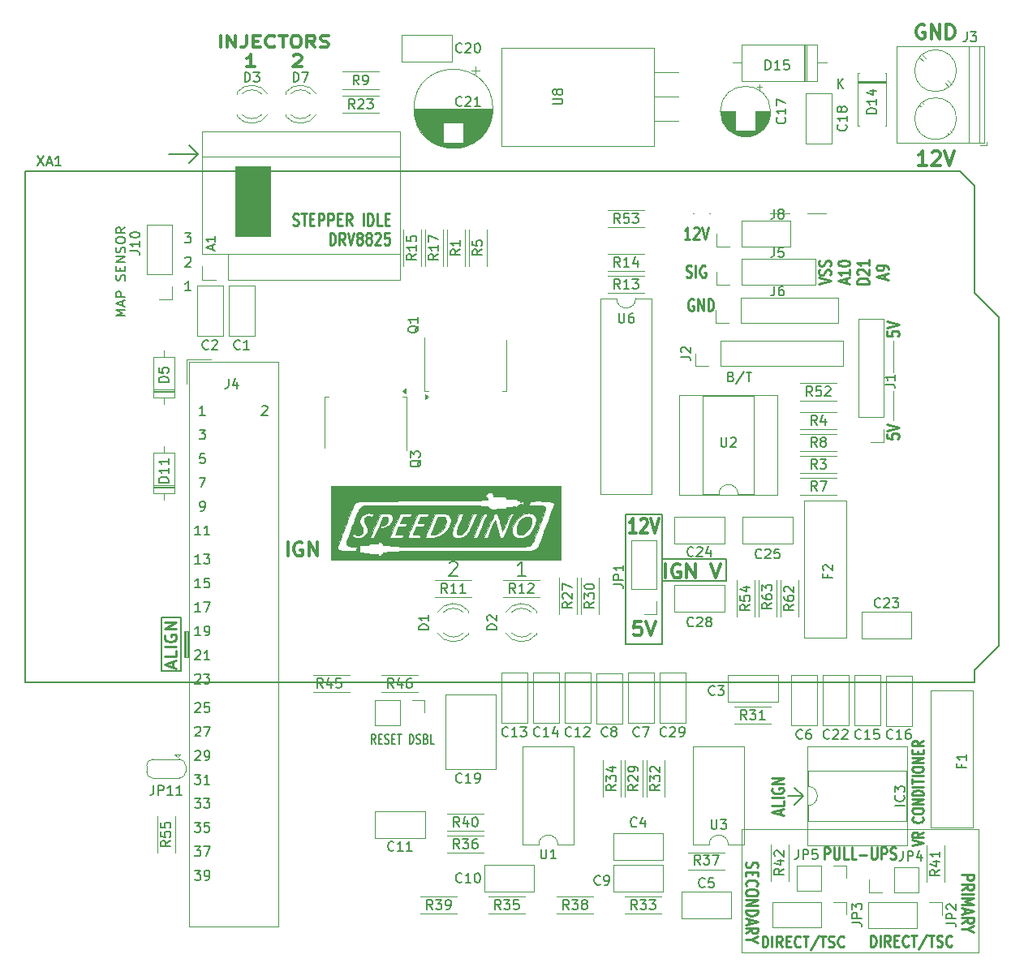
<source format=gto>
G04 #@! TF.GenerationSoftware,KiCad,Pcbnew,9.0.2*
G04 #@! TF.CreationDate,2025-05-27T17:03:47+02:00*
G04 #@! TF.ProjectId,v0.4.3d,76302e34-2e33-4642-9e6b-696361645f70,4d*
G04 #@! TF.SameCoordinates,Original*
G04 #@! TF.FileFunction,Legend,Top*
G04 #@! TF.FilePolarity,Positive*
%FSLAX46Y46*%
G04 Gerber Fmt 4.6, Leading zero omitted, Abs format (unit mm)*
G04 Created by KiCad (PCBNEW 9.0.2) date 2025-05-27 17:03:47*
%MOMM*%
%LPD*%
G01*
G04 APERTURE LIST*
%ADD10C,0.120000*%
%ADD11C,0.200000*%
%ADD12C,0.100000*%
%ADD13C,0.250000*%
%ADD14C,0.300000*%
%ADD15C,0.187500*%
%ADD16C,0.220000*%
%ADD17C,0.150000*%
%ADD18C,0.010000*%
G04 APERTURE END LIST*
D10*
X193600000Y-58900000D02*
X191600000Y-58900000D01*
D11*
X124238000Y-106642000D02*
X124238000Y-101092000D01*
X128016000Y-52716000D02*
X127116000Y-53616000D01*
X125016000Y-52716000D02*
X128016000Y-52716000D01*
X128016000Y-52716000D02*
X127116000Y-51816000D01*
X126238000Y-106642000D02*
X126238000Y-101092000D01*
X126238000Y-101092000D02*
X124238000Y-101092000D01*
D10*
X126750000Y-102500000D02*
X126750000Y-105200000D01*
X126700000Y-102500000D02*
X126700000Y-105200000D01*
X126650000Y-102500000D02*
X126650000Y-105200000D01*
X126600000Y-102500000D02*
X126600000Y-105200000D01*
D11*
X126238000Y-106642000D02*
X124238000Y-106642000D01*
X176482000Y-103878000D02*
X176482000Y-90278000D01*
D10*
X187700000Y-58900000D02*
X189800000Y-58900000D01*
X126600000Y-102500000D02*
X127100000Y-102500000D01*
X126800000Y-102500000D02*
X126800000Y-105200000D01*
X127000000Y-105200000D02*
X126900000Y-105200000D01*
X200600000Y-75500000D02*
X200600000Y-72200000D01*
X200600000Y-80500000D02*
X200600000Y-77400000D01*
D11*
X191200000Y-119700000D02*
X190300000Y-120600000D01*
D10*
X209504000Y-135990000D02*
X209504000Y-123190000D01*
X184754000Y-123190000D02*
X184754000Y-135990000D01*
X126900000Y-102500000D02*
X126800000Y-102500000D01*
D11*
X172682000Y-90278000D02*
X176482000Y-90278000D01*
X183134000Y-97282000D02*
X176530000Y-97282000D01*
X191200000Y-119700000D02*
X190300000Y-118800000D01*
D10*
X184754000Y-135990000D02*
X209504000Y-135990000D01*
X209504000Y-123190000D02*
X184754000Y-123190000D01*
X179800000Y-58900000D02*
X179700000Y-58900000D01*
X181500000Y-58900000D02*
X181400000Y-58900000D01*
X126900000Y-105200000D02*
X126900000Y-102500000D01*
D11*
X172682000Y-103878000D02*
X172682000Y-90278000D01*
X189600000Y-119700000D02*
X191200000Y-119700000D01*
X183134000Y-94996000D02*
X183134000Y-97282000D01*
D10*
X127000000Y-102500000D02*
X127000000Y-105200000D01*
D11*
X172682000Y-103878000D02*
X176490000Y-103886000D01*
X176530000Y-94996000D02*
X183134000Y-94996000D01*
D10*
X126600000Y-105200000D02*
X127100000Y-105200000D01*
D12*
X135600000Y-61300000D02*
X131900000Y-61300000D01*
X131900000Y-54000000D01*
X135600000Y-54000000D01*
X135600000Y-61300000D01*
G36*
X135600000Y-61300000D02*
G01*
X131900000Y-61300000D01*
X131900000Y-54000000D01*
X135600000Y-54000000D01*
X135600000Y-61300000D01*
G37*
D13*
X192815273Y-66285713D02*
X194065273Y-65952380D01*
X194065273Y-65952380D02*
X192815273Y-65619047D01*
X194005750Y-65333332D02*
X194065273Y-65190475D01*
X194065273Y-65190475D02*
X194065273Y-64952380D01*
X194065273Y-64952380D02*
X194005750Y-64857142D01*
X194005750Y-64857142D02*
X193946226Y-64809523D01*
X193946226Y-64809523D02*
X193827178Y-64761904D01*
X193827178Y-64761904D02*
X193708130Y-64761904D01*
X193708130Y-64761904D02*
X193589083Y-64809523D01*
X193589083Y-64809523D02*
X193529559Y-64857142D01*
X193529559Y-64857142D02*
X193470035Y-64952380D01*
X193470035Y-64952380D02*
X193410511Y-65142856D01*
X193410511Y-65142856D02*
X193350988Y-65238094D01*
X193350988Y-65238094D02*
X193291464Y-65285713D01*
X193291464Y-65285713D02*
X193172416Y-65333332D01*
X193172416Y-65333332D02*
X193053369Y-65333332D01*
X193053369Y-65333332D02*
X192934321Y-65285713D01*
X192934321Y-65285713D02*
X192874797Y-65238094D01*
X192874797Y-65238094D02*
X192815273Y-65142856D01*
X192815273Y-65142856D02*
X192815273Y-64904761D01*
X192815273Y-64904761D02*
X192874797Y-64761904D01*
X194005750Y-64380951D02*
X194065273Y-64238094D01*
X194065273Y-64238094D02*
X194065273Y-63999999D01*
X194065273Y-63999999D02*
X194005750Y-63904761D01*
X194005750Y-63904761D02*
X193946226Y-63857142D01*
X193946226Y-63857142D02*
X193827178Y-63809523D01*
X193827178Y-63809523D02*
X193708130Y-63809523D01*
X193708130Y-63809523D02*
X193589083Y-63857142D01*
X193589083Y-63857142D02*
X193529559Y-63904761D01*
X193529559Y-63904761D02*
X193470035Y-63999999D01*
X193470035Y-63999999D02*
X193410511Y-64190475D01*
X193410511Y-64190475D02*
X193350988Y-64285713D01*
X193350988Y-64285713D02*
X193291464Y-64333332D01*
X193291464Y-64333332D02*
X193172416Y-64380951D01*
X193172416Y-64380951D02*
X193053369Y-64380951D01*
X193053369Y-64380951D02*
X192934321Y-64333332D01*
X192934321Y-64333332D02*
X192874797Y-64285713D01*
X192874797Y-64285713D02*
X192815273Y-64190475D01*
X192815273Y-64190475D02*
X192815273Y-63952380D01*
X192815273Y-63952380D02*
X192874797Y-63809523D01*
X179738095Y-67874797D02*
X179642857Y-67815273D01*
X179642857Y-67815273D02*
X179500000Y-67815273D01*
X179500000Y-67815273D02*
X179357143Y-67874797D01*
X179357143Y-67874797D02*
X179261905Y-67993845D01*
X179261905Y-67993845D02*
X179214286Y-68112892D01*
X179214286Y-68112892D02*
X179166667Y-68350988D01*
X179166667Y-68350988D02*
X179166667Y-68529559D01*
X179166667Y-68529559D02*
X179214286Y-68767654D01*
X179214286Y-68767654D02*
X179261905Y-68886702D01*
X179261905Y-68886702D02*
X179357143Y-69005750D01*
X179357143Y-69005750D02*
X179500000Y-69065273D01*
X179500000Y-69065273D02*
X179595238Y-69065273D01*
X179595238Y-69065273D02*
X179738095Y-69005750D01*
X179738095Y-69005750D02*
X179785714Y-68946226D01*
X179785714Y-68946226D02*
X179785714Y-68529559D01*
X179785714Y-68529559D02*
X179595238Y-68529559D01*
X180214286Y-69065273D02*
X180214286Y-67815273D01*
X180214286Y-67815273D02*
X180785714Y-69065273D01*
X180785714Y-69065273D02*
X180785714Y-67815273D01*
X181261905Y-69065273D02*
X181261905Y-67815273D01*
X181261905Y-67815273D02*
X181500000Y-67815273D01*
X181500000Y-67815273D02*
X181642857Y-67874797D01*
X181642857Y-67874797D02*
X181738095Y-67993845D01*
X181738095Y-67993845D02*
X181785714Y-68112892D01*
X181785714Y-68112892D02*
X181833333Y-68350988D01*
X181833333Y-68350988D02*
X181833333Y-68529559D01*
X181833333Y-68529559D02*
X181785714Y-68767654D01*
X181785714Y-68767654D02*
X181738095Y-68886702D01*
X181738095Y-68886702D02*
X181642857Y-69005750D01*
X181642857Y-69005750D02*
X181500000Y-69065273D01*
X181500000Y-69065273D02*
X181261905Y-69065273D01*
X137949812Y-60099535D02*
X138092669Y-60159058D01*
X138092669Y-60159058D02*
X138330764Y-60159058D01*
X138330764Y-60159058D02*
X138426002Y-60099535D01*
X138426002Y-60099535D02*
X138473621Y-60040011D01*
X138473621Y-60040011D02*
X138521240Y-59920963D01*
X138521240Y-59920963D02*
X138521240Y-59801915D01*
X138521240Y-59801915D02*
X138473621Y-59682868D01*
X138473621Y-59682868D02*
X138426002Y-59623344D01*
X138426002Y-59623344D02*
X138330764Y-59563820D01*
X138330764Y-59563820D02*
X138140288Y-59504296D01*
X138140288Y-59504296D02*
X138045050Y-59444773D01*
X138045050Y-59444773D02*
X137997431Y-59385249D01*
X137997431Y-59385249D02*
X137949812Y-59266201D01*
X137949812Y-59266201D02*
X137949812Y-59147154D01*
X137949812Y-59147154D02*
X137997431Y-59028106D01*
X137997431Y-59028106D02*
X138045050Y-58968582D01*
X138045050Y-58968582D02*
X138140288Y-58909058D01*
X138140288Y-58909058D02*
X138378383Y-58909058D01*
X138378383Y-58909058D02*
X138521240Y-58968582D01*
X138806955Y-58909058D02*
X139378383Y-58909058D01*
X139092669Y-60159058D02*
X139092669Y-58909058D01*
X139711717Y-59504296D02*
X140045050Y-59504296D01*
X140187907Y-60159058D02*
X139711717Y-60159058D01*
X139711717Y-60159058D02*
X139711717Y-58909058D01*
X139711717Y-58909058D02*
X140187907Y-58909058D01*
X140616479Y-60159058D02*
X140616479Y-58909058D01*
X140616479Y-58909058D02*
X140997431Y-58909058D01*
X140997431Y-58909058D02*
X141092669Y-58968582D01*
X141092669Y-58968582D02*
X141140288Y-59028106D01*
X141140288Y-59028106D02*
X141187907Y-59147154D01*
X141187907Y-59147154D02*
X141187907Y-59325725D01*
X141187907Y-59325725D02*
X141140288Y-59444773D01*
X141140288Y-59444773D02*
X141092669Y-59504296D01*
X141092669Y-59504296D02*
X140997431Y-59563820D01*
X140997431Y-59563820D02*
X140616479Y-59563820D01*
X141616479Y-60159058D02*
X141616479Y-58909058D01*
X141616479Y-58909058D02*
X141997431Y-58909058D01*
X141997431Y-58909058D02*
X142092669Y-58968582D01*
X142092669Y-58968582D02*
X142140288Y-59028106D01*
X142140288Y-59028106D02*
X142187907Y-59147154D01*
X142187907Y-59147154D02*
X142187907Y-59325725D01*
X142187907Y-59325725D02*
X142140288Y-59444773D01*
X142140288Y-59444773D02*
X142092669Y-59504296D01*
X142092669Y-59504296D02*
X141997431Y-59563820D01*
X141997431Y-59563820D02*
X141616479Y-59563820D01*
X142616479Y-59504296D02*
X142949812Y-59504296D01*
X143092669Y-60159058D02*
X142616479Y-60159058D01*
X142616479Y-60159058D02*
X142616479Y-58909058D01*
X142616479Y-58909058D02*
X143092669Y-58909058D01*
X144092669Y-60159058D02*
X143759336Y-59563820D01*
X143521241Y-60159058D02*
X143521241Y-58909058D01*
X143521241Y-58909058D02*
X143902193Y-58909058D01*
X143902193Y-58909058D02*
X143997431Y-58968582D01*
X143997431Y-58968582D02*
X144045050Y-59028106D01*
X144045050Y-59028106D02*
X144092669Y-59147154D01*
X144092669Y-59147154D02*
X144092669Y-59325725D01*
X144092669Y-59325725D02*
X144045050Y-59444773D01*
X144045050Y-59444773D02*
X143997431Y-59504296D01*
X143997431Y-59504296D02*
X143902193Y-59563820D01*
X143902193Y-59563820D02*
X143521241Y-59563820D01*
X145283146Y-60159058D02*
X145283146Y-58909058D01*
X145759336Y-60159058D02*
X145759336Y-58909058D01*
X145759336Y-58909058D02*
X145997431Y-58909058D01*
X145997431Y-58909058D02*
X146140288Y-58968582D01*
X146140288Y-58968582D02*
X146235526Y-59087630D01*
X146235526Y-59087630D02*
X146283145Y-59206677D01*
X146283145Y-59206677D02*
X146330764Y-59444773D01*
X146330764Y-59444773D02*
X146330764Y-59623344D01*
X146330764Y-59623344D02*
X146283145Y-59861439D01*
X146283145Y-59861439D02*
X146235526Y-59980487D01*
X146235526Y-59980487D02*
X146140288Y-60099535D01*
X146140288Y-60099535D02*
X145997431Y-60159058D01*
X145997431Y-60159058D02*
X145759336Y-60159058D01*
X147235526Y-60159058D02*
X146759336Y-60159058D01*
X146759336Y-60159058D02*
X146759336Y-58909058D01*
X147568860Y-59504296D02*
X147902193Y-59504296D01*
X148045050Y-60159058D02*
X147568860Y-60159058D01*
X147568860Y-60159058D02*
X147568860Y-58909058D01*
X147568860Y-58909058D02*
X148045050Y-58909058D01*
X141806955Y-62171488D02*
X141806955Y-60921488D01*
X141806955Y-60921488D02*
X142045050Y-60921488D01*
X142045050Y-60921488D02*
X142187907Y-60981012D01*
X142187907Y-60981012D02*
X142283145Y-61100060D01*
X142283145Y-61100060D02*
X142330764Y-61219107D01*
X142330764Y-61219107D02*
X142378383Y-61457203D01*
X142378383Y-61457203D02*
X142378383Y-61635774D01*
X142378383Y-61635774D02*
X142330764Y-61873869D01*
X142330764Y-61873869D02*
X142283145Y-61992917D01*
X142283145Y-61992917D02*
X142187907Y-62111965D01*
X142187907Y-62111965D02*
X142045050Y-62171488D01*
X142045050Y-62171488D02*
X141806955Y-62171488D01*
X143378383Y-62171488D02*
X143045050Y-61576250D01*
X142806955Y-62171488D02*
X142806955Y-60921488D01*
X142806955Y-60921488D02*
X143187907Y-60921488D01*
X143187907Y-60921488D02*
X143283145Y-60981012D01*
X143283145Y-60981012D02*
X143330764Y-61040536D01*
X143330764Y-61040536D02*
X143378383Y-61159584D01*
X143378383Y-61159584D02*
X143378383Y-61338155D01*
X143378383Y-61338155D02*
X143330764Y-61457203D01*
X143330764Y-61457203D02*
X143283145Y-61516726D01*
X143283145Y-61516726D02*
X143187907Y-61576250D01*
X143187907Y-61576250D02*
X142806955Y-61576250D01*
X143664098Y-60921488D02*
X143997431Y-62171488D01*
X143997431Y-62171488D02*
X144330764Y-60921488D01*
X144806955Y-61457203D02*
X144711717Y-61397679D01*
X144711717Y-61397679D02*
X144664098Y-61338155D01*
X144664098Y-61338155D02*
X144616479Y-61219107D01*
X144616479Y-61219107D02*
X144616479Y-61159584D01*
X144616479Y-61159584D02*
X144664098Y-61040536D01*
X144664098Y-61040536D02*
X144711717Y-60981012D01*
X144711717Y-60981012D02*
X144806955Y-60921488D01*
X144806955Y-60921488D02*
X144997431Y-60921488D01*
X144997431Y-60921488D02*
X145092669Y-60981012D01*
X145092669Y-60981012D02*
X145140288Y-61040536D01*
X145140288Y-61040536D02*
X145187907Y-61159584D01*
X145187907Y-61159584D02*
X145187907Y-61219107D01*
X145187907Y-61219107D02*
X145140288Y-61338155D01*
X145140288Y-61338155D02*
X145092669Y-61397679D01*
X145092669Y-61397679D02*
X144997431Y-61457203D01*
X144997431Y-61457203D02*
X144806955Y-61457203D01*
X144806955Y-61457203D02*
X144711717Y-61516726D01*
X144711717Y-61516726D02*
X144664098Y-61576250D01*
X144664098Y-61576250D02*
X144616479Y-61695298D01*
X144616479Y-61695298D02*
X144616479Y-61933393D01*
X144616479Y-61933393D02*
X144664098Y-62052441D01*
X144664098Y-62052441D02*
X144711717Y-62111965D01*
X144711717Y-62111965D02*
X144806955Y-62171488D01*
X144806955Y-62171488D02*
X144997431Y-62171488D01*
X144997431Y-62171488D02*
X145092669Y-62111965D01*
X145092669Y-62111965D02*
X145140288Y-62052441D01*
X145140288Y-62052441D02*
X145187907Y-61933393D01*
X145187907Y-61933393D02*
X145187907Y-61695298D01*
X145187907Y-61695298D02*
X145140288Y-61576250D01*
X145140288Y-61576250D02*
X145092669Y-61516726D01*
X145092669Y-61516726D02*
X144997431Y-61457203D01*
X145759336Y-61457203D02*
X145664098Y-61397679D01*
X145664098Y-61397679D02*
X145616479Y-61338155D01*
X145616479Y-61338155D02*
X145568860Y-61219107D01*
X145568860Y-61219107D02*
X145568860Y-61159584D01*
X145568860Y-61159584D02*
X145616479Y-61040536D01*
X145616479Y-61040536D02*
X145664098Y-60981012D01*
X145664098Y-60981012D02*
X145759336Y-60921488D01*
X145759336Y-60921488D02*
X145949812Y-60921488D01*
X145949812Y-60921488D02*
X146045050Y-60981012D01*
X146045050Y-60981012D02*
X146092669Y-61040536D01*
X146092669Y-61040536D02*
X146140288Y-61159584D01*
X146140288Y-61159584D02*
X146140288Y-61219107D01*
X146140288Y-61219107D02*
X146092669Y-61338155D01*
X146092669Y-61338155D02*
X146045050Y-61397679D01*
X146045050Y-61397679D02*
X145949812Y-61457203D01*
X145949812Y-61457203D02*
X145759336Y-61457203D01*
X145759336Y-61457203D02*
X145664098Y-61516726D01*
X145664098Y-61516726D02*
X145616479Y-61576250D01*
X145616479Y-61576250D02*
X145568860Y-61695298D01*
X145568860Y-61695298D02*
X145568860Y-61933393D01*
X145568860Y-61933393D02*
X145616479Y-62052441D01*
X145616479Y-62052441D02*
X145664098Y-62111965D01*
X145664098Y-62111965D02*
X145759336Y-62171488D01*
X145759336Y-62171488D02*
X145949812Y-62171488D01*
X145949812Y-62171488D02*
X146045050Y-62111965D01*
X146045050Y-62111965D02*
X146092669Y-62052441D01*
X146092669Y-62052441D02*
X146140288Y-61933393D01*
X146140288Y-61933393D02*
X146140288Y-61695298D01*
X146140288Y-61695298D02*
X146092669Y-61576250D01*
X146092669Y-61576250D02*
X146045050Y-61516726D01*
X146045050Y-61516726D02*
X145949812Y-61457203D01*
X146521241Y-61040536D02*
X146568860Y-60981012D01*
X146568860Y-60981012D02*
X146664098Y-60921488D01*
X146664098Y-60921488D02*
X146902193Y-60921488D01*
X146902193Y-60921488D02*
X146997431Y-60981012D01*
X146997431Y-60981012D02*
X147045050Y-61040536D01*
X147045050Y-61040536D02*
X147092669Y-61159584D01*
X147092669Y-61159584D02*
X147092669Y-61278631D01*
X147092669Y-61278631D02*
X147045050Y-61457203D01*
X147045050Y-61457203D02*
X146473622Y-62171488D01*
X146473622Y-62171488D02*
X147092669Y-62171488D01*
X147997431Y-60921488D02*
X147521241Y-60921488D01*
X147521241Y-60921488D02*
X147473622Y-61516726D01*
X147473622Y-61516726D02*
X147521241Y-61457203D01*
X147521241Y-61457203D02*
X147616479Y-61397679D01*
X147616479Y-61397679D02*
X147854574Y-61397679D01*
X147854574Y-61397679D02*
X147949812Y-61457203D01*
X147949812Y-61457203D02*
X147997431Y-61516726D01*
X147997431Y-61516726D02*
X148045050Y-61635774D01*
X148045050Y-61635774D02*
X148045050Y-61933393D01*
X148045050Y-61933393D02*
X147997431Y-62052441D01*
X147997431Y-62052441D02*
X147949812Y-62111965D01*
X147949812Y-62111965D02*
X147854574Y-62171488D01*
X147854574Y-62171488D02*
X147616479Y-62171488D01*
X147616479Y-62171488D02*
X147521241Y-62111965D01*
X147521241Y-62111965D02*
X147473622Y-62052441D01*
X199915273Y-71190476D02*
X199915273Y-71666666D01*
X199915273Y-71666666D02*
X200510511Y-71714285D01*
X200510511Y-71714285D02*
X200450988Y-71666666D01*
X200450988Y-71666666D02*
X200391464Y-71571428D01*
X200391464Y-71571428D02*
X200391464Y-71333333D01*
X200391464Y-71333333D02*
X200450988Y-71238095D01*
X200450988Y-71238095D02*
X200510511Y-71190476D01*
X200510511Y-71190476D02*
X200629559Y-71142857D01*
X200629559Y-71142857D02*
X200927178Y-71142857D01*
X200927178Y-71142857D02*
X201046226Y-71190476D01*
X201046226Y-71190476D02*
X201105750Y-71238095D01*
X201105750Y-71238095D02*
X201165273Y-71333333D01*
X201165273Y-71333333D02*
X201165273Y-71571428D01*
X201165273Y-71571428D02*
X201105750Y-71666666D01*
X201105750Y-71666666D02*
X201046226Y-71714285D01*
X199915273Y-70857142D02*
X201165273Y-70523809D01*
X201165273Y-70523809D02*
X199915273Y-70190476D01*
X199915273Y-81890476D02*
X199915273Y-82366666D01*
X199915273Y-82366666D02*
X200510511Y-82414285D01*
X200510511Y-82414285D02*
X200450988Y-82366666D01*
X200450988Y-82366666D02*
X200391464Y-82271428D01*
X200391464Y-82271428D02*
X200391464Y-82033333D01*
X200391464Y-82033333D02*
X200450988Y-81938095D01*
X200450988Y-81938095D02*
X200510511Y-81890476D01*
X200510511Y-81890476D02*
X200629559Y-81842857D01*
X200629559Y-81842857D02*
X200927178Y-81842857D01*
X200927178Y-81842857D02*
X201046226Y-81890476D01*
X201046226Y-81890476D02*
X201105750Y-81938095D01*
X201105750Y-81938095D02*
X201165273Y-82033333D01*
X201165273Y-82033333D02*
X201165273Y-82271428D01*
X201165273Y-82271428D02*
X201105750Y-82366666D01*
X201105750Y-82366666D02*
X201046226Y-82414285D01*
X199915273Y-81557142D02*
X201165273Y-81223809D01*
X201165273Y-81223809D02*
X199915273Y-80890476D01*
X179380952Y-61565273D02*
X178809524Y-61565273D01*
X179095238Y-61565273D02*
X179095238Y-60315273D01*
X179095238Y-60315273D02*
X179000000Y-60493845D01*
X179000000Y-60493845D02*
X178904762Y-60612892D01*
X178904762Y-60612892D02*
X178809524Y-60672416D01*
X179761905Y-60434321D02*
X179809524Y-60374797D01*
X179809524Y-60374797D02*
X179904762Y-60315273D01*
X179904762Y-60315273D02*
X180142857Y-60315273D01*
X180142857Y-60315273D02*
X180238095Y-60374797D01*
X180238095Y-60374797D02*
X180285714Y-60434321D01*
X180285714Y-60434321D02*
X180333333Y-60553369D01*
X180333333Y-60553369D02*
X180333333Y-60672416D01*
X180333333Y-60672416D02*
X180285714Y-60850988D01*
X180285714Y-60850988D02*
X179714286Y-61565273D01*
X179714286Y-61565273D02*
X180333333Y-61565273D01*
X180619048Y-60315273D02*
X180952381Y-61565273D01*
X180952381Y-61565273D02*
X181285714Y-60315273D01*
D14*
X204071429Y-53878328D02*
X203214286Y-53878328D01*
X203642857Y-53878328D02*
X203642857Y-52378328D01*
X203642857Y-52378328D02*
X203500000Y-52592614D01*
X203500000Y-52592614D02*
X203357143Y-52735471D01*
X203357143Y-52735471D02*
X203214286Y-52806900D01*
X204642857Y-52521185D02*
X204714285Y-52449757D01*
X204714285Y-52449757D02*
X204857143Y-52378328D01*
X204857143Y-52378328D02*
X205214285Y-52378328D01*
X205214285Y-52378328D02*
X205357143Y-52449757D01*
X205357143Y-52449757D02*
X205428571Y-52521185D01*
X205428571Y-52521185D02*
X205500000Y-52664042D01*
X205500000Y-52664042D02*
X205500000Y-52806900D01*
X205500000Y-52806900D02*
X205428571Y-53021185D01*
X205428571Y-53021185D02*
X204571428Y-53878328D01*
X204571428Y-53878328D02*
X205500000Y-53878328D01*
X205928571Y-52378328D02*
X206428571Y-53878328D01*
X206428571Y-53878328D02*
X206928571Y-52378328D01*
X203857143Y-39249757D02*
X203714286Y-39178328D01*
X203714286Y-39178328D02*
X203500000Y-39178328D01*
X203500000Y-39178328D02*
X203285714Y-39249757D01*
X203285714Y-39249757D02*
X203142857Y-39392614D01*
X203142857Y-39392614D02*
X203071428Y-39535471D01*
X203071428Y-39535471D02*
X203000000Y-39821185D01*
X203000000Y-39821185D02*
X203000000Y-40035471D01*
X203000000Y-40035471D02*
X203071428Y-40321185D01*
X203071428Y-40321185D02*
X203142857Y-40464042D01*
X203142857Y-40464042D02*
X203285714Y-40606900D01*
X203285714Y-40606900D02*
X203500000Y-40678328D01*
X203500000Y-40678328D02*
X203642857Y-40678328D01*
X203642857Y-40678328D02*
X203857143Y-40606900D01*
X203857143Y-40606900D02*
X203928571Y-40535471D01*
X203928571Y-40535471D02*
X203928571Y-40035471D01*
X203928571Y-40035471D02*
X203642857Y-40035471D01*
X204571428Y-40678328D02*
X204571428Y-39178328D01*
X204571428Y-39178328D02*
X205428571Y-40678328D01*
X205428571Y-40678328D02*
X205428571Y-39178328D01*
X206142857Y-40678328D02*
X206142857Y-39178328D01*
X206142857Y-39178328D02*
X206500000Y-39178328D01*
X206500000Y-39178328D02*
X206714286Y-39249757D01*
X206714286Y-39249757D02*
X206857143Y-39392614D01*
X206857143Y-39392614D02*
X206928572Y-39535471D01*
X206928572Y-39535471D02*
X207000000Y-39821185D01*
X207000000Y-39821185D02*
X207000000Y-40035471D01*
X207000000Y-40035471D02*
X206928572Y-40321185D01*
X206928572Y-40321185D02*
X206857143Y-40464042D01*
X206857143Y-40464042D02*
X206714286Y-40606900D01*
X206714286Y-40606900D02*
X206500000Y-40678328D01*
X206500000Y-40678328D02*
X206142857Y-40678328D01*
D13*
X199708130Y-65714285D02*
X199708130Y-65238095D01*
X200065273Y-65809523D02*
X198815273Y-65476190D01*
X198815273Y-65476190D02*
X200065273Y-65142857D01*
X200065273Y-64761904D02*
X200065273Y-64571428D01*
X200065273Y-64571428D02*
X200005750Y-64476190D01*
X200005750Y-64476190D02*
X199946226Y-64428571D01*
X199946226Y-64428571D02*
X199767654Y-64333333D01*
X199767654Y-64333333D02*
X199529559Y-64285714D01*
X199529559Y-64285714D02*
X199053369Y-64285714D01*
X199053369Y-64285714D02*
X198934321Y-64333333D01*
X198934321Y-64333333D02*
X198874797Y-64380952D01*
X198874797Y-64380952D02*
X198815273Y-64476190D01*
X198815273Y-64476190D02*
X198815273Y-64666666D01*
X198815273Y-64666666D02*
X198874797Y-64761904D01*
X198874797Y-64761904D02*
X198934321Y-64809523D01*
X198934321Y-64809523D02*
X199053369Y-64857142D01*
X199053369Y-64857142D02*
X199350988Y-64857142D01*
X199350988Y-64857142D02*
X199470035Y-64809523D01*
X199470035Y-64809523D02*
X199529559Y-64761904D01*
X199529559Y-64761904D02*
X199589083Y-64666666D01*
X199589083Y-64666666D02*
X199589083Y-64476190D01*
X199589083Y-64476190D02*
X199529559Y-64380952D01*
X199529559Y-64380952D02*
X199470035Y-64333333D01*
X199470035Y-64333333D02*
X199350988Y-64285714D01*
D15*
X146566285Y-114244869D02*
X146316285Y-113768678D01*
X146137714Y-114244869D02*
X146137714Y-113244869D01*
X146137714Y-113244869D02*
X146423428Y-113244869D01*
X146423428Y-113244869D02*
X146494857Y-113292488D01*
X146494857Y-113292488D02*
X146530571Y-113340107D01*
X146530571Y-113340107D02*
X146566285Y-113435345D01*
X146566285Y-113435345D02*
X146566285Y-113578202D01*
X146566285Y-113578202D02*
X146530571Y-113673440D01*
X146530571Y-113673440D02*
X146494857Y-113721059D01*
X146494857Y-113721059D02*
X146423428Y-113768678D01*
X146423428Y-113768678D02*
X146137714Y-113768678D01*
X146887714Y-113721059D02*
X147137714Y-113721059D01*
X147244857Y-114244869D02*
X146887714Y-114244869D01*
X146887714Y-114244869D02*
X146887714Y-113244869D01*
X146887714Y-113244869D02*
X147244857Y-113244869D01*
X147530571Y-114197250D02*
X147637714Y-114244869D01*
X147637714Y-114244869D02*
X147816285Y-114244869D01*
X147816285Y-114244869D02*
X147887714Y-114197250D01*
X147887714Y-114197250D02*
X147923428Y-114149630D01*
X147923428Y-114149630D02*
X147959142Y-114054392D01*
X147959142Y-114054392D02*
X147959142Y-113959154D01*
X147959142Y-113959154D02*
X147923428Y-113863916D01*
X147923428Y-113863916D02*
X147887714Y-113816297D01*
X147887714Y-113816297D02*
X147816285Y-113768678D01*
X147816285Y-113768678D02*
X147673428Y-113721059D01*
X147673428Y-113721059D02*
X147601999Y-113673440D01*
X147601999Y-113673440D02*
X147566285Y-113625821D01*
X147566285Y-113625821D02*
X147530571Y-113530583D01*
X147530571Y-113530583D02*
X147530571Y-113435345D01*
X147530571Y-113435345D02*
X147566285Y-113340107D01*
X147566285Y-113340107D02*
X147601999Y-113292488D01*
X147601999Y-113292488D02*
X147673428Y-113244869D01*
X147673428Y-113244869D02*
X147851999Y-113244869D01*
X147851999Y-113244869D02*
X147959142Y-113292488D01*
X148280571Y-113721059D02*
X148530571Y-113721059D01*
X148637714Y-114244869D02*
X148280571Y-114244869D01*
X148280571Y-114244869D02*
X148280571Y-113244869D01*
X148280571Y-113244869D02*
X148637714Y-113244869D01*
X148851999Y-113244869D02*
X149280571Y-113244869D01*
X149066285Y-114244869D02*
X149066285Y-113244869D01*
X150102000Y-114244869D02*
X150102000Y-113244869D01*
X150102000Y-113244869D02*
X150280571Y-113244869D01*
X150280571Y-113244869D02*
X150387714Y-113292488D01*
X150387714Y-113292488D02*
X150459143Y-113387726D01*
X150459143Y-113387726D02*
X150494857Y-113482964D01*
X150494857Y-113482964D02*
X150530571Y-113673440D01*
X150530571Y-113673440D02*
X150530571Y-113816297D01*
X150530571Y-113816297D02*
X150494857Y-114006773D01*
X150494857Y-114006773D02*
X150459143Y-114102011D01*
X150459143Y-114102011D02*
X150387714Y-114197250D01*
X150387714Y-114197250D02*
X150280571Y-114244869D01*
X150280571Y-114244869D02*
X150102000Y-114244869D01*
X150816286Y-114197250D02*
X150923429Y-114244869D01*
X150923429Y-114244869D02*
X151102000Y-114244869D01*
X151102000Y-114244869D02*
X151173429Y-114197250D01*
X151173429Y-114197250D02*
X151209143Y-114149630D01*
X151209143Y-114149630D02*
X151244857Y-114054392D01*
X151244857Y-114054392D02*
X151244857Y-113959154D01*
X151244857Y-113959154D02*
X151209143Y-113863916D01*
X151209143Y-113863916D02*
X151173429Y-113816297D01*
X151173429Y-113816297D02*
X151102000Y-113768678D01*
X151102000Y-113768678D02*
X150959143Y-113721059D01*
X150959143Y-113721059D02*
X150887714Y-113673440D01*
X150887714Y-113673440D02*
X150852000Y-113625821D01*
X150852000Y-113625821D02*
X150816286Y-113530583D01*
X150816286Y-113530583D02*
X150816286Y-113435345D01*
X150816286Y-113435345D02*
X150852000Y-113340107D01*
X150852000Y-113340107D02*
X150887714Y-113292488D01*
X150887714Y-113292488D02*
X150959143Y-113244869D01*
X150959143Y-113244869D02*
X151137714Y-113244869D01*
X151137714Y-113244869D02*
X151244857Y-113292488D01*
X151816286Y-113721059D02*
X151923429Y-113768678D01*
X151923429Y-113768678D02*
X151959143Y-113816297D01*
X151959143Y-113816297D02*
X151994857Y-113911535D01*
X151994857Y-113911535D02*
X151994857Y-114054392D01*
X151994857Y-114054392D02*
X151959143Y-114149630D01*
X151959143Y-114149630D02*
X151923429Y-114197250D01*
X151923429Y-114197250D02*
X151852000Y-114244869D01*
X151852000Y-114244869D02*
X151566286Y-114244869D01*
X151566286Y-114244869D02*
X151566286Y-113244869D01*
X151566286Y-113244869D02*
X151816286Y-113244869D01*
X151816286Y-113244869D02*
X151887715Y-113292488D01*
X151887715Y-113292488D02*
X151923429Y-113340107D01*
X151923429Y-113340107D02*
X151959143Y-113435345D01*
X151959143Y-113435345D02*
X151959143Y-113530583D01*
X151959143Y-113530583D02*
X151923429Y-113625821D01*
X151923429Y-113625821D02*
X151887715Y-113673440D01*
X151887715Y-113673440D02*
X151816286Y-113721059D01*
X151816286Y-113721059D02*
X151566286Y-113721059D01*
X152673429Y-114244869D02*
X152316286Y-114244869D01*
X152316286Y-114244869D02*
X152316286Y-113244869D01*
D13*
X195708130Y-66190475D02*
X195708130Y-65714285D01*
X196065273Y-66285713D02*
X194815273Y-65952380D01*
X194815273Y-65952380D02*
X196065273Y-65619047D01*
X196065273Y-64761904D02*
X196065273Y-65333332D01*
X196065273Y-65047618D02*
X194815273Y-65047618D01*
X194815273Y-65047618D02*
X194993845Y-65142856D01*
X194993845Y-65142856D02*
X195112892Y-65238094D01*
X195112892Y-65238094D02*
X195172416Y-65333332D01*
X194815273Y-64142856D02*
X194815273Y-64047618D01*
X194815273Y-64047618D02*
X194874797Y-63952380D01*
X194874797Y-63952380D02*
X194934321Y-63904761D01*
X194934321Y-63904761D02*
X195053369Y-63857142D01*
X195053369Y-63857142D02*
X195291464Y-63809523D01*
X195291464Y-63809523D02*
X195589083Y-63809523D01*
X195589083Y-63809523D02*
X195827178Y-63857142D01*
X195827178Y-63857142D02*
X195946226Y-63904761D01*
X195946226Y-63904761D02*
X196005750Y-63952380D01*
X196005750Y-63952380D02*
X196065273Y-64047618D01*
X196065273Y-64047618D02*
X196065273Y-64142856D01*
X196065273Y-64142856D02*
X196005750Y-64238094D01*
X196005750Y-64238094D02*
X195946226Y-64285713D01*
X195946226Y-64285713D02*
X195827178Y-64333332D01*
X195827178Y-64333332D02*
X195589083Y-64380951D01*
X195589083Y-64380951D02*
X195291464Y-64380951D01*
X195291464Y-64380951D02*
X195053369Y-64333332D01*
X195053369Y-64333332D02*
X194934321Y-64285713D01*
X194934321Y-64285713D02*
X194874797Y-64238094D01*
X194874797Y-64238094D02*
X194815273Y-64142856D01*
D16*
X202570571Y-124887141D02*
X203720571Y-124587141D01*
X203720571Y-124587141D02*
X202570571Y-124287141D01*
X203720571Y-123472855D02*
X203172952Y-123772855D01*
X203720571Y-123987141D02*
X202570571Y-123987141D01*
X202570571Y-123987141D02*
X202570571Y-123644284D01*
X202570571Y-123644284D02*
X202625333Y-123558569D01*
X202625333Y-123558569D02*
X202680095Y-123515712D01*
X202680095Y-123515712D02*
X202789619Y-123472855D01*
X202789619Y-123472855D02*
X202953905Y-123472855D01*
X202953905Y-123472855D02*
X203063429Y-123515712D01*
X203063429Y-123515712D02*
X203118190Y-123558569D01*
X203118190Y-123558569D02*
X203172952Y-123644284D01*
X203172952Y-123644284D02*
X203172952Y-123987141D01*
X203611048Y-121887141D02*
X203665810Y-121929998D01*
X203665810Y-121929998D02*
X203720571Y-122058570D01*
X203720571Y-122058570D02*
X203720571Y-122144284D01*
X203720571Y-122144284D02*
X203665810Y-122272855D01*
X203665810Y-122272855D02*
X203556286Y-122358570D01*
X203556286Y-122358570D02*
X203446762Y-122401427D01*
X203446762Y-122401427D02*
X203227714Y-122444284D01*
X203227714Y-122444284D02*
X203063429Y-122444284D01*
X203063429Y-122444284D02*
X202844381Y-122401427D01*
X202844381Y-122401427D02*
X202734857Y-122358570D01*
X202734857Y-122358570D02*
X202625333Y-122272855D01*
X202625333Y-122272855D02*
X202570571Y-122144284D01*
X202570571Y-122144284D02*
X202570571Y-122058570D01*
X202570571Y-122058570D02*
X202625333Y-121929998D01*
X202625333Y-121929998D02*
X202680095Y-121887141D01*
X202570571Y-121329998D02*
X202570571Y-121158570D01*
X202570571Y-121158570D02*
X202625333Y-121072855D01*
X202625333Y-121072855D02*
X202734857Y-120987141D01*
X202734857Y-120987141D02*
X202953905Y-120944284D01*
X202953905Y-120944284D02*
X203337238Y-120944284D01*
X203337238Y-120944284D02*
X203556286Y-120987141D01*
X203556286Y-120987141D02*
X203665810Y-121072855D01*
X203665810Y-121072855D02*
X203720571Y-121158570D01*
X203720571Y-121158570D02*
X203720571Y-121329998D01*
X203720571Y-121329998D02*
X203665810Y-121415713D01*
X203665810Y-121415713D02*
X203556286Y-121501427D01*
X203556286Y-121501427D02*
X203337238Y-121544284D01*
X203337238Y-121544284D02*
X202953905Y-121544284D01*
X202953905Y-121544284D02*
X202734857Y-121501427D01*
X202734857Y-121501427D02*
X202625333Y-121415713D01*
X202625333Y-121415713D02*
X202570571Y-121329998D01*
X203720571Y-120558570D02*
X202570571Y-120558570D01*
X202570571Y-120558570D02*
X203720571Y-120044284D01*
X203720571Y-120044284D02*
X202570571Y-120044284D01*
X203720571Y-119615713D02*
X202570571Y-119615713D01*
X202570571Y-119615713D02*
X202570571Y-119401427D01*
X202570571Y-119401427D02*
X202625333Y-119272856D01*
X202625333Y-119272856D02*
X202734857Y-119187141D01*
X202734857Y-119187141D02*
X202844381Y-119144284D01*
X202844381Y-119144284D02*
X203063429Y-119101427D01*
X203063429Y-119101427D02*
X203227714Y-119101427D01*
X203227714Y-119101427D02*
X203446762Y-119144284D01*
X203446762Y-119144284D02*
X203556286Y-119187141D01*
X203556286Y-119187141D02*
X203665810Y-119272856D01*
X203665810Y-119272856D02*
X203720571Y-119401427D01*
X203720571Y-119401427D02*
X203720571Y-119615713D01*
X203720571Y-118715713D02*
X202570571Y-118715713D01*
X202570571Y-118415713D02*
X202570571Y-117901428D01*
X203720571Y-118158570D02*
X202570571Y-118158570D01*
X203720571Y-117601428D02*
X202570571Y-117601428D01*
X202570571Y-117001428D02*
X202570571Y-116830000D01*
X202570571Y-116830000D02*
X202625333Y-116744285D01*
X202625333Y-116744285D02*
X202734857Y-116658571D01*
X202734857Y-116658571D02*
X202953905Y-116615714D01*
X202953905Y-116615714D02*
X203337238Y-116615714D01*
X203337238Y-116615714D02*
X203556286Y-116658571D01*
X203556286Y-116658571D02*
X203665810Y-116744285D01*
X203665810Y-116744285D02*
X203720571Y-116830000D01*
X203720571Y-116830000D02*
X203720571Y-117001428D01*
X203720571Y-117001428D02*
X203665810Y-117087143D01*
X203665810Y-117087143D02*
X203556286Y-117172857D01*
X203556286Y-117172857D02*
X203337238Y-117215714D01*
X203337238Y-117215714D02*
X202953905Y-117215714D01*
X202953905Y-117215714D02*
X202734857Y-117172857D01*
X202734857Y-117172857D02*
X202625333Y-117087143D01*
X202625333Y-117087143D02*
X202570571Y-117001428D01*
X203720571Y-116230000D02*
X202570571Y-116230000D01*
X202570571Y-116230000D02*
X203720571Y-115715714D01*
X203720571Y-115715714D02*
X202570571Y-115715714D01*
X203118190Y-115287143D02*
X203118190Y-114987143D01*
X203720571Y-114858571D02*
X203720571Y-115287143D01*
X203720571Y-115287143D02*
X202570571Y-115287143D01*
X202570571Y-115287143D02*
X202570571Y-114858571D01*
X203720571Y-113958571D02*
X203172952Y-114258571D01*
X203720571Y-114472857D02*
X202570571Y-114472857D01*
X202570571Y-114472857D02*
X202570571Y-114130000D01*
X202570571Y-114130000D02*
X202625333Y-114044285D01*
X202625333Y-114044285D02*
X202680095Y-114001428D01*
X202680095Y-114001428D02*
X202789619Y-113958571D01*
X202789619Y-113958571D02*
X202953905Y-113958571D01*
X202953905Y-113958571D02*
X203063429Y-114001428D01*
X203063429Y-114001428D02*
X203118190Y-114044285D01*
X203118190Y-114044285D02*
X203172952Y-114130000D01*
X203172952Y-114130000D02*
X203172952Y-114472857D01*
D13*
X188808130Y-121604761D02*
X188808130Y-121128571D01*
X189165273Y-121699999D02*
X187915273Y-121366666D01*
X187915273Y-121366666D02*
X189165273Y-121033333D01*
X189165273Y-120223809D02*
X189165273Y-120699999D01*
X189165273Y-120699999D02*
X187915273Y-120699999D01*
X189165273Y-119890475D02*
X187915273Y-119890475D01*
X187974797Y-118890476D02*
X187915273Y-118985714D01*
X187915273Y-118985714D02*
X187915273Y-119128571D01*
X187915273Y-119128571D02*
X187974797Y-119271428D01*
X187974797Y-119271428D02*
X188093845Y-119366666D01*
X188093845Y-119366666D02*
X188212892Y-119414285D01*
X188212892Y-119414285D02*
X188450988Y-119461904D01*
X188450988Y-119461904D02*
X188629559Y-119461904D01*
X188629559Y-119461904D02*
X188867654Y-119414285D01*
X188867654Y-119414285D02*
X188986702Y-119366666D01*
X188986702Y-119366666D02*
X189105750Y-119271428D01*
X189105750Y-119271428D02*
X189165273Y-119128571D01*
X189165273Y-119128571D02*
X189165273Y-119033333D01*
X189165273Y-119033333D02*
X189105750Y-118890476D01*
X189105750Y-118890476D02*
X189046226Y-118842857D01*
X189046226Y-118842857D02*
X188629559Y-118842857D01*
X188629559Y-118842857D02*
X188629559Y-119033333D01*
X189165273Y-118414285D02*
X187915273Y-118414285D01*
X187915273Y-118414285D02*
X189165273Y-117842857D01*
X189165273Y-117842857D02*
X187915273Y-117842857D01*
X185248250Y-126597143D02*
X185188726Y-126740000D01*
X185188726Y-126740000D02*
X185188726Y-126978095D01*
X185188726Y-126978095D02*
X185248250Y-127073333D01*
X185248250Y-127073333D02*
X185307773Y-127120952D01*
X185307773Y-127120952D02*
X185426821Y-127168571D01*
X185426821Y-127168571D02*
X185545869Y-127168571D01*
X185545869Y-127168571D02*
X185664916Y-127120952D01*
X185664916Y-127120952D02*
X185724440Y-127073333D01*
X185724440Y-127073333D02*
X185783964Y-126978095D01*
X185783964Y-126978095D02*
X185843488Y-126787619D01*
X185843488Y-126787619D02*
X185903011Y-126692381D01*
X185903011Y-126692381D02*
X185962535Y-126644762D01*
X185962535Y-126644762D02*
X186081583Y-126597143D01*
X186081583Y-126597143D02*
X186200630Y-126597143D01*
X186200630Y-126597143D02*
X186319678Y-126644762D01*
X186319678Y-126644762D02*
X186379202Y-126692381D01*
X186379202Y-126692381D02*
X186438726Y-126787619D01*
X186438726Y-126787619D02*
X186438726Y-127025714D01*
X186438726Y-127025714D02*
X186379202Y-127168571D01*
X185843488Y-127597143D02*
X185843488Y-127930476D01*
X185188726Y-128073333D02*
X185188726Y-127597143D01*
X185188726Y-127597143D02*
X186438726Y-127597143D01*
X186438726Y-127597143D02*
X186438726Y-128073333D01*
X185307773Y-129073333D02*
X185248250Y-129025714D01*
X185248250Y-129025714D02*
X185188726Y-128882857D01*
X185188726Y-128882857D02*
X185188726Y-128787619D01*
X185188726Y-128787619D02*
X185248250Y-128644762D01*
X185248250Y-128644762D02*
X185367297Y-128549524D01*
X185367297Y-128549524D02*
X185486345Y-128501905D01*
X185486345Y-128501905D02*
X185724440Y-128454286D01*
X185724440Y-128454286D02*
X185903011Y-128454286D01*
X185903011Y-128454286D02*
X186141107Y-128501905D01*
X186141107Y-128501905D02*
X186260154Y-128549524D01*
X186260154Y-128549524D02*
X186379202Y-128644762D01*
X186379202Y-128644762D02*
X186438726Y-128787619D01*
X186438726Y-128787619D02*
X186438726Y-128882857D01*
X186438726Y-128882857D02*
X186379202Y-129025714D01*
X186379202Y-129025714D02*
X186319678Y-129073333D01*
X186438726Y-129692381D02*
X186438726Y-129882857D01*
X186438726Y-129882857D02*
X186379202Y-129978095D01*
X186379202Y-129978095D02*
X186260154Y-130073333D01*
X186260154Y-130073333D02*
X186022059Y-130120952D01*
X186022059Y-130120952D02*
X185605392Y-130120952D01*
X185605392Y-130120952D02*
X185367297Y-130073333D01*
X185367297Y-130073333D02*
X185248250Y-129978095D01*
X185248250Y-129978095D02*
X185188726Y-129882857D01*
X185188726Y-129882857D02*
X185188726Y-129692381D01*
X185188726Y-129692381D02*
X185248250Y-129597143D01*
X185248250Y-129597143D02*
X185367297Y-129501905D01*
X185367297Y-129501905D02*
X185605392Y-129454286D01*
X185605392Y-129454286D02*
X186022059Y-129454286D01*
X186022059Y-129454286D02*
X186260154Y-129501905D01*
X186260154Y-129501905D02*
X186379202Y-129597143D01*
X186379202Y-129597143D02*
X186438726Y-129692381D01*
X185188726Y-130549524D02*
X186438726Y-130549524D01*
X186438726Y-130549524D02*
X185188726Y-131120952D01*
X185188726Y-131120952D02*
X186438726Y-131120952D01*
X185188726Y-131597143D02*
X186438726Y-131597143D01*
X186438726Y-131597143D02*
X186438726Y-131835238D01*
X186438726Y-131835238D02*
X186379202Y-131978095D01*
X186379202Y-131978095D02*
X186260154Y-132073333D01*
X186260154Y-132073333D02*
X186141107Y-132120952D01*
X186141107Y-132120952D02*
X185903011Y-132168571D01*
X185903011Y-132168571D02*
X185724440Y-132168571D01*
X185724440Y-132168571D02*
X185486345Y-132120952D01*
X185486345Y-132120952D02*
X185367297Y-132073333D01*
X185367297Y-132073333D02*
X185248250Y-131978095D01*
X185248250Y-131978095D02*
X185188726Y-131835238D01*
X185188726Y-131835238D02*
X185188726Y-131597143D01*
X185545869Y-132549524D02*
X185545869Y-133025714D01*
X185188726Y-132454286D02*
X186438726Y-132787619D01*
X186438726Y-132787619D02*
X185188726Y-133120952D01*
X185188726Y-134025714D02*
X185783964Y-133692381D01*
X185188726Y-133454286D02*
X186438726Y-133454286D01*
X186438726Y-133454286D02*
X186438726Y-133835238D01*
X186438726Y-133835238D02*
X186379202Y-133930476D01*
X186379202Y-133930476D02*
X186319678Y-133978095D01*
X186319678Y-133978095D02*
X186200630Y-134025714D01*
X186200630Y-134025714D02*
X186022059Y-134025714D01*
X186022059Y-134025714D02*
X185903011Y-133978095D01*
X185903011Y-133978095D02*
X185843488Y-133930476D01*
X185843488Y-133930476D02*
X185783964Y-133835238D01*
X185783964Y-133835238D02*
X185783964Y-133454286D01*
X185783964Y-134644762D02*
X185188726Y-134644762D01*
X186438726Y-134311429D02*
X185783964Y-134644762D01*
X185783964Y-134644762D02*
X186438726Y-134978095D01*
X207688726Y-127911429D02*
X208938726Y-127911429D01*
X208938726Y-127911429D02*
X208938726Y-128292381D01*
X208938726Y-128292381D02*
X208879202Y-128387619D01*
X208879202Y-128387619D02*
X208819678Y-128435238D01*
X208819678Y-128435238D02*
X208700630Y-128482857D01*
X208700630Y-128482857D02*
X208522059Y-128482857D01*
X208522059Y-128482857D02*
X208403011Y-128435238D01*
X208403011Y-128435238D02*
X208343488Y-128387619D01*
X208343488Y-128387619D02*
X208283964Y-128292381D01*
X208283964Y-128292381D02*
X208283964Y-127911429D01*
X207688726Y-129482857D02*
X208283964Y-129149524D01*
X207688726Y-128911429D02*
X208938726Y-128911429D01*
X208938726Y-128911429D02*
X208938726Y-129292381D01*
X208938726Y-129292381D02*
X208879202Y-129387619D01*
X208879202Y-129387619D02*
X208819678Y-129435238D01*
X208819678Y-129435238D02*
X208700630Y-129482857D01*
X208700630Y-129482857D02*
X208522059Y-129482857D01*
X208522059Y-129482857D02*
X208403011Y-129435238D01*
X208403011Y-129435238D02*
X208343488Y-129387619D01*
X208343488Y-129387619D02*
X208283964Y-129292381D01*
X208283964Y-129292381D02*
X208283964Y-128911429D01*
X207688726Y-129911429D02*
X208938726Y-129911429D01*
X207688726Y-130387619D02*
X208938726Y-130387619D01*
X208938726Y-130387619D02*
X208045869Y-130720952D01*
X208045869Y-130720952D02*
X208938726Y-131054285D01*
X208938726Y-131054285D02*
X207688726Y-131054285D01*
X208045869Y-131482857D02*
X208045869Y-131959047D01*
X207688726Y-131387619D02*
X208938726Y-131720952D01*
X208938726Y-131720952D02*
X207688726Y-132054285D01*
X207688726Y-132959047D02*
X208283964Y-132625714D01*
X207688726Y-132387619D02*
X208938726Y-132387619D01*
X208938726Y-132387619D02*
X208938726Y-132768571D01*
X208938726Y-132768571D02*
X208879202Y-132863809D01*
X208879202Y-132863809D02*
X208819678Y-132911428D01*
X208819678Y-132911428D02*
X208700630Y-132959047D01*
X208700630Y-132959047D02*
X208522059Y-132959047D01*
X208522059Y-132959047D02*
X208403011Y-132911428D01*
X208403011Y-132911428D02*
X208343488Y-132863809D01*
X208343488Y-132863809D02*
X208283964Y-132768571D01*
X208283964Y-132768571D02*
X208283964Y-132387619D01*
X208283964Y-133578095D02*
X207688726Y-133578095D01*
X208938726Y-133244762D02*
X208283964Y-133578095D01*
X208283964Y-133578095D02*
X208938726Y-133911428D01*
X186939714Y-135459011D02*
X186939714Y-134309011D01*
X186939714Y-134309011D02*
X187177809Y-134309011D01*
X187177809Y-134309011D02*
X187320666Y-134363773D01*
X187320666Y-134363773D02*
X187415904Y-134473297D01*
X187415904Y-134473297D02*
X187463523Y-134582821D01*
X187463523Y-134582821D02*
X187511142Y-134801869D01*
X187511142Y-134801869D02*
X187511142Y-134966154D01*
X187511142Y-134966154D02*
X187463523Y-135185202D01*
X187463523Y-135185202D02*
X187415904Y-135294726D01*
X187415904Y-135294726D02*
X187320666Y-135404250D01*
X187320666Y-135404250D02*
X187177809Y-135459011D01*
X187177809Y-135459011D02*
X186939714Y-135459011D01*
X187939714Y-135459011D02*
X187939714Y-134309011D01*
X188987332Y-135459011D02*
X188653999Y-134911392D01*
X188415904Y-135459011D02*
X188415904Y-134309011D01*
X188415904Y-134309011D02*
X188796856Y-134309011D01*
X188796856Y-134309011D02*
X188892094Y-134363773D01*
X188892094Y-134363773D02*
X188939713Y-134418535D01*
X188939713Y-134418535D02*
X188987332Y-134528059D01*
X188987332Y-134528059D02*
X188987332Y-134692345D01*
X188987332Y-134692345D02*
X188939713Y-134801869D01*
X188939713Y-134801869D02*
X188892094Y-134856630D01*
X188892094Y-134856630D02*
X188796856Y-134911392D01*
X188796856Y-134911392D02*
X188415904Y-134911392D01*
X189415904Y-134856630D02*
X189749237Y-134856630D01*
X189892094Y-135459011D02*
X189415904Y-135459011D01*
X189415904Y-135459011D02*
X189415904Y-134309011D01*
X189415904Y-134309011D02*
X189892094Y-134309011D01*
X190892094Y-135349488D02*
X190844475Y-135404250D01*
X190844475Y-135404250D02*
X190701618Y-135459011D01*
X190701618Y-135459011D02*
X190606380Y-135459011D01*
X190606380Y-135459011D02*
X190463523Y-135404250D01*
X190463523Y-135404250D02*
X190368285Y-135294726D01*
X190368285Y-135294726D02*
X190320666Y-135185202D01*
X190320666Y-135185202D02*
X190273047Y-134966154D01*
X190273047Y-134966154D02*
X190273047Y-134801869D01*
X190273047Y-134801869D02*
X190320666Y-134582821D01*
X190320666Y-134582821D02*
X190368285Y-134473297D01*
X190368285Y-134473297D02*
X190463523Y-134363773D01*
X190463523Y-134363773D02*
X190606380Y-134309011D01*
X190606380Y-134309011D02*
X190701618Y-134309011D01*
X190701618Y-134309011D02*
X190844475Y-134363773D01*
X190844475Y-134363773D02*
X190892094Y-134418535D01*
X191177809Y-134309011D02*
X191749237Y-134309011D01*
X191463523Y-135459011D02*
X191463523Y-134309011D01*
X192796856Y-134254250D02*
X191939714Y-135732821D01*
X192987333Y-134309011D02*
X193558761Y-134309011D01*
X193273047Y-135459011D02*
X193273047Y-134309011D01*
X193844476Y-135404250D02*
X193987333Y-135459011D01*
X193987333Y-135459011D02*
X194225428Y-135459011D01*
X194225428Y-135459011D02*
X194320666Y-135404250D01*
X194320666Y-135404250D02*
X194368285Y-135349488D01*
X194368285Y-135349488D02*
X194415904Y-135239964D01*
X194415904Y-135239964D02*
X194415904Y-135130440D01*
X194415904Y-135130440D02*
X194368285Y-135020916D01*
X194368285Y-135020916D02*
X194320666Y-134966154D01*
X194320666Y-134966154D02*
X194225428Y-134911392D01*
X194225428Y-134911392D02*
X194034952Y-134856630D01*
X194034952Y-134856630D02*
X193939714Y-134801869D01*
X193939714Y-134801869D02*
X193892095Y-134747107D01*
X193892095Y-134747107D02*
X193844476Y-134637583D01*
X193844476Y-134637583D02*
X193844476Y-134528059D01*
X193844476Y-134528059D02*
X193892095Y-134418535D01*
X193892095Y-134418535D02*
X193939714Y-134363773D01*
X193939714Y-134363773D02*
X194034952Y-134309011D01*
X194034952Y-134309011D02*
X194273047Y-134309011D01*
X194273047Y-134309011D02*
X194415904Y-134363773D01*
X195415904Y-135349488D02*
X195368285Y-135404250D01*
X195368285Y-135404250D02*
X195225428Y-135459011D01*
X195225428Y-135459011D02*
X195130190Y-135459011D01*
X195130190Y-135459011D02*
X194987333Y-135404250D01*
X194987333Y-135404250D02*
X194892095Y-135294726D01*
X194892095Y-135294726D02*
X194844476Y-135185202D01*
X194844476Y-135185202D02*
X194796857Y-134966154D01*
X194796857Y-134966154D02*
X194796857Y-134801869D01*
X194796857Y-134801869D02*
X194844476Y-134582821D01*
X194844476Y-134582821D02*
X194892095Y-134473297D01*
X194892095Y-134473297D02*
X194987333Y-134363773D01*
X194987333Y-134363773D02*
X195130190Y-134309011D01*
X195130190Y-134309011D02*
X195225428Y-134309011D01*
X195225428Y-134309011D02*
X195368285Y-134363773D01*
X195368285Y-134363773D02*
X195415904Y-134418535D01*
X125430130Y-106266952D02*
X125430130Y-105671714D01*
X125787273Y-106386000D02*
X124537273Y-105969333D01*
X124537273Y-105969333D02*
X125787273Y-105552667D01*
X125787273Y-104540761D02*
X125787273Y-105135999D01*
X125787273Y-105135999D02*
X124537273Y-105135999D01*
X125787273Y-104124094D02*
X124537273Y-104124094D01*
X124596797Y-102874095D02*
X124537273Y-102993142D01*
X124537273Y-102993142D02*
X124537273Y-103171714D01*
X124537273Y-103171714D02*
X124596797Y-103350285D01*
X124596797Y-103350285D02*
X124715845Y-103469333D01*
X124715845Y-103469333D02*
X124834892Y-103528856D01*
X124834892Y-103528856D02*
X125072988Y-103588380D01*
X125072988Y-103588380D02*
X125251559Y-103588380D01*
X125251559Y-103588380D02*
X125489654Y-103528856D01*
X125489654Y-103528856D02*
X125608702Y-103469333D01*
X125608702Y-103469333D02*
X125727750Y-103350285D01*
X125727750Y-103350285D02*
X125787273Y-103171714D01*
X125787273Y-103171714D02*
X125787273Y-103052666D01*
X125787273Y-103052666D02*
X125727750Y-102874095D01*
X125727750Y-102874095D02*
X125668226Y-102814571D01*
X125668226Y-102814571D02*
X125251559Y-102814571D01*
X125251559Y-102814571D02*
X125251559Y-103052666D01*
X125787273Y-102278856D02*
X124537273Y-102278856D01*
X124537273Y-102278856D02*
X125787273Y-101564571D01*
X125787273Y-101564571D02*
X124537273Y-101564571D01*
D14*
X130392856Y-41556458D02*
X130392856Y-40306458D01*
X131107142Y-41556458D02*
X131107142Y-40306458D01*
X131107142Y-40306458D02*
X131964285Y-41556458D01*
X131964285Y-41556458D02*
X131964285Y-40306458D01*
X133107143Y-40306458D02*
X133107143Y-41199315D01*
X133107143Y-41199315D02*
X133035714Y-41377887D01*
X133035714Y-41377887D02*
X132892857Y-41496935D01*
X132892857Y-41496935D02*
X132678571Y-41556458D01*
X132678571Y-41556458D02*
X132535714Y-41556458D01*
X133821428Y-40901696D02*
X134321428Y-40901696D01*
X134535714Y-41556458D02*
X133821428Y-41556458D01*
X133821428Y-41556458D02*
X133821428Y-40306458D01*
X133821428Y-40306458D02*
X134535714Y-40306458D01*
X136035714Y-41437411D02*
X135964286Y-41496935D01*
X135964286Y-41496935D02*
X135750000Y-41556458D01*
X135750000Y-41556458D02*
X135607143Y-41556458D01*
X135607143Y-41556458D02*
X135392857Y-41496935D01*
X135392857Y-41496935D02*
X135250000Y-41377887D01*
X135250000Y-41377887D02*
X135178571Y-41258839D01*
X135178571Y-41258839D02*
X135107143Y-41020744D01*
X135107143Y-41020744D02*
X135107143Y-40842173D01*
X135107143Y-40842173D02*
X135178571Y-40604077D01*
X135178571Y-40604077D02*
X135250000Y-40485030D01*
X135250000Y-40485030D02*
X135392857Y-40365982D01*
X135392857Y-40365982D02*
X135607143Y-40306458D01*
X135607143Y-40306458D02*
X135750000Y-40306458D01*
X135750000Y-40306458D02*
X135964286Y-40365982D01*
X135964286Y-40365982D02*
X136035714Y-40425506D01*
X136464286Y-40306458D02*
X137321429Y-40306458D01*
X136892857Y-41556458D02*
X136892857Y-40306458D01*
X138107143Y-40306458D02*
X138392857Y-40306458D01*
X138392857Y-40306458D02*
X138535714Y-40365982D01*
X138535714Y-40365982D02*
X138678571Y-40485030D01*
X138678571Y-40485030D02*
X138750000Y-40723125D01*
X138750000Y-40723125D02*
X138750000Y-41139792D01*
X138750000Y-41139792D02*
X138678571Y-41377887D01*
X138678571Y-41377887D02*
X138535714Y-41496935D01*
X138535714Y-41496935D02*
X138392857Y-41556458D01*
X138392857Y-41556458D02*
X138107143Y-41556458D01*
X138107143Y-41556458D02*
X137964286Y-41496935D01*
X137964286Y-41496935D02*
X137821428Y-41377887D01*
X137821428Y-41377887D02*
X137750000Y-41139792D01*
X137750000Y-41139792D02*
X137750000Y-40723125D01*
X137750000Y-40723125D02*
X137821428Y-40485030D01*
X137821428Y-40485030D02*
X137964286Y-40365982D01*
X137964286Y-40365982D02*
X138107143Y-40306458D01*
X140250000Y-41556458D02*
X139750000Y-40961220D01*
X139392857Y-41556458D02*
X139392857Y-40306458D01*
X139392857Y-40306458D02*
X139964286Y-40306458D01*
X139964286Y-40306458D02*
X140107143Y-40365982D01*
X140107143Y-40365982D02*
X140178572Y-40425506D01*
X140178572Y-40425506D02*
X140250000Y-40544554D01*
X140250000Y-40544554D02*
X140250000Y-40723125D01*
X140250000Y-40723125D02*
X140178572Y-40842173D01*
X140178572Y-40842173D02*
X140107143Y-40901696D01*
X140107143Y-40901696D02*
X139964286Y-40961220D01*
X139964286Y-40961220D02*
X139392857Y-40961220D01*
X140821429Y-41496935D02*
X141035715Y-41556458D01*
X141035715Y-41556458D02*
X141392857Y-41556458D01*
X141392857Y-41556458D02*
X141535715Y-41496935D01*
X141535715Y-41496935D02*
X141607143Y-41437411D01*
X141607143Y-41437411D02*
X141678572Y-41318363D01*
X141678572Y-41318363D02*
X141678572Y-41199315D01*
X141678572Y-41199315D02*
X141607143Y-41080268D01*
X141607143Y-41080268D02*
X141535715Y-41020744D01*
X141535715Y-41020744D02*
X141392857Y-40961220D01*
X141392857Y-40961220D02*
X141107143Y-40901696D01*
X141107143Y-40901696D02*
X140964286Y-40842173D01*
X140964286Y-40842173D02*
X140892857Y-40782649D01*
X140892857Y-40782649D02*
X140821429Y-40663601D01*
X140821429Y-40663601D02*
X140821429Y-40544554D01*
X140821429Y-40544554D02*
X140892857Y-40425506D01*
X140892857Y-40425506D02*
X140964286Y-40365982D01*
X140964286Y-40365982D02*
X141107143Y-40306458D01*
X141107143Y-40306458D02*
X141464286Y-40306458D01*
X141464286Y-40306458D02*
X141678572Y-40365982D01*
X134000001Y-43568888D02*
X133142858Y-43568888D01*
X133571429Y-43568888D02*
X133571429Y-42318888D01*
X133571429Y-42318888D02*
X133428572Y-42497460D01*
X133428572Y-42497460D02*
X133285715Y-42616507D01*
X133285715Y-42616507D02*
X133142858Y-42676031D01*
X138000000Y-42437936D02*
X138071428Y-42378412D01*
X138071428Y-42378412D02*
X138214286Y-42318888D01*
X138214286Y-42318888D02*
X138571428Y-42318888D01*
X138571428Y-42318888D02*
X138714286Y-42378412D01*
X138714286Y-42378412D02*
X138785714Y-42437936D01*
X138785714Y-42437936D02*
X138857143Y-42556984D01*
X138857143Y-42556984D02*
X138857143Y-42676031D01*
X138857143Y-42676031D02*
X138785714Y-42854603D01*
X138785714Y-42854603D02*
X137928571Y-43568888D01*
X137928571Y-43568888D02*
X138857143Y-43568888D01*
X173758190Y-92256328D02*
X173043905Y-92256328D01*
X173401048Y-92256328D02*
X173401048Y-90756328D01*
X173401048Y-90756328D02*
X173282000Y-90970614D01*
X173282000Y-90970614D02*
X173162952Y-91113471D01*
X173162952Y-91113471D02*
X173043905Y-91184900D01*
X174234381Y-90899185D02*
X174293905Y-90827757D01*
X174293905Y-90827757D02*
X174412952Y-90756328D01*
X174412952Y-90756328D02*
X174710571Y-90756328D01*
X174710571Y-90756328D02*
X174829619Y-90827757D01*
X174829619Y-90827757D02*
X174889143Y-90899185D01*
X174889143Y-90899185D02*
X174948666Y-91042042D01*
X174948666Y-91042042D02*
X174948666Y-91184900D01*
X174948666Y-91184900D02*
X174889143Y-91399185D01*
X174889143Y-91399185D02*
X174174857Y-92256328D01*
X174174857Y-92256328D02*
X174948666Y-92256328D01*
X175305809Y-90756328D02*
X175722476Y-92256328D01*
X175722476Y-92256328D02*
X176139142Y-90756328D01*
D13*
X193389714Y-126295273D02*
X193389714Y-125045273D01*
X193389714Y-125045273D02*
X193770666Y-125045273D01*
X193770666Y-125045273D02*
X193865904Y-125104797D01*
X193865904Y-125104797D02*
X193913523Y-125164321D01*
X193913523Y-125164321D02*
X193961142Y-125283369D01*
X193961142Y-125283369D02*
X193961142Y-125461940D01*
X193961142Y-125461940D02*
X193913523Y-125580988D01*
X193913523Y-125580988D02*
X193865904Y-125640511D01*
X193865904Y-125640511D02*
X193770666Y-125700035D01*
X193770666Y-125700035D02*
X193389714Y-125700035D01*
X194389714Y-125045273D02*
X194389714Y-126057178D01*
X194389714Y-126057178D02*
X194437333Y-126176226D01*
X194437333Y-126176226D02*
X194484952Y-126235750D01*
X194484952Y-126235750D02*
X194580190Y-126295273D01*
X194580190Y-126295273D02*
X194770666Y-126295273D01*
X194770666Y-126295273D02*
X194865904Y-126235750D01*
X194865904Y-126235750D02*
X194913523Y-126176226D01*
X194913523Y-126176226D02*
X194961142Y-126057178D01*
X194961142Y-126057178D02*
X194961142Y-125045273D01*
X195913523Y-126295273D02*
X195437333Y-126295273D01*
X195437333Y-126295273D02*
X195437333Y-125045273D01*
X196723047Y-126295273D02*
X196246857Y-126295273D01*
X196246857Y-126295273D02*
X196246857Y-125045273D01*
X197056381Y-125819083D02*
X197818286Y-125819083D01*
X198294476Y-125045273D02*
X198294476Y-126057178D01*
X198294476Y-126057178D02*
X198342095Y-126176226D01*
X198342095Y-126176226D02*
X198389714Y-126235750D01*
X198389714Y-126235750D02*
X198484952Y-126295273D01*
X198484952Y-126295273D02*
X198675428Y-126295273D01*
X198675428Y-126295273D02*
X198770666Y-126235750D01*
X198770666Y-126235750D02*
X198818285Y-126176226D01*
X198818285Y-126176226D02*
X198865904Y-126057178D01*
X198865904Y-126057178D02*
X198865904Y-125045273D01*
X199342095Y-126295273D02*
X199342095Y-125045273D01*
X199342095Y-125045273D02*
X199723047Y-125045273D01*
X199723047Y-125045273D02*
X199818285Y-125104797D01*
X199818285Y-125104797D02*
X199865904Y-125164321D01*
X199865904Y-125164321D02*
X199913523Y-125283369D01*
X199913523Y-125283369D02*
X199913523Y-125461940D01*
X199913523Y-125461940D02*
X199865904Y-125580988D01*
X199865904Y-125580988D02*
X199818285Y-125640511D01*
X199818285Y-125640511D02*
X199723047Y-125700035D01*
X199723047Y-125700035D02*
X199342095Y-125700035D01*
X200294476Y-126235750D02*
X200437333Y-126295273D01*
X200437333Y-126295273D02*
X200675428Y-126295273D01*
X200675428Y-126295273D02*
X200770666Y-126235750D01*
X200770666Y-126235750D02*
X200818285Y-126176226D01*
X200818285Y-126176226D02*
X200865904Y-126057178D01*
X200865904Y-126057178D02*
X200865904Y-125938130D01*
X200865904Y-125938130D02*
X200818285Y-125819083D01*
X200818285Y-125819083D02*
X200770666Y-125759559D01*
X200770666Y-125759559D02*
X200675428Y-125700035D01*
X200675428Y-125700035D02*
X200484952Y-125640511D01*
X200484952Y-125640511D02*
X200389714Y-125580988D01*
X200389714Y-125580988D02*
X200342095Y-125521464D01*
X200342095Y-125521464D02*
X200294476Y-125402416D01*
X200294476Y-125402416D02*
X200294476Y-125283369D01*
X200294476Y-125283369D02*
X200342095Y-125164321D01*
X200342095Y-125164321D02*
X200389714Y-125104797D01*
X200389714Y-125104797D02*
X200484952Y-125045273D01*
X200484952Y-125045273D02*
X200723047Y-125045273D01*
X200723047Y-125045273D02*
X200865904Y-125104797D01*
X198223714Y-135393011D02*
X198223714Y-134243011D01*
X198223714Y-134243011D02*
X198461809Y-134243011D01*
X198461809Y-134243011D02*
X198604666Y-134297773D01*
X198604666Y-134297773D02*
X198699904Y-134407297D01*
X198699904Y-134407297D02*
X198747523Y-134516821D01*
X198747523Y-134516821D02*
X198795142Y-134735869D01*
X198795142Y-134735869D02*
X198795142Y-134900154D01*
X198795142Y-134900154D02*
X198747523Y-135119202D01*
X198747523Y-135119202D02*
X198699904Y-135228726D01*
X198699904Y-135228726D02*
X198604666Y-135338250D01*
X198604666Y-135338250D02*
X198461809Y-135393011D01*
X198461809Y-135393011D02*
X198223714Y-135393011D01*
X199223714Y-135393011D02*
X199223714Y-134243011D01*
X200271332Y-135393011D02*
X199937999Y-134845392D01*
X199699904Y-135393011D02*
X199699904Y-134243011D01*
X199699904Y-134243011D02*
X200080856Y-134243011D01*
X200080856Y-134243011D02*
X200176094Y-134297773D01*
X200176094Y-134297773D02*
X200223713Y-134352535D01*
X200223713Y-134352535D02*
X200271332Y-134462059D01*
X200271332Y-134462059D02*
X200271332Y-134626345D01*
X200271332Y-134626345D02*
X200223713Y-134735869D01*
X200223713Y-134735869D02*
X200176094Y-134790630D01*
X200176094Y-134790630D02*
X200080856Y-134845392D01*
X200080856Y-134845392D02*
X199699904Y-134845392D01*
X200699904Y-134790630D02*
X201033237Y-134790630D01*
X201176094Y-135393011D02*
X200699904Y-135393011D01*
X200699904Y-135393011D02*
X200699904Y-134243011D01*
X200699904Y-134243011D02*
X201176094Y-134243011D01*
X202176094Y-135283488D02*
X202128475Y-135338250D01*
X202128475Y-135338250D02*
X201985618Y-135393011D01*
X201985618Y-135393011D02*
X201890380Y-135393011D01*
X201890380Y-135393011D02*
X201747523Y-135338250D01*
X201747523Y-135338250D02*
X201652285Y-135228726D01*
X201652285Y-135228726D02*
X201604666Y-135119202D01*
X201604666Y-135119202D02*
X201557047Y-134900154D01*
X201557047Y-134900154D02*
X201557047Y-134735869D01*
X201557047Y-134735869D02*
X201604666Y-134516821D01*
X201604666Y-134516821D02*
X201652285Y-134407297D01*
X201652285Y-134407297D02*
X201747523Y-134297773D01*
X201747523Y-134297773D02*
X201890380Y-134243011D01*
X201890380Y-134243011D02*
X201985618Y-134243011D01*
X201985618Y-134243011D02*
X202128475Y-134297773D01*
X202128475Y-134297773D02*
X202176094Y-134352535D01*
X202461809Y-134243011D02*
X203033237Y-134243011D01*
X202747523Y-135393011D02*
X202747523Y-134243011D01*
X204080856Y-134188250D02*
X203223714Y-135666821D01*
X204271333Y-134243011D02*
X204842761Y-134243011D01*
X204557047Y-135393011D02*
X204557047Y-134243011D01*
X205128476Y-135338250D02*
X205271333Y-135393011D01*
X205271333Y-135393011D02*
X205509428Y-135393011D01*
X205509428Y-135393011D02*
X205604666Y-135338250D01*
X205604666Y-135338250D02*
X205652285Y-135283488D01*
X205652285Y-135283488D02*
X205699904Y-135173964D01*
X205699904Y-135173964D02*
X205699904Y-135064440D01*
X205699904Y-135064440D02*
X205652285Y-134954916D01*
X205652285Y-134954916D02*
X205604666Y-134900154D01*
X205604666Y-134900154D02*
X205509428Y-134845392D01*
X205509428Y-134845392D02*
X205318952Y-134790630D01*
X205318952Y-134790630D02*
X205223714Y-134735869D01*
X205223714Y-134735869D02*
X205176095Y-134681107D01*
X205176095Y-134681107D02*
X205128476Y-134571583D01*
X205128476Y-134571583D02*
X205128476Y-134462059D01*
X205128476Y-134462059D02*
X205176095Y-134352535D01*
X205176095Y-134352535D02*
X205223714Y-134297773D01*
X205223714Y-134297773D02*
X205318952Y-134243011D01*
X205318952Y-134243011D02*
X205557047Y-134243011D01*
X205557047Y-134243011D02*
X205699904Y-134297773D01*
X206699904Y-135283488D02*
X206652285Y-135338250D01*
X206652285Y-135338250D02*
X206509428Y-135393011D01*
X206509428Y-135393011D02*
X206414190Y-135393011D01*
X206414190Y-135393011D02*
X206271333Y-135338250D01*
X206271333Y-135338250D02*
X206176095Y-135228726D01*
X206176095Y-135228726D02*
X206128476Y-135119202D01*
X206128476Y-135119202D02*
X206080857Y-134900154D01*
X206080857Y-134900154D02*
X206080857Y-134735869D01*
X206080857Y-134735869D02*
X206128476Y-134516821D01*
X206128476Y-134516821D02*
X206176095Y-134407297D01*
X206176095Y-134407297D02*
X206271333Y-134297773D01*
X206271333Y-134297773D02*
X206414190Y-134243011D01*
X206414190Y-134243011D02*
X206509428Y-134243011D01*
X206509428Y-134243011D02*
X206652285Y-134297773D01*
X206652285Y-134297773D02*
X206699904Y-134352535D01*
D17*
X128166667Y-86454819D02*
X128833333Y-86454819D01*
X128833333Y-86454819D02*
X128404762Y-87454819D01*
X127285714Y-66954819D02*
X126714286Y-66954819D01*
X127000000Y-66954819D02*
X127000000Y-65954819D01*
X127000000Y-65954819D02*
X126904762Y-66097676D01*
X126904762Y-66097676D02*
X126809524Y-66192914D01*
X126809524Y-66192914D02*
X126714286Y-66240533D01*
X128309523Y-95454819D02*
X127738095Y-95454819D01*
X128023809Y-95454819D02*
X128023809Y-94454819D01*
X128023809Y-94454819D02*
X127928571Y-94597676D01*
X127928571Y-94597676D02*
X127833333Y-94692914D01*
X127833333Y-94692914D02*
X127738095Y-94740533D01*
X128642857Y-94454819D02*
X129261904Y-94454819D01*
X129261904Y-94454819D02*
X128928571Y-94835771D01*
X128928571Y-94835771D02*
X129071428Y-94835771D01*
X129071428Y-94835771D02*
X129166666Y-94883390D01*
X129166666Y-94883390D02*
X129214285Y-94931009D01*
X129214285Y-94931009D02*
X129261904Y-95026247D01*
X129261904Y-95026247D02*
X129261904Y-95264342D01*
X129261904Y-95264342D02*
X129214285Y-95359580D01*
X129214285Y-95359580D02*
X129166666Y-95407200D01*
X129166666Y-95407200D02*
X129071428Y-95454819D01*
X129071428Y-95454819D02*
X128785714Y-95454819D01*
X128785714Y-95454819D02*
X128690476Y-95407200D01*
X128690476Y-95407200D02*
X128642857Y-95359580D01*
X128785714Y-79954819D02*
X128214286Y-79954819D01*
X128500000Y-79954819D02*
X128500000Y-78954819D01*
X128500000Y-78954819D02*
X128404762Y-79097676D01*
X128404762Y-79097676D02*
X128309524Y-79192914D01*
X128309524Y-79192914D02*
X128214286Y-79240533D01*
X128166667Y-81454819D02*
X128785714Y-81454819D01*
X128785714Y-81454819D02*
X128452381Y-81835771D01*
X128452381Y-81835771D02*
X128595238Y-81835771D01*
X128595238Y-81835771D02*
X128690476Y-81883390D01*
X128690476Y-81883390D02*
X128738095Y-81931009D01*
X128738095Y-81931009D02*
X128785714Y-82026247D01*
X128785714Y-82026247D02*
X128785714Y-82264342D01*
X128785714Y-82264342D02*
X128738095Y-82359580D01*
X128738095Y-82359580D02*
X128690476Y-82407200D01*
X128690476Y-82407200D02*
X128595238Y-82454819D01*
X128595238Y-82454819D02*
X128309524Y-82454819D01*
X128309524Y-82454819D02*
X128214286Y-82407200D01*
X128214286Y-82407200D02*
X128166667Y-82359580D01*
X127738095Y-107050057D02*
X127785714Y-107002438D01*
X127785714Y-107002438D02*
X127880952Y-106954819D01*
X127880952Y-106954819D02*
X128119047Y-106954819D01*
X128119047Y-106954819D02*
X128214285Y-107002438D01*
X128214285Y-107002438D02*
X128261904Y-107050057D01*
X128261904Y-107050057D02*
X128309523Y-107145295D01*
X128309523Y-107145295D02*
X128309523Y-107240533D01*
X128309523Y-107240533D02*
X128261904Y-107383390D01*
X128261904Y-107383390D02*
X127690476Y-107954819D01*
X127690476Y-107954819D02*
X128309523Y-107954819D01*
X128642857Y-106954819D02*
X129261904Y-106954819D01*
X129261904Y-106954819D02*
X128928571Y-107335771D01*
X128928571Y-107335771D02*
X129071428Y-107335771D01*
X129071428Y-107335771D02*
X129166666Y-107383390D01*
X129166666Y-107383390D02*
X129214285Y-107431009D01*
X129214285Y-107431009D02*
X129261904Y-107526247D01*
X129261904Y-107526247D02*
X129261904Y-107764342D01*
X129261904Y-107764342D02*
X129214285Y-107859580D01*
X129214285Y-107859580D02*
X129166666Y-107907200D01*
X129166666Y-107907200D02*
X129071428Y-107954819D01*
X129071428Y-107954819D02*
X128785714Y-107954819D01*
X128785714Y-107954819D02*
X128690476Y-107907200D01*
X128690476Y-107907200D02*
X128642857Y-107859580D01*
X120454819Y-69595237D02*
X119454819Y-69595237D01*
X119454819Y-69595237D02*
X120169104Y-69261904D01*
X120169104Y-69261904D02*
X119454819Y-68928571D01*
X119454819Y-68928571D02*
X120454819Y-68928571D01*
X120169104Y-68499999D02*
X120169104Y-68023809D01*
X120454819Y-68595237D02*
X119454819Y-68261904D01*
X119454819Y-68261904D02*
X120454819Y-67928571D01*
X120454819Y-67595237D02*
X119454819Y-67595237D01*
X119454819Y-67595237D02*
X119454819Y-67214285D01*
X119454819Y-67214285D02*
X119502438Y-67119047D01*
X119502438Y-67119047D02*
X119550057Y-67071428D01*
X119550057Y-67071428D02*
X119645295Y-67023809D01*
X119645295Y-67023809D02*
X119788152Y-67023809D01*
X119788152Y-67023809D02*
X119883390Y-67071428D01*
X119883390Y-67071428D02*
X119931009Y-67119047D01*
X119931009Y-67119047D02*
X119978628Y-67214285D01*
X119978628Y-67214285D02*
X119978628Y-67595237D01*
X120407200Y-65880951D02*
X120454819Y-65738094D01*
X120454819Y-65738094D02*
X120454819Y-65499999D01*
X120454819Y-65499999D02*
X120407200Y-65404761D01*
X120407200Y-65404761D02*
X120359580Y-65357142D01*
X120359580Y-65357142D02*
X120264342Y-65309523D01*
X120264342Y-65309523D02*
X120169104Y-65309523D01*
X120169104Y-65309523D02*
X120073866Y-65357142D01*
X120073866Y-65357142D02*
X120026247Y-65404761D01*
X120026247Y-65404761D02*
X119978628Y-65499999D01*
X119978628Y-65499999D02*
X119931009Y-65690475D01*
X119931009Y-65690475D02*
X119883390Y-65785713D01*
X119883390Y-65785713D02*
X119835771Y-65833332D01*
X119835771Y-65833332D02*
X119740533Y-65880951D01*
X119740533Y-65880951D02*
X119645295Y-65880951D01*
X119645295Y-65880951D02*
X119550057Y-65833332D01*
X119550057Y-65833332D02*
X119502438Y-65785713D01*
X119502438Y-65785713D02*
X119454819Y-65690475D01*
X119454819Y-65690475D02*
X119454819Y-65452380D01*
X119454819Y-65452380D02*
X119502438Y-65309523D01*
X119931009Y-64880951D02*
X119931009Y-64547618D01*
X120454819Y-64404761D02*
X120454819Y-64880951D01*
X120454819Y-64880951D02*
X119454819Y-64880951D01*
X119454819Y-64880951D02*
X119454819Y-64404761D01*
X120454819Y-63976189D02*
X119454819Y-63976189D01*
X119454819Y-63976189D02*
X120454819Y-63404761D01*
X120454819Y-63404761D02*
X119454819Y-63404761D01*
X120407200Y-62976189D02*
X120454819Y-62833332D01*
X120454819Y-62833332D02*
X120454819Y-62595237D01*
X120454819Y-62595237D02*
X120407200Y-62499999D01*
X120407200Y-62499999D02*
X120359580Y-62452380D01*
X120359580Y-62452380D02*
X120264342Y-62404761D01*
X120264342Y-62404761D02*
X120169104Y-62404761D01*
X120169104Y-62404761D02*
X120073866Y-62452380D01*
X120073866Y-62452380D02*
X120026247Y-62499999D01*
X120026247Y-62499999D02*
X119978628Y-62595237D01*
X119978628Y-62595237D02*
X119931009Y-62785713D01*
X119931009Y-62785713D02*
X119883390Y-62880951D01*
X119883390Y-62880951D02*
X119835771Y-62928570D01*
X119835771Y-62928570D02*
X119740533Y-62976189D01*
X119740533Y-62976189D02*
X119645295Y-62976189D01*
X119645295Y-62976189D02*
X119550057Y-62928570D01*
X119550057Y-62928570D02*
X119502438Y-62880951D01*
X119502438Y-62880951D02*
X119454819Y-62785713D01*
X119454819Y-62785713D02*
X119454819Y-62547618D01*
X119454819Y-62547618D02*
X119502438Y-62404761D01*
X119454819Y-61785713D02*
X119454819Y-61595237D01*
X119454819Y-61595237D02*
X119502438Y-61499999D01*
X119502438Y-61499999D02*
X119597676Y-61404761D01*
X119597676Y-61404761D02*
X119788152Y-61357142D01*
X119788152Y-61357142D02*
X120121485Y-61357142D01*
X120121485Y-61357142D02*
X120311961Y-61404761D01*
X120311961Y-61404761D02*
X120407200Y-61499999D01*
X120407200Y-61499999D02*
X120454819Y-61595237D01*
X120454819Y-61595237D02*
X120454819Y-61785713D01*
X120454819Y-61785713D02*
X120407200Y-61880951D01*
X120407200Y-61880951D02*
X120311961Y-61976189D01*
X120311961Y-61976189D02*
X120121485Y-62023808D01*
X120121485Y-62023808D02*
X119788152Y-62023808D01*
X119788152Y-62023808D02*
X119597676Y-61976189D01*
X119597676Y-61976189D02*
X119502438Y-61880951D01*
X119502438Y-61880951D02*
X119454819Y-61785713D01*
X120454819Y-60357142D02*
X119978628Y-60690475D01*
X120454819Y-60928570D02*
X119454819Y-60928570D01*
X119454819Y-60928570D02*
X119454819Y-60547618D01*
X119454819Y-60547618D02*
X119502438Y-60452380D01*
X119502438Y-60452380D02*
X119550057Y-60404761D01*
X119550057Y-60404761D02*
X119645295Y-60357142D01*
X119645295Y-60357142D02*
X119788152Y-60357142D01*
X119788152Y-60357142D02*
X119883390Y-60404761D01*
X119883390Y-60404761D02*
X119931009Y-60452380D01*
X119931009Y-60452380D02*
X119978628Y-60547618D01*
X119978628Y-60547618D02*
X119978628Y-60928570D01*
X128309523Y-102954819D02*
X127738095Y-102954819D01*
X128023809Y-102954819D02*
X128023809Y-101954819D01*
X128023809Y-101954819D02*
X127928571Y-102097676D01*
X127928571Y-102097676D02*
X127833333Y-102192914D01*
X127833333Y-102192914D02*
X127738095Y-102240533D01*
X128785714Y-102954819D02*
X128976190Y-102954819D01*
X128976190Y-102954819D02*
X129071428Y-102907200D01*
X129071428Y-102907200D02*
X129119047Y-102859580D01*
X129119047Y-102859580D02*
X129214285Y-102716723D01*
X129214285Y-102716723D02*
X129261904Y-102526247D01*
X129261904Y-102526247D02*
X129261904Y-102145295D01*
X129261904Y-102145295D02*
X129214285Y-102050057D01*
X129214285Y-102050057D02*
X129166666Y-102002438D01*
X129166666Y-102002438D02*
X129071428Y-101954819D01*
X129071428Y-101954819D02*
X128880952Y-101954819D01*
X128880952Y-101954819D02*
X128785714Y-102002438D01*
X128785714Y-102002438D02*
X128738095Y-102050057D01*
X128738095Y-102050057D02*
X128690476Y-102145295D01*
X128690476Y-102145295D02*
X128690476Y-102383390D01*
X128690476Y-102383390D02*
X128738095Y-102478628D01*
X128738095Y-102478628D02*
X128785714Y-102526247D01*
X128785714Y-102526247D02*
X128880952Y-102573866D01*
X128880952Y-102573866D02*
X129071428Y-102573866D01*
X129071428Y-102573866D02*
X129166666Y-102526247D01*
X129166666Y-102526247D02*
X129214285Y-102478628D01*
X129214285Y-102478628D02*
X129261904Y-102383390D01*
X127738095Y-112550057D02*
X127785714Y-112502438D01*
X127785714Y-112502438D02*
X127880952Y-112454819D01*
X127880952Y-112454819D02*
X128119047Y-112454819D01*
X128119047Y-112454819D02*
X128214285Y-112502438D01*
X128214285Y-112502438D02*
X128261904Y-112550057D01*
X128261904Y-112550057D02*
X128309523Y-112645295D01*
X128309523Y-112645295D02*
X128309523Y-112740533D01*
X128309523Y-112740533D02*
X128261904Y-112883390D01*
X128261904Y-112883390D02*
X127690476Y-113454819D01*
X127690476Y-113454819D02*
X128309523Y-113454819D01*
X128642857Y-112454819D02*
X129309523Y-112454819D01*
X129309523Y-112454819D02*
X128880952Y-113454819D01*
X127690476Y-119954819D02*
X128309523Y-119954819D01*
X128309523Y-119954819D02*
X127976190Y-120335771D01*
X127976190Y-120335771D02*
X128119047Y-120335771D01*
X128119047Y-120335771D02*
X128214285Y-120383390D01*
X128214285Y-120383390D02*
X128261904Y-120431009D01*
X128261904Y-120431009D02*
X128309523Y-120526247D01*
X128309523Y-120526247D02*
X128309523Y-120764342D01*
X128309523Y-120764342D02*
X128261904Y-120859580D01*
X128261904Y-120859580D02*
X128214285Y-120907200D01*
X128214285Y-120907200D02*
X128119047Y-120954819D01*
X128119047Y-120954819D02*
X127833333Y-120954819D01*
X127833333Y-120954819D02*
X127738095Y-120907200D01*
X127738095Y-120907200D02*
X127690476Y-120859580D01*
X128642857Y-119954819D02*
X129261904Y-119954819D01*
X129261904Y-119954819D02*
X128928571Y-120335771D01*
X128928571Y-120335771D02*
X129071428Y-120335771D01*
X129071428Y-120335771D02*
X129166666Y-120383390D01*
X129166666Y-120383390D02*
X129214285Y-120431009D01*
X129214285Y-120431009D02*
X129261904Y-120526247D01*
X129261904Y-120526247D02*
X129261904Y-120764342D01*
X129261904Y-120764342D02*
X129214285Y-120859580D01*
X129214285Y-120859580D02*
X129166666Y-120907200D01*
X129166666Y-120907200D02*
X129071428Y-120954819D01*
X129071428Y-120954819D02*
X128785714Y-120954819D01*
X128785714Y-120954819D02*
X128690476Y-120907200D01*
X128690476Y-120907200D02*
X128642857Y-120859580D01*
X183666666Y-75931009D02*
X183809523Y-75978628D01*
X183809523Y-75978628D02*
X183857142Y-76026247D01*
X183857142Y-76026247D02*
X183904761Y-76121485D01*
X183904761Y-76121485D02*
X183904761Y-76264342D01*
X183904761Y-76264342D02*
X183857142Y-76359580D01*
X183857142Y-76359580D02*
X183809523Y-76407200D01*
X183809523Y-76407200D02*
X183714285Y-76454819D01*
X183714285Y-76454819D02*
X183333333Y-76454819D01*
X183333333Y-76454819D02*
X183333333Y-75454819D01*
X183333333Y-75454819D02*
X183666666Y-75454819D01*
X183666666Y-75454819D02*
X183761904Y-75502438D01*
X183761904Y-75502438D02*
X183809523Y-75550057D01*
X183809523Y-75550057D02*
X183857142Y-75645295D01*
X183857142Y-75645295D02*
X183857142Y-75740533D01*
X183857142Y-75740533D02*
X183809523Y-75835771D01*
X183809523Y-75835771D02*
X183761904Y-75883390D01*
X183761904Y-75883390D02*
X183666666Y-75931009D01*
X183666666Y-75931009D02*
X183333333Y-75931009D01*
X185047618Y-75407200D02*
X184190476Y-76692914D01*
X185238095Y-75454819D02*
X185809523Y-75454819D01*
X185523809Y-76454819D02*
X185523809Y-75454819D01*
X128309523Y-100454819D02*
X127738095Y-100454819D01*
X128023809Y-100454819D02*
X128023809Y-99454819D01*
X128023809Y-99454819D02*
X127928571Y-99597676D01*
X127928571Y-99597676D02*
X127833333Y-99692914D01*
X127833333Y-99692914D02*
X127738095Y-99740533D01*
X128642857Y-99454819D02*
X129309523Y-99454819D01*
X129309523Y-99454819D02*
X128880952Y-100454819D01*
D14*
X137402285Y-94658328D02*
X137402285Y-93158328D01*
X138902286Y-93229757D02*
X138759429Y-93158328D01*
X138759429Y-93158328D02*
X138545143Y-93158328D01*
X138545143Y-93158328D02*
X138330857Y-93229757D01*
X138330857Y-93229757D02*
X138188000Y-93372614D01*
X138188000Y-93372614D02*
X138116571Y-93515471D01*
X138116571Y-93515471D02*
X138045143Y-93801185D01*
X138045143Y-93801185D02*
X138045143Y-94015471D01*
X138045143Y-94015471D02*
X138116571Y-94301185D01*
X138116571Y-94301185D02*
X138188000Y-94444042D01*
X138188000Y-94444042D02*
X138330857Y-94586900D01*
X138330857Y-94586900D02*
X138545143Y-94658328D01*
X138545143Y-94658328D02*
X138688000Y-94658328D01*
X138688000Y-94658328D02*
X138902286Y-94586900D01*
X138902286Y-94586900D02*
X138973714Y-94515471D01*
X138973714Y-94515471D02*
X138973714Y-94015471D01*
X138973714Y-94015471D02*
X138688000Y-94015471D01*
X139616571Y-94658328D02*
X139616571Y-93158328D01*
X139616571Y-93158328D02*
X140473714Y-94658328D01*
X140473714Y-94658328D02*
X140473714Y-93158328D01*
D17*
X127690476Y-117454819D02*
X128309523Y-117454819D01*
X128309523Y-117454819D02*
X127976190Y-117835771D01*
X127976190Y-117835771D02*
X128119047Y-117835771D01*
X128119047Y-117835771D02*
X128214285Y-117883390D01*
X128214285Y-117883390D02*
X128261904Y-117931009D01*
X128261904Y-117931009D02*
X128309523Y-118026247D01*
X128309523Y-118026247D02*
X128309523Y-118264342D01*
X128309523Y-118264342D02*
X128261904Y-118359580D01*
X128261904Y-118359580D02*
X128214285Y-118407200D01*
X128214285Y-118407200D02*
X128119047Y-118454819D01*
X128119047Y-118454819D02*
X127833333Y-118454819D01*
X127833333Y-118454819D02*
X127738095Y-118407200D01*
X127738095Y-118407200D02*
X127690476Y-118359580D01*
X129261904Y-118454819D02*
X128690476Y-118454819D01*
X128976190Y-118454819D02*
X128976190Y-117454819D01*
X128976190Y-117454819D02*
X128880952Y-117597676D01*
X128880952Y-117597676D02*
X128785714Y-117692914D01*
X128785714Y-117692914D02*
X128690476Y-117740533D01*
X127690476Y-127454819D02*
X128309523Y-127454819D01*
X128309523Y-127454819D02*
X127976190Y-127835771D01*
X127976190Y-127835771D02*
X128119047Y-127835771D01*
X128119047Y-127835771D02*
X128214285Y-127883390D01*
X128214285Y-127883390D02*
X128261904Y-127931009D01*
X128261904Y-127931009D02*
X128309523Y-128026247D01*
X128309523Y-128026247D02*
X128309523Y-128264342D01*
X128309523Y-128264342D02*
X128261904Y-128359580D01*
X128261904Y-128359580D02*
X128214285Y-128407200D01*
X128214285Y-128407200D02*
X128119047Y-128454819D01*
X128119047Y-128454819D02*
X127833333Y-128454819D01*
X127833333Y-128454819D02*
X127738095Y-128407200D01*
X127738095Y-128407200D02*
X127690476Y-128359580D01*
X128785714Y-128454819D02*
X128976190Y-128454819D01*
X128976190Y-128454819D02*
X129071428Y-128407200D01*
X129071428Y-128407200D02*
X129119047Y-128359580D01*
X129119047Y-128359580D02*
X129214285Y-128216723D01*
X129214285Y-128216723D02*
X129261904Y-128026247D01*
X129261904Y-128026247D02*
X129261904Y-127645295D01*
X129261904Y-127645295D02*
X129214285Y-127550057D01*
X129214285Y-127550057D02*
X129166666Y-127502438D01*
X129166666Y-127502438D02*
X129071428Y-127454819D01*
X129071428Y-127454819D02*
X128880952Y-127454819D01*
X128880952Y-127454819D02*
X128785714Y-127502438D01*
X128785714Y-127502438D02*
X128738095Y-127550057D01*
X128738095Y-127550057D02*
X128690476Y-127645295D01*
X128690476Y-127645295D02*
X128690476Y-127883390D01*
X128690476Y-127883390D02*
X128738095Y-127978628D01*
X128738095Y-127978628D02*
X128785714Y-128026247D01*
X128785714Y-128026247D02*
X128880952Y-128073866D01*
X128880952Y-128073866D02*
X129071428Y-128073866D01*
X129071428Y-128073866D02*
X129166666Y-128026247D01*
X129166666Y-128026247D02*
X129214285Y-127978628D01*
X129214285Y-127978628D02*
X129261904Y-127883390D01*
X134714286Y-79050057D02*
X134761905Y-79002438D01*
X134761905Y-79002438D02*
X134857143Y-78954819D01*
X134857143Y-78954819D02*
X135095238Y-78954819D01*
X135095238Y-78954819D02*
X135190476Y-79002438D01*
X135190476Y-79002438D02*
X135238095Y-79050057D01*
X135238095Y-79050057D02*
X135285714Y-79145295D01*
X135285714Y-79145295D02*
X135285714Y-79240533D01*
X135285714Y-79240533D02*
X135238095Y-79383390D01*
X135238095Y-79383390D02*
X134666667Y-79954819D01*
X134666667Y-79954819D02*
X135285714Y-79954819D01*
X127690476Y-122454819D02*
X128309523Y-122454819D01*
X128309523Y-122454819D02*
X127976190Y-122835771D01*
X127976190Y-122835771D02*
X128119047Y-122835771D01*
X128119047Y-122835771D02*
X128214285Y-122883390D01*
X128214285Y-122883390D02*
X128261904Y-122931009D01*
X128261904Y-122931009D02*
X128309523Y-123026247D01*
X128309523Y-123026247D02*
X128309523Y-123264342D01*
X128309523Y-123264342D02*
X128261904Y-123359580D01*
X128261904Y-123359580D02*
X128214285Y-123407200D01*
X128214285Y-123407200D02*
X128119047Y-123454819D01*
X128119047Y-123454819D02*
X127833333Y-123454819D01*
X127833333Y-123454819D02*
X127738095Y-123407200D01*
X127738095Y-123407200D02*
X127690476Y-123359580D01*
X129214285Y-122454819D02*
X128738095Y-122454819D01*
X128738095Y-122454819D02*
X128690476Y-122931009D01*
X128690476Y-122931009D02*
X128738095Y-122883390D01*
X128738095Y-122883390D02*
X128833333Y-122835771D01*
X128833333Y-122835771D02*
X129071428Y-122835771D01*
X129071428Y-122835771D02*
X129166666Y-122883390D01*
X129166666Y-122883390D02*
X129214285Y-122931009D01*
X129214285Y-122931009D02*
X129261904Y-123026247D01*
X129261904Y-123026247D02*
X129261904Y-123264342D01*
X129261904Y-123264342D02*
X129214285Y-123359580D01*
X129214285Y-123359580D02*
X129166666Y-123407200D01*
X129166666Y-123407200D02*
X129071428Y-123454819D01*
X129071428Y-123454819D02*
X128833333Y-123454819D01*
X128833333Y-123454819D02*
X128738095Y-123407200D01*
X128738095Y-123407200D02*
X128690476Y-123359580D01*
D13*
X198065273Y-66214285D02*
X196815273Y-66214285D01*
X196815273Y-66214285D02*
X196815273Y-65976190D01*
X196815273Y-65976190D02*
X196874797Y-65833333D01*
X196874797Y-65833333D02*
X196993845Y-65738095D01*
X196993845Y-65738095D02*
X197112892Y-65690476D01*
X197112892Y-65690476D02*
X197350988Y-65642857D01*
X197350988Y-65642857D02*
X197529559Y-65642857D01*
X197529559Y-65642857D02*
X197767654Y-65690476D01*
X197767654Y-65690476D02*
X197886702Y-65738095D01*
X197886702Y-65738095D02*
X198005750Y-65833333D01*
X198005750Y-65833333D02*
X198065273Y-65976190D01*
X198065273Y-65976190D02*
X198065273Y-66214285D01*
X196934321Y-65261904D02*
X196874797Y-65214285D01*
X196874797Y-65214285D02*
X196815273Y-65119047D01*
X196815273Y-65119047D02*
X196815273Y-64880952D01*
X196815273Y-64880952D02*
X196874797Y-64785714D01*
X196874797Y-64785714D02*
X196934321Y-64738095D01*
X196934321Y-64738095D02*
X197053369Y-64690476D01*
X197053369Y-64690476D02*
X197172416Y-64690476D01*
X197172416Y-64690476D02*
X197350988Y-64738095D01*
X197350988Y-64738095D02*
X198065273Y-65309523D01*
X198065273Y-65309523D02*
X198065273Y-64690476D01*
X198065273Y-63738095D02*
X198065273Y-64309523D01*
X198065273Y-64023809D02*
X196815273Y-64023809D01*
X196815273Y-64023809D02*
X196993845Y-64119047D01*
X196993845Y-64119047D02*
X197112892Y-64214285D01*
X197112892Y-64214285D02*
X197172416Y-64309523D01*
D17*
X127738095Y-110050057D02*
X127785714Y-110002438D01*
X127785714Y-110002438D02*
X127880952Y-109954819D01*
X127880952Y-109954819D02*
X128119047Y-109954819D01*
X128119047Y-109954819D02*
X128214285Y-110002438D01*
X128214285Y-110002438D02*
X128261904Y-110050057D01*
X128261904Y-110050057D02*
X128309523Y-110145295D01*
X128309523Y-110145295D02*
X128309523Y-110240533D01*
X128309523Y-110240533D02*
X128261904Y-110383390D01*
X128261904Y-110383390D02*
X127690476Y-110954819D01*
X127690476Y-110954819D02*
X128309523Y-110954819D01*
X129214285Y-109954819D02*
X128738095Y-109954819D01*
X128738095Y-109954819D02*
X128690476Y-110431009D01*
X128690476Y-110431009D02*
X128738095Y-110383390D01*
X128738095Y-110383390D02*
X128833333Y-110335771D01*
X128833333Y-110335771D02*
X129071428Y-110335771D01*
X129071428Y-110335771D02*
X129166666Y-110383390D01*
X129166666Y-110383390D02*
X129214285Y-110431009D01*
X129214285Y-110431009D02*
X129261904Y-110526247D01*
X129261904Y-110526247D02*
X129261904Y-110764342D01*
X129261904Y-110764342D02*
X129214285Y-110859580D01*
X129214285Y-110859580D02*
X129166666Y-110907200D01*
X129166666Y-110907200D02*
X129071428Y-110954819D01*
X129071428Y-110954819D02*
X128833333Y-110954819D01*
X128833333Y-110954819D02*
X128738095Y-110907200D01*
X128738095Y-110907200D02*
X128690476Y-110859580D01*
X127738095Y-115050057D02*
X127785714Y-115002438D01*
X127785714Y-115002438D02*
X127880952Y-114954819D01*
X127880952Y-114954819D02*
X128119047Y-114954819D01*
X128119047Y-114954819D02*
X128214285Y-115002438D01*
X128214285Y-115002438D02*
X128261904Y-115050057D01*
X128261904Y-115050057D02*
X128309523Y-115145295D01*
X128309523Y-115145295D02*
X128309523Y-115240533D01*
X128309523Y-115240533D02*
X128261904Y-115383390D01*
X128261904Y-115383390D02*
X127690476Y-115954819D01*
X127690476Y-115954819D02*
X128309523Y-115954819D01*
X128785714Y-115954819D02*
X128976190Y-115954819D01*
X128976190Y-115954819D02*
X129071428Y-115907200D01*
X129071428Y-115907200D02*
X129119047Y-115859580D01*
X129119047Y-115859580D02*
X129214285Y-115716723D01*
X129214285Y-115716723D02*
X129261904Y-115526247D01*
X129261904Y-115526247D02*
X129261904Y-115145295D01*
X129261904Y-115145295D02*
X129214285Y-115050057D01*
X129214285Y-115050057D02*
X129166666Y-115002438D01*
X129166666Y-115002438D02*
X129071428Y-114954819D01*
X129071428Y-114954819D02*
X128880952Y-114954819D01*
X128880952Y-114954819D02*
X128785714Y-115002438D01*
X128785714Y-115002438D02*
X128738095Y-115050057D01*
X128738095Y-115050057D02*
X128690476Y-115145295D01*
X128690476Y-115145295D02*
X128690476Y-115383390D01*
X128690476Y-115383390D02*
X128738095Y-115478628D01*
X128738095Y-115478628D02*
X128785714Y-115526247D01*
X128785714Y-115526247D02*
X128880952Y-115573866D01*
X128880952Y-115573866D02*
X129071428Y-115573866D01*
X129071428Y-115573866D02*
X129166666Y-115526247D01*
X129166666Y-115526247D02*
X129214285Y-115478628D01*
X129214285Y-115478628D02*
X129261904Y-115383390D01*
D13*
X178976191Y-65505750D02*
X179119048Y-65565273D01*
X179119048Y-65565273D02*
X179357143Y-65565273D01*
X179357143Y-65565273D02*
X179452381Y-65505750D01*
X179452381Y-65505750D02*
X179500000Y-65446226D01*
X179500000Y-65446226D02*
X179547619Y-65327178D01*
X179547619Y-65327178D02*
X179547619Y-65208130D01*
X179547619Y-65208130D02*
X179500000Y-65089083D01*
X179500000Y-65089083D02*
X179452381Y-65029559D01*
X179452381Y-65029559D02*
X179357143Y-64970035D01*
X179357143Y-64970035D02*
X179166667Y-64910511D01*
X179166667Y-64910511D02*
X179071429Y-64850988D01*
X179071429Y-64850988D02*
X179023810Y-64791464D01*
X179023810Y-64791464D02*
X178976191Y-64672416D01*
X178976191Y-64672416D02*
X178976191Y-64553369D01*
X178976191Y-64553369D02*
X179023810Y-64434321D01*
X179023810Y-64434321D02*
X179071429Y-64374797D01*
X179071429Y-64374797D02*
X179166667Y-64315273D01*
X179166667Y-64315273D02*
X179404762Y-64315273D01*
X179404762Y-64315273D02*
X179547619Y-64374797D01*
X179976191Y-65565273D02*
X179976191Y-64315273D01*
X180976190Y-64374797D02*
X180880952Y-64315273D01*
X180880952Y-64315273D02*
X180738095Y-64315273D01*
X180738095Y-64315273D02*
X180595238Y-64374797D01*
X180595238Y-64374797D02*
X180500000Y-64493845D01*
X180500000Y-64493845D02*
X180452381Y-64612892D01*
X180452381Y-64612892D02*
X180404762Y-64850988D01*
X180404762Y-64850988D02*
X180404762Y-65029559D01*
X180404762Y-65029559D02*
X180452381Y-65267654D01*
X180452381Y-65267654D02*
X180500000Y-65386702D01*
X180500000Y-65386702D02*
X180595238Y-65505750D01*
X180595238Y-65505750D02*
X180738095Y-65565273D01*
X180738095Y-65565273D02*
X180833333Y-65565273D01*
X180833333Y-65565273D02*
X180976190Y-65505750D01*
X180976190Y-65505750D02*
X181023809Y-65446226D01*
X181023809Y-65446226D02*
X181023809Y-65029559D01*
X181023809Y-65029559D02*
X180833333Y-65029559D01*
D17*
X128309524Y-89954819D02*
X128500000Y-89954819D01*
X128500000Y-89954819D02*
X128595238Y-89907200D01*
X128595238Y-89907200D02*
X128642857Y-89859580D01*
X128642857Y-89859580D02*
X128738095Y-89716723D01*
X128738095Y-89716723D02*
X128785714Y-89526247D01*
X128785714Y-89526247D02*
X128785714Y-89145295D01*
X128785714Y-89145295D02*
X128738095Y-89050057D01*
X128738095Y-89050057D02*
X128690476Y-89002438D01*
X128690476Y-89002438D02*
X128595238Y-88954819D01*
X128595238Y-88954819D02*
X128404762Y-88954819D01*
X128404762Y-88954819D02*
X128309524Y-89002438D01*
X128309524Y-89002438D02*
X128261905Y-89050057D01*
X128261905Y-89050057D02*
X128214286Y-89145295D01*
X128214286Y-89145295D02*
X128214286Y-89383390D01*
X128214286Y-89383390D02*
X128261905Y-89478628D01*
X128261905Y-89478628D02*
X128309524Y-89526247D01*
X128309524Y-89526247D02*
X128404762Y-89573866D01*
X128404762Y-89573866D02*
X128595238Y-89573866D01*
X128595238Y-89573866D02*
X128690476Y-89526247D01*
X128690476Y-89526247D02*
X128738095Y-89478628D01*
X128738095Y-89478628D02*
X128785714Y-89383390D01*
D14*
X176827999Y-96944328D02*
X176827999Y-95444328D01*
X178328000Y-95515757D02*
X178185143Y-95444328D01*
X178185143Y-95444328D02*
X177970857Y-95444328D01*
X177970857Y-95444328D02*
X177756571Y-95515757D01*
X177756571Y-95515757D02*
X177613714Y-95658614D01*
X177613714Y-95658614D02*
X177542285Y-95801471D01*
X177542285Y-95801471D02*
X177470857Y-96087185D01*
X177470857Y-96087185D02*
X177470857Y-96301471D01*
X177470857Y-96301471D02*
X177542285Y-96587185D01*
X177542285Y-96587185D02*
X177613714Y-96730042D01*
X177613714Y-96730042D02*
X177756571Y-96872900D01*
X177756571Y-96872900D02*
X177970857Y-96944328D01*
X177970857Y-96944328D02*
X178113714Y-96944328D01*
X178113714Y-96944328D02*
X178328000Y-96872900D01*
X178328000Y-96872900D02*
X178399428Y-96801471D01*
X178399428Y-96801471D02*
X178399428Y-96301471D01*
X178399428Y-96301471D02*
X178113714Y-96301471D01*
X179042285Y-96944328D02*
X179042285Y-95444328D01*
X179042285Y-95444328D02*
X179899428Y-96944328D01*
X179899428Y-96944328D02*
X179899428Y-95444328D01*
X181542286Y-95444328D02*
X182042286Y-96944328D01*
X182042286Y-96944328D02*
X182542286Y-95444328D01*
D17*
X126714286Y-63550057D02*
X126761905Y-63502438D01*
X126761905Y-63502438D02*
X126857143Y-63454819D01*
X126857143Y-63454819D02*
X127095238Y-63454819D01*
X127095238Y-63454819D02*
X127190476Y-63502438D01*
X127190476Y-63502438D02*
X127238095Y-63550057D01*
X127238095Y-63550057D02*
X127285714Y-63645295D01*
X127285714Y-63645295D02*
X127285714Y-63740533D01*
X127285714Y-63740533D02*
X127238095Y-63883390D01*
X127238095Y-63883390D02*
X126666667Y-64454819D01*
X126666667Y-64454819D02*
X127285714Y-64454819D01*
X127738095Y-104550057D02*
X127785714Y-104502438D01*
X127785714Y-104502438D02*
X127880952Y-104454819D01*
X127880952Y-104454819D02*
X128119047Y-104454819D01*
X128119047Y-104454819D02*
X128214285Y-104502438D01*
X128214285Y-104502438D02*
X128261904Y-104550057D01*
X128261904Y-104550057D02*
X128309523Y-104645295D01*
X128309523Y-104645295D02*
X128309523Y-104740533D01*
X128309523Y-104740533D02*
X128261904Y-104883390D01*
X128261904Y-104883390D02*
X127690476Y-105454819D01*
X127690476Y-105454819D02*
X128309523Y-105454819D01*
X129261904Y-105454819D02*
X128690476Y-105454819D01*
X128976190Y-105454819D02*
X128976190Y-104454819D01*
X128976190Y-104454819D02*
X128880952Y-104597676D01*
X128880952Y-104597676D02*
X128785714Y-104692914D01*
X128785714Y-104692914D02*
X128690476Y-104740533D01*
X126666667Y-60954819D02*
X127285714Y-60954819D01*
X127285714Y-60954819D02*
X126952381Y-61335771D01*
X126952381Y-61335771D02*
X127095238Y-61335771D01*
X127095238Y-61335771D02*
X127190476Y-61383390D01*
X127190476Y-61383390D02*
X127238095Y-61431009D01*
X127238095Y-61431009D02*
X127285714Y-61526247D01*
X127285714Y-61526247D02*
X127285714Y-61764342D01*
X127285714Y-61764342D02*
X127238095Y-61859580D01*
X127238095Y-61859580D02*
X127190476Y-61907200D01*
X127190476Y-61907200D02*
X127095238Y-61954819D01*
X127095238Y-61954819D02*
X126809524Y-61954819D01*
X126809524Y-61954819D02*
X126714286Y-61907200D01*
X126714286Y-61907200D02*
X126666667Y-61859580D01*
X128309523Y-92454819D02*
X127738095Y-92454819D01*
X128023809Y-92454819D02*
X128023809Y-91454819D01*
X128023809Y-91454819D02*
X127928571Y-91597676D01*
X127928571Y-91597676D02*
X127833333Y-91692914D01*
X127833333Y-91692914D02*
X127738095Y-91740533D01*
X129261904Y-92454819D02*
X128690476Y-92454819D01*
X128976190Y-92454819D02*
X128976190Y-91454819D01*
X128976190Y-91454819D02*
X128880952Y-91597676D01*
X128880952Y-91597676D02*
X128785714Y-91692914D01*
X128785714Y-91692914D02*
X128690476Y-91740533D01*
D14*
X174296286Y-101456328D02*
X173582000Y-101456328D01*
X173582000Y-101456328D02*
X173510572Y-102170614D01*
X173510572Y-102170614D02*
X173582000Y-102099185D01*
X173582000Y-102099185D02*
X173724858Y-102027757D01*
X173724858Y-102027757D02*
X174082000Y-102027757D01*
X174082000Y-102027757D02*
X174224858Y-102099185D01*
X174224858Y-102099185D02*
X174296286Y-102170614D01*
X174296286Y-102170614D02*
X174367715Y-102313471D01*
X174367715Y-102313471D02*
X174367715Y-102670614D01*
X174367715Y-102670614D02*
X174296286Y-102813471D01*
X174296286Y-102813471D02*
X174224858Y-102884900D01*
X174224858Y-102884900D02*
X174082000Y-102956328D01*
X174082000Y-102956328D02*
X173724858Y-102956328D01*
X173724858Y-102956328D02*
X173582000Y-102884900D01*
X173582000Y-102884900D02*
X173510572Y-102813471D01*
X174796286Y-101456328D02*
X175296286Y-102956328D01*
X175296286Y-102956328D02*
X175796286Y-101456328D01*
D17*
X128309523Y-97954819D02*
X127738095Y-97954819D01*
X128023809Y-97954819D02*
X128023809Y-96954819D01*
X128023809Y-96954819D02*
X127928571Y-97097676D01*
X127928571Y-97097676D02*
X127833333Y-97192914D01*
X127833333Y-97192914D02*
X127738095Y-97240533D01*
X129214285Y-96954819D02*
X128738095Y-96954819D01*
X128738095Y-96954819D02*
X128690476Y-97431009D01*
X128690476Y-97431009D02*
X128738095Y-97383390D01*
X128738095Y-97383390D02*
X128833333Y-97335771D01*
X128833333Y-97335771D02*
X129071428Y-97335771D01*
X129071428Y-97335771D02*
X129166666Y-97383390D01*
X129166666Y-97383390D02*
X129214285Y-97431009D01*
X129214285Y-97431009D02*
X129261904Y-97526247D01*
X129261904Y-97526247D02*
X129261904Y-97764342D01*
X129261904Y-97764342D02*
X129214285Y-97859580D01*
X129214285Y-97859580D02*
X129166666Y-97907200D01*
X129166666Y-97907200D02*
X129071428Y-97954819D01*
X129071428Y-97954819D02*
X128833333Y-97954819D01*
X128833333Y-97954819D02*
X128738095Y-97907200D01*
X128738095Y-97907200D02*
X128690476Y-97859580D01*
X128738095Y-83954819D02*
X128261905Y-83954819D01*
X128261905Y-83954819D02*
X128214286Y-84431009D01*
X128214286Y-84431009D02*
X128261905Y-84383390D01*
X128261905Y-84383390D02*
X128357143Y-84335771D01*
X128357143Y-84335771D02*
X128595238Y-84335771D01*
X128595238Y-84335771D02*
X128690476Y-84383390D01*
X128690476Y-84383390D02*
X128738095Y-84431009D01*
X128738095Y-84431009D02*
X128785714Y-84526247D01*
X128785714Y-84526247D02*
X128785714Y-84764342D01*
X128785714Y-84764342D02*
X128738095Y-84859580D01*
X128738095Y-84859580D02*
X128690476Y-84907200D01*
X128690476Y-84907200D02*
X128595238Y-84954819D01*
X128595238Y-84954819D02*
X128357143Y-84954819D01*
X128357143Y-84954819D02*
X128261905Y-84907200D01*
X128261905Y-84907200D02*
X128214286Y-84859580D01*
X127690476Y-124954819D02*
X128309523Y-124954819D01*
X128309523Y-124954819D02*
X127976190Y-125335771D01*
X127976190Y-125335771D02*
X128119047Y-125335771D01*
X128119047Y-125335771D02*
X128214285Y-125383390D01*
X128214285Y-125383390D02*
X128261904Y-125431009D01*
X128261904Y-125431009D02*
X128309523Y-125526247D01*
X128309523Y-125526247D02*
X128309523Y-125764342D01*
X128309523Y-125764342D02*
X128261904Y-125859580D01*
X128261904Y-125859580D02*
X128214285Y-125907200D01*
X128214285Y-125907200D02*
X128119047Y-125954819D01*
X128119047Y-125954819D02*
X127833333Y-125954819D01*
X127833333Y-125954819D02*
X127738095Y-125907200D01*
X127738095Y-125907200D02*
X127690476Y-125859580D01*
X128642857Y-124954819D02*
X129309523Y-124954819D01*
X129309523Y-124954819D02*
X128880952Y-125954819D01*
X111301905Y-52898819D02*
X111968571Y-53898819D01*
X111968571Y-52898819D02*
X111301905Y-53898819D01*
X112301905Y-53613104D02*
X112778095Y-53613104D01*
X112206667Y-53898819D02*
X112540000Y-52898819D01*
X112540000Y-52898819D02*
X112873333Y-53898819D01*
X113730476Y-53898819D02*
X113159048Y-53898819D01*
X113444762Y-53898819D02*
X113444762Y-52898819D01*
X113444762Y-52898819D02*
X113349524Y-53041676D01*
X113349524Y-53041676D02*
X113254286Y-53136914D01*
X113254286Y-53136914D02*
X113159048Y-53184533D01*
X178424819Y-73833333D02*
X179139104Y-73833333D01*
X179139104Y-73833333D02*
X179281961Y-73880952D01*
X179281961Y-73880952D02*
X179377200Y-73976190D01*
X179377200Y-73976190D02*
X179424819Y-74119047D01*
X179424819Y-74119047D02*
X179424819Y-74214285D01*
X178520057Y-73404761D02*
X178472438Y-73357142D01*
X178472438Y-73357142D02*
X178424819Y-73261904D01*
X178424819Y-73261904D02*
X178424819Y-73023809D01*
X178424819Y-73023809D02*
X178472438Y-72928571D01*
X178472438Y-72928571D02*
X178520057Y-72880952D01*
X178520057Y-72880952D02*
X178615295Y-72833333D01*
X178615295Y-72833333D02*
X178710533Y-72833333D01*
X178710533Y-72833333D02*
X178853390Y-72880952D01*
X178853390Y-72880952D02*
X179424819Y-73452380D01*
X179424819Y-73452380D02*
X179424819Y-72833333D01*
X201754819Y-120676189D02*
X200754819Y-120676189D01*
X201659580Y-119628571D02*
X201707200Y-119676190D01*
X201707200Y-119676190D02*
X201754819Y-119819047D01*
X201754819Y-119819047D02*
X201754819Y-119914285D01*
X201754819Y-119914285D02*
X201707200Y-120057142D01*
X201707200Y-120057142D02*
X201611961Y-120152380D01*
X201611961Y-120152380D02*
X201516723Y-120199999D01*
X201516723Y-120199999D02*
X201326247Y-120247618D01*
X201326247Y-120247618D02*
X201183390Y-120247618D01*
X201183390Y-120247618D02*
X200992914Y-120199999D01*
X200992914Y-120199999D02*
X200897676Y-120152380D01*
X200897676Y-120152380D02*
X200802438Y-120057142D01*
X200802438Y-120057142D02*
X200754819Y-119914285D01*
X200754819Y-119914285D02*
X200754819Y-119819047D01*
X200754819Y-119819047D02*
X200802438Y-119676190D01*
X200802438Y-119676190D02*
X200850057Y-119628571D01*
X200754819Y-119295237D02*
X200754819Y-118676190D01*
X200754819Y-118676190D02*
X201135771Y-119009523D01*
X201135771Y-119009523D02*
X201135771Y-118866666D01*
X201135771Y-118866666D02*
X201183390Y-118771428D01*
X201183390Y-118771428D02*
X201231009Y-118723809D01*
X201231009Y-118723809D02*
X201326247Y-118676190D01*
X201326247Y-118676190D02*
X201564342Y-118676190D01*
X201564342Y-118676190D02*
X201659580Y-118723809D01*
X201659580Y-118723809D02*
X201707200Y-118771428D01*
X201707200Y-118771428D02*
X201754819Y-118866666D01*
X201754819Y-118866666D02*
X201754819Y-119152380D01*
X201754819Y-119152380D02*
X201707200Y-119247618D01*
X201707200Y-119247618D02*
X201659580Y-119295237D01*
X208266666Y-39954819D02*
X208266666Y-40669104D01*
X208266666Y-40669104D02*
X208219047Y-40811961D01*
X208219047Y-40811961D02*
X208123809Y-40907200D01*
X208123809Y-40907200D02*
X207980952Y-40954819D01*
X207980952Y-40954819D02*
X207885714Y-40954819D01*
X208647619Y-39954819D02*
X209266666Y-39954819D01*
X209266666Y-39954819D02*
X208933333Y-40335771D01*
X208933333Y-40335771D02*
X209076190Y-40335771D01*
X209076190Y-40335771D02*
X209171428Y-40383390D01*
X209171428Y-40383390D02*
X209219047Y-40431009D01*
X209219047Y-40431009D02*
X209266666Y-40526247D01*
X209266666Y-40526247D02*
X209266666Y-40764342D01*
X209266666Y-40764342D02*
X209219047Y-40859580D01*
X209219047Y-40859580D02*
X209171428Y-40907200D01*
X209171428Y-40907200D02*
X209076190Y-40954819D01*
X209076190Y-40954819D02*
X208790476Y-40954819D01*
X208790476Y-40954819D02*
X208695238Y-40907200D01*
X208695238Y-40907200D02*
X208647619Y-40859580D01*
X199754819Y-76733333D02*
X200469104Y-76733333D01*
X200469104Y-76733333D02*
X200611961Y-76780952D01*
X200611961Y-76780952D02*
X200707200Y-76876190D01*
X200707200Y-76876190D02*
X200754819Y-77019047D01*
X200754819Y-77019047D02*
X200754819Y-77114285D01*
X200754819Y-75733333D02*
X200754819Y-76304761D01*
X200754819Y-76019047D02*
X199754819Y-76019047D01*
X199754819Y-76019047D02*
X199897676Y-76114285D01*
X199897676Y-76114285D02*
X199992914Y-76209523D01*
X199992914Y-76209523D02*
X200040533Y-76304761D01*
X171412819Y-97607333D02*
X172127104Y-97607333D01*
X172127104Y-97607333D02*
X172269961Y-97654952D01*
X172269961Y-97654952D02*
X172365200Y-97750190D01*
X172365200Y-97750190D02*
X172412819Y-97893047D01*
X172412819Y-97893047D02*
X172412819Y-97988285D01*
X172412819Y-97131142D02*
X171412819Y-97131142D01*
X171412819Y-97131142D02*
X171412819Y-96750190D01*
X171412819Y-96750190D02*
X171460438Y-96654952D01*
X171460438Y-96654952D02*
X171508057Y-96607333D01*
X171508057Y-96607333D02*
X171603295Y-96559714D01*
X171603295Y-96559714D02*
X171746152Y-96559714D01*
X171746152Y-96559714D02*
X171841390Y-96607333D01*
X171841390Y-96607333D02*
X171889009Y-96654952D01*
X171889009Y-96654952D02*
X171936628Y-96750190D01*
X171936628Y-96750190D02*
X171936628Y-97131142D01*
X172412819Y-95607333D02*
X172412819Y-96178761D01*
X172412819Y-95893047D02*
X171412819Y-95893047D01*
X171412819Y-95893047D02*
X171555676Y-95988285D01*
X171555676Y-95988285D02*
X171650914Y-96083523D01*
X171650914Y-96083523D02*
X171698533Y-96178761D01*
X131238666Y-76162819D02*
X131238666Y-76877104D01*
X131238666Y-76877104D02*
X131191047Y-77019961D01*
X131191047Y-77019961D02*
X131095809Y-77115200D01*
X131095809Y-77115200D02*
X130952952Y-77162819D01*
X130952952Y-77162819D02*
X130857714Y-77162819D01*
X132143428Y-76496152D02*
X132143428Y-77162819D01*
X131905333Y-76115200D02*
X131667238Y-76829485D01*
X131667238Y-76829485D02*
X132286285Y-76829485D01*
X196304819Y-132913333D02*
X197019104Y-132913333D01*
X197019104Y-132913333D02*
X197161961Y-132960952D01*
X197161961Y-132960952D02*
X197257200Y-133056190D01*
X197257200Y-133056190D02*
X197304819Y-133199047D01*
X197304819Y-133199047D02*
X197304819Y-133294285D01*
X197304819Y-132437142D02*
X196304819Y-132437142D01*
X196304819Y-132437142D02*
X196304819Y-132056190D01*
X196304819Y-132056190D02*
X196352438Y-131960952D01*
X196352438Y-131960952D02*
X196400057Y-131913333D01*
X196400057Y-131913333D02*
X196495295Y-131865714D01*
X196495295Y-131865714D02*
X196638152Y-131865714D01*
X196638152Y-131865714D02*
X196733390Y-131913333D01*
X196733390Y-131913333D02*
X196781009Y-131960952D01*
X196781009Y-131960952D02*
X196828628Y-132056190D01*
X196828628Y-132056190D02*
X196828628Y-132437142D01*
X196304819Y-131532380D02*
X196304819Y-130913333D01*
X196304819Y-130913333D02*
X196685771Y-131246666D01*
X196685771Y-131246666D02*
X196685771Y-131103809D01*
X196685771Y-131103809D02*
X196733390Y-131008571D01*
X196733390Y-131008571D02*
X196781009Y-130960952D01*
X196781009Y-130960952D02*
X196876247Y-130913333D01*
X196876247Y-130913333D02*
X197114342Y-130913333D01*
X197114342Y-130913333D02*
X197209580Y-130960952D01*
X197209580Y-130960952D02*
X197257200Y-131008571D01*
X197257200Y-131008571D02*
X197304819Y-131103809D01*
X197304819Y-131103809D02*
X197304819Y-131389523D01*
X197304819Y-131389523D02*
X197257200Y-131484761D01*
X197257200Y-131484761D02*
X197209580Y-131532380D01*
X129569104Y-62714285D02*
X129569104Y-62238095D01*
X129854819Y-62809523D02*
X128854819Y-62476190D01*
X128854819Y-62476190D02*
X129854819Y-62142857D01*
X129854819Y-61285714D02*
X129854819Y-61857142D01*
X129854819Y-61571428D02*
X128854819Y-61571428D01*
X128854819Y-61571428D02*
X128997676Y-61666666D01*
X128997676Y-61666666D02*
X129092914Y-61761904D01*
X129092914Y-61761904D02*
X129140533Y-61857142D01*
X188166666Y-58454819D02*
X188166666Y-59169104D01*
X188166666Y-59169104D02*
X188119047Y-59311961D01*
X188119047Y-59311961D02*
X188023809Y-59407200D01*
X188023809Y-59407200D02*
X187880952Y-59454819D01*
X187880952Y-59454819D02*
X187785714Y-59454819D01*
X188785714Y-58883390D02*
X188690476Y-58835771D01*
X188690476Y-58835771D02*
X188642857Y-58788152D01*
X188642857Y-58788152D02*
X188595238Y-58692914D01*
X188595238Y-58692914D02*
X188595238Y-58645295D01*
X188595238Y-58645295D02*
X188642857Y-58550057D01*
X188642857Y-58550057D02*
X188690476Y-58502438D01*
X188690476Y-58502438D02*
X188785714Y-58454819D01*
X188785714Y-58454819D02*
X188976190Y-58454819D01*
X188976190Y-58454819D02*
X189071428Y-58502438D01*
X189071428Y-58502438D02*
X189119047Y-58550057D01*
X189119047Y-58550057D02*
X189166666Y-58645295D01*
X189166666Y-58645295D02*
X189166666Y-58692914D01*
X189166666Y-58692914D02*
X189119047Y-58788152D01*
X189119047Y-58788152D02*
X189071428Y-58835771D01*
X189071428Y-58835771D02*
X188976190Y-58883390D01*
X188976190Y-58883390D02*
X188785714Y-58883390D01*
X188785714Y-58883390D02*
X188690476Y-58931009D01*
X188690476Y-58931009D02*
X188642857Y-58978628D01*
X188642857Y-58978628D02*
X188595238Y-59073866D01*
X188595238Y-59073866D02*
X188595238Y-59264342D01*
X188595238Y-59264342D02*
X188642857Y-59359580D01*
X188642857Y-59359580D02*
X188690476Y-59407200D01*
X188690476Y-59407200D02*
X188785714Y-59454819D01*
X188785714Y-59454819D02*
X188976190Y-59454819D01*
X188976190Y-59454819D02*
X189071428Y-59407200D01*
X189071428Y-59407200D02*
X189119047Y-59359580D01*
X189119047Y-59359580D02*
X189166666Y-59264342D01*
X189166666Y-59264342D02*
X189166666Y-59073866D01*
X189166666Y-59073866D02*
X189119047Y-58978628D01*
X189119047Y-58978628D02*
X189071428Y-58931009D01*
X189071428Y-58931009D02*
X188976190Y-58883390D01*
X188166666Y-62454819D02*
X188166666Y-63169104D01*
X188166666Y-63169104D02*
X188119047Y-63311961D01*
X188119047Y-63311961D02*
X188023809Y-63407200D01*
X188023809Y-63407200D02*
X187880952Y-63454819D01*
X187880952Y-63454819D02*
X187785714Y-63454819D01*
X189119047Y-62454819D02*
X188642857Y-62454819D01*
X188642857Y-62454819D02*
X188595238Y-62931009D01*
X188595238Y-62931009D02*
X188642857Y-62883390D01*
X188642857Y-62883390D02*
X188738095Y-62835771D01*
X188738095Y-62835771D02*
X188976190Y-62835771D01*
X188976190Y-62835771D02*
X189071428Y-62883390D01*
X189071428Y-62883390D02*
X189119047Y-62931009D01*
X189119047Y-62931009D02*
X189166666Y-63026247D01*
X189166666Y-63026247D02*
X189166666Y-63264342D01*
X189166666Y-63264342D02*
X189119047Y-63359580D01*
X189119047Y-63359580D02*
X189071428Y-63407200D01*
X189071428Y-63407200D02*
X188976190Y-63454819D01*
X188976190Y-63454819D02*
X188738095Y-63454819D01*
X188738095Y-63454819D02*
X188642857Y-63407200D01*
X188642857Y-63407200D02*
X188595238Y-63359580D01*
X188191666Y-66474819D02*
X188191666Y-67189104D01*
X188191666Y-67189104D02*
X188144047Y-67331961D01*
X188144047Y-67331961D02*
X188048809Y-67427200D01*
X188048809Y-67427200D02*
X187905952Y-67474819D01*
X187905952Y-67474819D02*
X187810714Y-67474819D01*
X189096428Y-66474819D02*
X188905952Y-66474819D01*
X188905952Y-66474819D02*
X188810714Y-66522438D01*
X188810714Y-66522438D02*
X188763095Y-66570057D01*
X188763095Y-66570057D02*
X188667857Y-66712914D01*
X188667857Y-66712914D02*
X188620238Y-66903390D01*
X188620238Y-66903390D02*
X188620238Y-67284342D01*
X188620238Y-67284342D02*
X188667857Y-67379580D01*
X188667857Y-67379580D02*
X188715476Y-67427200D01*
X188715476Y-67427200D02*
X188810714Y-67474819D01*
X188810714Y-67474819D02*
X189001190Y-67474819D01*
X189001190Y-67474819D02*
X189096428Y-67427200D01*
X189096428Y-67427200D02*
X189144047Y-67379580D01*
X189144047Y-67379580D02*
X189191666Y-67284342D01*
X189191666Y-67284342D02*
X189191666Y-67046247D01*
X189191666Y-67046247D02*
X189144047Y-66951009D01*
X189144047Y-66951009D02*
X189096428Y-66903390D01*
X189096428Y-66903390D02*
X189001190Y-66855771D01*
X189001190Y-66855771D02*
X188810714Y-66855771D01*
X188810714Y-66855771D02*
X188715476Y-66903390D01*
X188715476Y-66903390D02*
X188667857Y-66951009D01*
X188667857Y-66951009D02*
X188620238Y-67046247D01*
X123404476Y-118580819D02*
X123404476Y-119295104D01*
X123404476Y-119295104D02*
X123356857Y-119437961D01*
X123356857Y-119437961D02*
X123261619Y-119533200D01*
X123261619Y-119533200D02*
X123118762Y-119580819D01*
X123118762Y-119580819D02*
X123023524Y-119580819D01*
X123880667Y-119580819D02*
X123880667Y-118580819D01*
X123880667Y-118580819D02*
X124261619Y-118580819D01*
X124261619Y-118580819D02*
X124356857Y-118628438D01*
X124356857Y-118628438D02*
X124404476Y-118676057D01*
X124404476Y-118676057D02*
X124452095Y-118771295D01*
X124452095Y-118771295D02*
X124452095Y-118914152D01*
X124452095Y-118914152D02*
X124404476Y-119009390D01*
X124404476Y-119009390D02*
X124356857Y-119057009D01*
X124356857Y-119057009D02*
X124261619Y-119104628D01*
X124261619Y-119104628D02*
X123880667Y-119104628D01*
X125404476Y-119580819D02*
X124833048Y-119580819D01*
X125118762Y-119580819D02*
X125118762Y-118580819D01*
X125118762Y-118580819D02*
X125023524Y-118723676D01*
X125023524Y-118723676D02*
X124928286Y-118818914D01*
X124928286Y-118818914D02*
X124833048Y-118866533D01*
X126356857Y-119580819D02*
X125785429Y-119580819D01*
X126071143Y-119580819D02*
X126071143Y-118580819D01*
X126071143Y-118580819D02*
X125975905Y-118723676D01*
X125975905Y-118723676D02*
X125880667Y-118818914D01*
X125880667Y-118818914D02*
X125785429Y-118866533D01*
X155567142Y-47603580D02*
X155519523Y-47651200D01*
X155519523Y-47651200D02*
X155376666Y-47698819D01*
X155376666Y-47698819D02*
X155281428Y-47698819D01*
X155281428Y-47698819D02*
X155138571Y-47651200D01*
X155138571Y-47651200D02*
X155043333Y-47555961D01*
X155043333Y-47555961D02*
X154995714Y-47460723D01*
X154995714Y-47460723D02*
X154948095Y-47270247D01*
X154948095Y-47270247D02*
X154948095Y-47127390D01*
X154948095Y-47127390D02*
X154995714Y-46936914D01*
X154995714Y-46936914D02*
X155043333Y-46841676D01*
X155043333Y-46841676D02*
X155138571Y-46746438D01*
X155138571Y-46746438D02*
X155281428Y-46698819D01*
X155281428Y-46698819D02*
X155376666Y-46698819D01*
X155376666Y-46698819D02*
X155519523Y-46746438D01*
X155519523Y-46746438D02*
X155567142Y-46794057D01*
X155948095Y-46794057D02*
X155995714Y-46746438D01*
X155995714Y-46746438D02*
X156090952Y-46698819D01*
X156090952Y-46698819D02*
X156329047Y-46698819D01*
X156329047Y-46698819D02*
X156424285Y-46746438D01*
X156424285Y-46746438D02*
X156471904Y-46794057D01*
X156471904Y-46794057D02*
X156519523Y-46889295D01*
X156519523Y-46889295D02*
X156519523Y-46984533D01*
X156519523Y-46984533D02*
X156471904Y-47127390D01*
X156471904Y-47127390D02*
X155900476Y-47698819D01*
X155900476Y-47698819D02*
X156519523Y-47698819D01*
X157471904Y-47698819D02*
X156900476Y-47698819D01*
X157186190Y-47698819D02*
X157186190Y-46698819D01*
X157186190Y-46698819D02*
X157090952Y-46841676D01*
X157090952Y-46841676D02*
X156995714Y-46936914D01*
X156995714Y-46936914D02*
X156900476Y-46984533D01*
X124954819Y-76484094D02*
X123954819Y-76484094D01*
X123954819Y-76484094D02*
X123954819Y-76245999D01*
X123954819Y-76245999D02*
X124002438Y-76103142D01*
X124002438Y-76103142D02*
X124097676Y-76007904D01*
X124097676Y-76007904D02*
X124192914Y-75960285D01*
X124192914Y-75960285D02*
X124383390Y-75912666D01*
X124383390Y-75912666D02*
X124526247Y-75912666D01*
X124526247Y-75912666D02*
X124716723Y-75960285D01*
X124716723Y-75960285D02*
X124811961Y-76007904D01*
X124811961Y-76007904D02*
X124907200Y-76103142D01*
X124907200Y-76103142D02*
X124954819Y-76245999D01*
X124954819Y-76245999D02*
X124954819Y-76484094D01*
X123954819Y-75007904D02*
X123954819Y-75484094D01*
X123954819Y-75484094D02*
X124431009Y-75531713D01*
X124431009Y-75531713D02*
X124383390Y-75484094D01*
X124383390Y-75484094D02*
X124335771Y-75388856D01*
X124335771Y-75388856D02*
X124335771Y-75150761D01*
X124335771Y-75150761D02*
X124383390Y-75055523D01*
X124383390Y-75055523D02*
X124431009Y-75007904D01*
X124431009Y-75007904D02*
X124526247Y-74960285D01*
X124526247Y-74960285D02*
X124764342Y-74960285D01*
X124764342Y-74960285D02*
X124859580Y-75007904D01*
X124859580Y-75007904D02*
X124907200Y-75055523D01*
X124907200Y-75055523D02*
X124954819Y-75150761D01*
X124954819Y-75150761D02*
X124954819Y-75388856D01*
X124954819Y-75388856D02*
X124907200Y-75484094D01*
X124907200Y-75484094D02*
X124859580Y-75531713D01*
X124954819Y-86960285D02*
X123954819Y-86960285D01*
X123954819Y-86960285D02*
X123954819Y-86722190D01*
X123954819Y-86722190D02*
X124002438Y-86579333D01*
X124002438Y-86579333D02*
X124097676Y-86484095D01*
X124097676Y-86484095D02*
X124192914Y-86436476D01*
X124192914Y-86436476D02*
X124383390Y-86388857D01*
X124383390Y-86388857D02*
X124526247Y-86388857D01*
X124526247Y-86388857D02*
X124716723Y-86436476D01*
X124716723Y-86436476D02*
X124811961Y-86484095D01*
X124811961Y-86484095D02*
X124907200Y-86579333D01*
X124907200Y-86579333D02*
X124954819Y-86722190D01*
X124954819Y-86722190D02*
X124954819Y-86960285D01*
X124954819Y-85436476D02*
X124954819Y-86007904D01*
X124954819Y-85722190D02*
X123954819Y-85722190D01*
X123954819Y-85722190D02*
X124097676Y-85817428D01*
X124097676Y-85817428D02*
X124192914Y-85912666D01*
X124192914Y-85912666D02*
X124240533Y-86007904D01*
X124954819Y-84484095D02*
X124954819Y-85055523D01*
X124954819Y-84769809D02*
X123954819Y-84769809D01*
X123954819Y-84769809D02*
X124097676Y-84865047D01*
X124097676Y-84865047D02*
X124192914Y-84960285D01*
X124192914Y-84960285D02*
X124240533Y-85055523D01*
X198828819Y-48458285D02*
X197828819Y-48458285D01*
X197828819Y-48458285D02*
X197828819Y-48220190D01*
X197828819Y-48220190D02*
X197876438Y-48077333D01*
X197876438Y-48077333D02*
X197971676Y-47982095D01*
X197971676Y-47982095D02*
X198066914Y-47934476D01*
X198066914Y-47934476D02*
X198257390Y-47886857D01*
X198257390Y-47886857D02*
X198400247Y-47886857D01*
X198400247Y-47886857D02*
X198590723Y-47934476D01*
X198590723Y-47934476D02*
X198685961Y-47982095D01*
X198685961Y-47982095D02*
X198781200Y-48077333D01*
X198781200Y-48077333D02*
X198828819Y-48220190D01*
X198828819Y-48220190D02*
X198828819Y-48458285D01*
X198828819Y-46934476D02*
X198828819Y-47505904D01*
X198828819Y-47220190D02*
X197828819Y-47220190D01*
X197828819Y-47220190D02*
X197971676Y-47315428D01*
X197971676Y-47315428D02*
X198066914Y-47410666D01*
X198066914Y-47410666D02*
X198114533Y-47505904D01*
X198162152Y-46077333D02*
X198828819Y-46077333D01*
X197781200Y-46315428D02*
X198495485Y-46553523D01*
X198495485Y-46553523D02*
X198495485Y-45934476D01*
X187253714Y-43888819D02*
X187253714Y-42888819D01*
X187253714Y-42888819D02*
X187491809Y-42888819D01*
X187491809Y-42888819D02*
X187634666Y-42936438D01*
X187634666Y-42936438D02*
X187729904Y-43031676D01*
X187729904Y-43031676D02*
X187777523Y-43126914D01*
X187777523Y-43126914D02*
X187825142Y-43317390D01*
X187825142Y-43317390D02*
X187825142Y-43460247D01*
X187825142Y-43460247D02*
X187777523Y-43650723D01*
X187777523Y-43650723D02*
X187729904Y-43745961D01*
X187729904Y-43745961D02*
X187634666Y-43841200D01*
X187634666Y-43841200D02*
X187491809Y-43888819D01*
X187491809Y-43888819D02*
X187253714Y-43888819D01*
X188777523Y-43888819D02*
X188206095Y-43888819D01*
X188491809Y-43888819D02*
X188491809Y-42888819D01*
X188491809Y-42888819D02*
X188396571Y-43031676D01*
X188396571Y-43031676D02*
X188301333Y-43126914D01*
X188301333Y-43126914D02*
X188206095Y-43174533D01*
X189682285Y-42888819D02*
X189206095Y-42888819D01*
X189206095Y-42888819D02*
X189158476Y-43365009D01*
X189158476Y-43365009D02*
X189206095Y-43317390D01*
X189206095Y-43317390D02*
X189301333Y-43269771D01*
X189301333Y-43269771D02*
X189539428Y-43269771D01*
X189539428Y-43269771D02*
X189634666Y-43317390D01*
X189634666Y-43317390D02*
X189682285Y-43365009D01*
X189682285Y-43365009D02*
X189729904Y-43460247D01*
X189729904Y-43460247D02*
X189729904Y-43698342D01*
X189729904Y-43698342D02*
X189682285Y-43793580D01*
X189682285Y-43793580D02*
X189634666Y-43841200D01*
X189634666Y-43841200D02*
X189539428Y-43888819D01*
X189539428Y-43888819D02*
X189301333Y-43888819D01*
X189301333Y-43888819D02*
X189206095Y-43841200D01*
X189206095Y-43841200D02*
X189158476Y-43793580D01*
X194810095Y-45834819D02*
X194810095Y-44834819D01*
X195381523Y-45834819D02*
X194952952Y-45263390D01*
X195381523Y-44834819D02*
X194810095Y-45406247D01*
X207703009Y-116411333D02*
X207703009Y-116744666D01*
X208226819Y-116744666D02*
X207226819Y-116744666D01*
X207226819Y-116744666D02*
X207226819Y-116268476D01*
X208226819Y-115363714D02*
X208226819Y-115935142D01*
X208226819Y-115649428D02*
X207226819Y-115649428D01*
X207226819Y-115649428D02*
X207369676Y-115744666D01*
X207369676Y-115744666D02*
X207464914Y-115839904D01*
X207464914Y-115839904D02*
X207512533Y-115935142D01*
X193733009Y-96599333D02*
X193733009Y-96932666D01*
X194256819Y-96932666D02*
X193256819Y-96932666D01*
X193256819Y-96932666D02*
X193256819Y-96456476D01*
X193352057Y-96123142D02*
X193304438Y-96075523D01*
X193304438Y-96075523D02*
X193256819Y-95980285D01*
X193256819Y-95980285D02*
X193256819Y-95742190D01*
X193256819Y-95742190D02*
X193304438Y-95646952D01*
X193304438Y-95646952D02*
X193352057Y-95599333D01*
X193352057Y-95599333D02*
X193447295Y-95551714D01*
X193447295Y-95551714D02*
X193542533Y-95551714D01*
X193542533Y-95551714D02*
X193685390Y-95599333D01*
X193685390Y-95599333D02*
X194256819Y-96170761D01*
X194256819Y-96170761D02*
X194256819Y-95551714D01*
X155394819Y-62650666D02*
X154918628Y-62983999D01*
X155394819Y-63222094D02*
X154394819Y-63222094D01*
X154394819Y-63222094D02*
X154394819Y-62841142D01*
X154394819Y-62841142D02*
X154442438Y-62745904D01*
X154442438Y-62745904D02*
X154490057Y-62698285D01*
X154490057Y-62698285D02*
X154585295Y-62650666D01*
X154585295Y-62650666D02*
X154728152Y-62650666D01*
X154728152Y-62650666D02*
X154823390Y-62698285D01*
X154823390Y-62698285D02*
X154871009Y-62745904D01*
X154871009Y-62745904D02*
X154918628Y-62841142D01*
X154918628Y-62841142D02*
X154918628Y-63222094D01*
X155394819Y-61698285D02*
X155394819Y-62269713D01*
X155394819Y-61983999D02*
X154394819Y-61983999D01*
X154394819Y-61983999D02*
X154537676Y-62079237D01*
X154537676Y-62079237D02*
X154632914Y-62174475D01*
X154632914Y-62174475D02*
X154680533Y-62269713D01*
X192619333Y-85544819D02*
X192286000Y-85068628D01*
X192047905Y-85544819D02*
X192047905Y-84544819D01*
X192047905Y-84544819D02*
X192428857Y-84544819D01*
X192428857Y-84544819D02*
X192524095Y-84592438D01*
X192524095Y-84592438D02*
X192571714Y-84640057D01*
X192571714Y-84640057D02*
X192619333Y-84735295D01*
X192619333Y-84735295D02*
X192619333Y-84878152D01*
X192619333Y-84878152D02*
X192571714Y-84973390D01*
X192571714Y-84973390D02*
X192524095Y-85021009D01*
X192524095Y-85021009D02*
X192428857Y-85068628D01*
X192428857Y-85068628D02*
X192047905Y-85068628D01*
X192952667Y-84544819D02*
X193571714Y-84544819D01*
X193571714Y-84544819D02*
X193238381Y-84925771D01*
X193238381Y-84925771D02*
X193381238Y-84925771D01*
X193381238Y-84925771D02*
X193476476Y-84973390D01*
X193476476Y-84973390D02*
X193524095Y-85021009D01*
X193524095Y-85021009D02*
X193571714Y-85116247D01*
X193571714Y-85116247D02*
X193571714Y-85354342D01*
X193571714Y-85354342D02*
X193524095Y-85449580D01*
X193524095Y-85449580D02*
X193476476Y-85497200D01*
X193476476Y-85497200D02*
X193381238Y-85544819D01*
X193381238Y-85544819D02*
X193095524Y-85544819D01*
X193095524Y-85544819D02*
X193000286Y-85497200D01*
X193000286Y-85497200D02*
X192952667Y-85449580D01*
X192619333Y-80972819D02*
X192286000Y-80496628D01*
X192047905Y-80972819D02*
X192047905Y-79972819D01*
X192047905Y-79972819D02*
X192428857Y-79972819D01*
X192428857Y-79972819D02*
X192524095Y-80020438D01*
X192524095Y-80020438D02*
X192571714Y-80068057D01*
X192571714Y-80068057D02*
X192619333Y-80163295D01*
X192619333Y-80163295D02*
X192619333Y-80306152D01*
X192619333Y-80306152D02*
X192571714Y-80401390D01*
X192571714Y-80401390D02*
X192524095Y-80449009D01*
X192524095Y-80449009D02*
X192428857Y-80496628D01*
X192428857Y-80496628D02*
X192047905Y-80496628D01*
X193476476Y-80306152D02*
X193476476Y-80972819D01*
X193238381Y-79925200D02*
X193000286Y-80639485D01*
X193000286Y-80639485D02*
X193619333Y-80639485D01*
X157680819Y-62650666D02*
X157204628Y-62983999D01*
X157680819Y-63222094D02*
X156680819Y-63222094D01*
X156680819Y-63222094D02*
X156680819Y-62841142D01*
X156680819Y-62841142D02*
X156728438Y-62745904D01*
X156728438Y-62745904D02*
X156776057Y-62698285D01*
X156776057Y-62698285D02*
X156871295Y-62650666D01*
X156871295Y-62650666D02*
X157014152Y-62650666D01*
X157014152Y-62650666D02*
X157109390Y-62698285D01*
X157109390Y-62698285D02*
X157157009Y-62745904D01*
X157157009Y-62745904D02*
X157204628Y-62841142D01*
X157204628Y-62841142D02*
X157204628Y-63222094D01*
X156680819Y-61745904D02*
X156680819Y-62222094D01*
X156680819Y-62222094D02*
X157157009Y-62269713D01*
X157157009Y-62269713D02*
X157109390Y-62222094D01*
X157109390Y-62222094D02*
X157061771Y-62126856D01*
X157061771Y-62126856D02*
X157061771Y-61888761D01*
X157061771Y-61888761D02*
X157109390Y-61793523D01*
X157109390Y-61793523D02*
X157157009Y-61745904D01*
X157157009Y-61745904D02*
X157252247Y-61698285D01*
X157252247Y-61698285D02*
X157490342Y-61698285D01*
X157490342Y-61698285D02*
X157585580Y-61745904D01*
X157585580Y-61745904D02*
X157633200Y-61793523D01*
X157633200Y-61793523D02*
X157680819Y-61888761D01*
X157680819Y-61888761D02*
X157680819Y-62126856D01*
X157680819Y-62126856D02*
X157633200Y-62222094D01*
X157633200Y-62222094D02*
X157585580Y-62269713D01*
X192619333Y-87830819D02*
X192286000Y-87354628D01*
X192047905Y-87830819D02*
X192047905Y-86830819D01*
X192047905Y-86830819D02*
X192428857Y-86830819D01*
X192428857Y-86830819D02*
X192524095Y-86878438D01*
X192524095Y-86878438D02*
X192571714Y-86926057D01*
X192571714Y-86926057D02*
X192619333Y-87021295D01*
X192619333Y-87021295D02*
X192619333Y-87164152D01*
X192619333Y-87164152D02*
X192571714Y-87259390D01*
X192571714Y-87259390D02*
X192524095Y-87307009D01*
X192524095Y-87307009D02*
X192428857Y-87354628D01*
X192428857Y-87354628D02*
X192047905Y-87354628D01*
X192952667Y-86830819D02*
X193619333Y-86830819D01*
X193619333Y-86830819D02*
X193190762Y-87830819D01*
X192619333Y-83258819D02*
X192286000Y-82782628D01*
X192047905Y-83258819D02*
X192047905Y-82258819D01*
X192047905Y-82258819D02*
X192428857Y-82258819D01*
X192428857Y-82258819D02*
X192524095Y-82306438D01*
X192524095Y-82306438D02*
X192571714Y-82354057D01*
X192571714Y-82354057D02*
X192619333Y-82449295D01*
X192619333Y-82449295D02*
X192619333Y-82592152D01*
X192619333Y-82592152D02*
X192571714Y-82687390D01*
X192571714Y-82687390D02*
X192524095Y-82735009D01*
X192524095Y-82735009D02*
X192428857Y-82782628D01*
X192428857Y-82782628D02*
X192047905Y-82782628D01*
X193190762Y-82687390D02*
X193095524Y-82639771D01*
X193095524Y-82639771D02*
X193047905Y-82592152D01*
X193047905Y-82592152D02*
X193000286Y-82496914D01*
X193000286Y-82496914D02*
X193000286Y-82449295D01*
X193000286Y-82449295D02*
X193047905Y-82354057D01*
X193047905Y-82354057D02*
X193095524Y-82306438D01*
X193095524Y-82306438D02*
X193190762Y-82258819D01*
X193190762Y-82258819D02*
X193381238Y-82258819D01*
X193381238Y-82258819D02*
X193476476Y-82306438D01*
X193476476Y-82306438D02*
X193524095Y-82354057D01*
X193524095Y-82354057D02*
X193571714Y-82449295D01*
X193571714Y-82449295D02*
X193571714Y-82496914D01*
X193571714Y-82496914D02*
X193524095Y-82592152D01*
X193524095Y-82592152D02*
X193476476Y-82639771D01*
X193476476Y-82639771D02*
X193381238Y-82687390D01*
X193381238Y-82687390D02*
X193190762Y-82687390D01*
X193190762Y-82687390D02*
X193095524Y-82735009D01*
X193095524Y-82735009D02*
X193047905Y-82782628D01*
X193047905Y-82782628D02*
X193000286Y-82877866D01*
X193000286Y-82877866D02*
X193000286Y-83068342D01*
X193000286Y-83068342D02*
X193047905Y-83163580D01*
X193047905Y-83163580D02*
X193095524Y-83211200D01*
X193095524Y-83211200D02*
X193190762Y-83258819D01*
X193190762Y-83258819D02*
X193381238Y-83258819D01*
X193381238Y-83258819D02*
X193476476Y-83211200D01*
X193476476Y-83211200D02*
X193524095Y-83163580D01*
X193524095Y-83163580D02*
X193571714Y-83068342D01*
X193571714Y-83068342D02*
X193571714Y-82877866D01*
X193571714Y-82877866D02*
X193524095Y-82782628D01*
X193524095Y-82782628D02*
X193476476Y-82735009D01*
X193476476Y-82735009D02*
X193381238Y-82687390D01*
X144833333Y-45454819D02*
X144500000Y-44978628D01*
X144261905Y-45454819D02*
X144261905Y-44454819D01*
X144261905Y-44454819D02*
X144642857Y-44454819D01*
X144642857Y-44454819D02*
X144738095Y-44502438D01*
X144738095Y-44502438D02*
X144785714Y-44550057D01*
X144785714Y-44550057D02*
X144833333Y-44645295D01*
X144833333Y-44645295D02*
X144833333Y-44788152D01*
X144833333Y-44788152D02*
X144785714Y-44883390D01*
X144785714Y-44883390D02*
X144738095Y-44931009D01*
X144738095Y-44931009D02*
X144642857Y-44978628D01*
X144642857Y-44978628D02*
X144261905Y-44978628D01*
X145309524Y-45454819D02*
X145500000Y-45454819D01*
X145500000Y-45454819D02*
X145595238Y-45407200D01*
X145595238Y-45407200D02*
X145642857Y-45359580D01*
X145642857Y-45359580D02*
X145738095Y-45216723D01*
X145738095Y-45216723D02*
X145785714Y-45026247D01*
X145785714Y-45026247D02*
X145785714Y-44645295D01*
X145785714Y-44645295D02*
X145738095Y-44550057D01*
X145738095Y-44550057D02*
X145690476Y-44502438D01*
X145690476Y-44502438D02*
X145595238Y-44454819D01*
X145595238Y-44454819D02*
X145404762Y-44454819D01*
X145404762Y-44454819D02*
X145309524Y-44502438D01*
X145309524Y-44502438D02*
X145261905Y-44550057D01*
X145261905Y-44550057D02*
X145214286Y-44645295D01*
X145214286Y-44645295D02*
X145214286Y-44883390D01*
X145214286Y-44883390D02*
X145261905Y-44978628D01*
X145261905Y-44978628D02*
X145309524Y-45026247D01*
X145309524Y-45026247D02*
X145404762Y-45073866D01*
X145404762Y-45073866D02*
X145595238Y-45073866D01*
X145595238Y-45073866D02*
X145690476Y-45026247D01*
X145690476Y-45026247D02*
X145738095Y-44978628D01*
X145738095Y-44978628D02*
X145785714Y-44883390D01*
X154043142Y-98498819D02*
X153709809Y-98022628D01*
X153471714Y-98498819D02*
X153471714Y-97498819D01*
X153471714Y-97498819D02*
X153852666Y-97498819D01*
X153852666Y-97498819D02*
X153947904Y-97546438D01*
X153947904Y-97546438D02*
X153995523Y-97594057D01*
X153995523Y-97594057D02*
X154043142Y-97689295D01*
X154043142Y-97689295D02*
X154043142Y-97832152D01*
X154043142Y-97832152D02*
X153995523Y-97927390D01*
X153995523Y-97927390D02*
X153947904Y-97975009D01*
X153947904Y-97975009D02*
X153852666Y-98022628D01*
X153852666Y-98022628D02*
X153471714Y-98022628D01*
X154995523Y-98498819D02*
X154424095Y-98498819D01*
X154709809Y-98498819D02*
X154709809Y-97498819D01*
X154709809Y-97498819D02*
X154614571Y-97641676D01*
X154614571Y-97641676D02*
X154519333Y-97736914D01*
X154519333Y-97736914D02*
X154424095Y-97784533D01*
X155947904Y-98498819D02*
X155376476Y-98498819D01*
X155662190Y-98498819D02*
X155662190Y-97498819D01*
X155662190Y-97498819D02*
X155566952Y-97641676D01*
X155566952Y-97641676D02*
X155471714Y-97736914D01*
X155471714Y-97736914D02*
X155376476Y-97784533D01*
X172077142Y-66748819D02*
X171743809Y-66272628D01*
X171505714Y-66748819D02*
X171505714Y-65748819D01*
X171505714Y-65748819D02*
X171886666Y-65748819D01*
X171886666Y-65748819D02*
X171981904Y-65796438D01*
X171981904Y-65796438D02*
X172029523Y-65844057D01*
X172029523Y-65844057D02*
X172077142Y-65939295D01*
X172077142Y-65939295D02*
X172077142Y-66082152D01*
X172077142Y-66082152D02*
X172029523Y-66177390D01*
X172029523Y-66177390D02*
X171981904Y-66225009D01*
X171981904Y-66225009D02*
X171886666Y-66272628D01*
X171886666Y-66272628D02*
X171505714Y-66272628D01*
X173029523Y-66748819D02*
X172458095Y-66748819D01*
X172743809Y-66748819D02*
X172743809Y-65748819D01*
X172743809Y-65748819D02*
X172648571Y-65891676D01*
X172648571Y-65891676D02*
X172553333Y-65986914D01*
X172553333Y-65986914D02*
X172458095Y-66034533D01*
X173362857Y-65748819D02*
X173981904Y-65748819D01*
X173981904Y-65748819D02*
X173648571Y-66129771D01*
X173648571Y-66129771D02*
X173791428Y-66129771D01*
X173791428Y-66129771D02*
X173886666Y-66177390D01*
X173886666Y-66177390D02*
X173934285Y-66225009D01*
X173934285Y-66225009D02*
X173981904Y-66320247D01*
X173981904Y-66320247D02*
X173981904Y-66558342D01*
X173981904Y-66558342D02*
X173934285Y-66653580D01*
X173934285Y-66653580D02*
X173886666Y-66701200D01*
X173886666Y-66701200D02*
X173791428Y-66748819D01*
X173791428Y-66748819D02*
X173505714Y-66748819D01*
X173505714Y-66748819D02*
X173410476Y-66701200D01*
X173410476Y-66701200D02*
X173362857Y-66653580D01*
X172077142Y-64462819D02*
X171743809Y-63986628D01*
X171505714Y-64462819D02*
X171505714Y-63462819D01*
X171505714Y-63462819D02*
X171886666Y-63462819D01*
X171886666Y-63462819D02*
X171981904Y-63510438D01*
X171981904Y-63510438D02*
X172029523Y-63558057D01*
X172029523Y-63558057D02*
X172077142Y-63653295D01*
X172077142Y-63653295D02*
X172077142Y-63796152D01*
X172077142Y-63796152D02*
X172029523Y-63891390D01*
X172029523Y-63891390D02*
X171981904Y-63939009D01*
X171981904Y-63939009D02*
X171886666Y-63986628D01*
X171886666Y-63986628D02*
X171505714Y-63986628D01*
X173029523Y-64462819D02*
X172458095Y-64462819D01*
X172743809Y-64462819D02*
X172743809Y-63462819D01*
X172743809Y-63462819D02*
X172648571Y-63605676D01*
X172648571Y-63605676D02*
X172553333Y-63700914D01*
X172553333Y-63700914D02*
X172458095Y-63748533D01*
X173886666Y-63796152D02*
X173886666Y-64462819D01*
X173648571Y-63415200D02*
X173410476Y-64129485D01*
X173410476Y-64129485D02*
X174029523Y-64129485D01*
X150822819Y-63126857D02*
X150346628Y-63460190D01*
X150822819Y-63698285D02*
X149822819Y-63698285D01*
X149822819Y-63698285D02*
X149822819Y-63317333D01*
X149822819Y-63317333D02*
X149870438Y-63222095D01*
X149870438Y-63222095D02*
X149918057Y-63174476D01*
X149918057Y-63174476D02*
X150013295Y-63126857D01*
X150013295Y-63126857D02*
X150156152Y-63126857D01*
X150156152Y-63126857D02*
X150251390Y-63174476D01*
X150251390Y-63174476D02*
X150299009Y-63222095D01*
X150299009Y-63222095D02*
X150346628Y-63317333D01*
X150346628Y-63317333D02*
X150346628Y-63698285D01*
X150822819Y-62174476D02*
X150822819Y-62745904D01*
X150822819Y-62460190D02*
X149822819Y-62460190D01*
X149822819Y-62460190D02*
X149965676Y-62555428D01*
X149965676Y-62555428D02*
X150060914Y-62650666D01*
X150060914Y-62650666D02*
X150108533Y-62745904D01*
X149822819Y-61269714D02*
X149822819Y-61745904D01*
X149822819Y-61745904D02*
X150299009Y-61793523D01*
X150299009Y-61793523D02*
X150251390Y-61745904D01*
X150251390Y-61745904D02*
X150203771Y-61650666D01*
X150203771Y-61650666D02*
X150203771Y-61412571D01*
X150203771Y-61412571D02*
X150251390Y-61317333D01*
X150251390Y-61317333D02*
X150299009Y-61269714D01*
X150299009Y-61269714D02*
X150394247Y-61222095D01*
X150394247Y-61222095D02*
X150632342Y-61222095D01*
X150632342Y-61222095D02*
X150727580Y-61269714D01*
X150727580Y-61269714D02*
X150775200Y-61317333D01*
X150775200Y-61317333D02*
X150822819Y-61412571D01*
X150822819Y-61412571D02*
X150822819Y-61650666D01*
X150822819Y-61650666D02*
X150775200Y-61745904D01*
X150775200Y-61745904D02*
X150727580Y-61793523D01*
X153108819Y-63126857D02*
X152632628Y-63460190D01*
X153108819Y-63698285D02*
X152108819Y-63698285D01*
X152108819Y-63698285D02*
X152108819Y-63317333D01*
X152108819Y-63317333D02*
X152156438Y-63222095D01*
X152156438Y-63222095D02*
X152204057Y-63174476D01*
X152204057Y-63174476D02*
X152299295Y-63126857D01*
X152299295Y-63126857D02*
X152442152Y-63126857D01*
X152442152Y-63126857D02*
X152537390Y-63174476D01*
X152537390Y-63174476D02*
X152585009Y-63222095D01*
X152585009Y-63222095D02*
X152632628Y-63317333D01*
X152632628Y-63317333D02*
X152632628Y-63698285D01*
X153108819Y-62174476D02*
X153108819Y-62745904D01*
X153108819Y-62460190D02*
X152108819Y-62460190D01*
X152108819Y-62460190D02*
X152251676Y-62555428D01*
X152251676Y-62555428D02*
X152346914Y-62650666D01*
X152346914Y-62650666D02*
X152394533Y-62745904D01*
X152108819Y-61841142D02*
X152108819Y-61174476D01*
X152108819Y-61174476D02*
X153108819Y-61603047D01*
X144391142Y-47954819D02*
X144057809Y-47478628D01*
X143819714Y-47954819D02*
X143819714Y-46954819D01*
X143819714Y-46954819D02*
X144200666Y-46954819D01*
X144200666Y-46954819D02*
X144295904Y-47002438D01*
X144295904Y-47002438D02*
X144343523Y-47050057D01*
X144343523Y-47050057D02*
X144391142Y-47145295D01*
X144391142Y-47145295D02*
X144391142Y-47288152D01*
X144391142Y-47288152D02*
X144343523Y-47383390D01*
X144343523Y-47383390D02*
X144295904Y-47431009D01*
X144295904Y-47431009D02*
X144200666Y-47478628D01*
X144200666Y-47478628D02*
X143819714Y-47478628D01*
X144772095Y-47050057D02*
X144819714Y-47002438D01*
X144819714Y-47002438D02*
X144914952Y-46954819D01*
X144914952Y-46954819D02*
X145153047Y-46954819D01*
X145153047Y-46954819D02*
X145248285Y-47002438D01*
X145248285Y-47002438D02*
X145295904Y-47050057D01*
X145295904Y-47050057D02*
X145343523Y-47145295D01*
X145343523Y-47145295D02*
X145343523Y-47240533D01*
X145343523Y-47240533D02*
X145295904Y-47383390D01*
X145295904Y-47383390D02*
X144724476Y-47954819D01*
X144724476Y-47954819D02*
X145343523Y-47954819D01*
X145676857Y-46954819D02*
X146295904Y-46954819D01*
X146295904Y-46954819D02*
X145962571Y-47335771D01*
X145962571Y-47335771D02*
X146105428Y-47335771D01*
X146105428Y-47335771D02*
X146200666Y-47383390D01*
X146200666Y-47383390D02*
X146248285Y-47431009D01*
X146248285Y-47431009D02*
X146295904Y-47526247D01*
X146295904Y-47526247D02*
X146295904Y-47764342D01*
X146295904Y-47764342D02*
X146248285Y-47859580D01*
X146248285Y-47859580D02*
X146200666Y-47907200D01*
X146200666Y-47907200D02*
X146105428Y-47954819D01*
X146105428Y-47954819D02*
X145819714Y-47954819D01*
X145819714Y-47954819D02*
X145724476Y-47907200D01*
X145724476Y-47907200D02*
X145676857Y-47859580D01*
X173936819Y-118498857D02*
X173460628Y-118832190D01*
X173936819Y-119070285D02*
X172936819Y-119070285D01*
X172936819Y-119070285D02*
X172936819Y-118689333D01*
X172936819Y-118689333D02*
X172984438Y-118594095D01*
X172984438Y-118594095D02*
X173032057Y-118546476D01*
X173032057Y-118546476D02*
X173127295Y-118498857D01*
X173127295Y-118498857D02*
X173270152Y-118498857D01*
X173270152Y-118498857D02*
X173365390Y-118546476D01*
X173365390Y-118546476D02*
X173413009Y-118594095D01*
X173413009Y-118594095D02*
X173460628Y-118689333D01*
X173460628Y-118689333D02*
X173460628Y-119070285D01*
X173032057Y-118117904D02*
X172984438Y-118070285D01*
X172984438Y-118070285D02*
X172936819Y-117975047D01*
X172936819Y-117975047D02*
X172936819Y-117736952D01*
X172936819Y-117736952D02*
X172984438Y-117641714D01*
X172984438Y-117641714D02*
X173032057Y-117594095D01*
X173032057Y-117594095D02*
X173127295Y-117546476D01*
X173127295Y-117546476D02*
X173222533Y-117546476D01*
X173222533Y-117546476D02*
X173365390Y-117594095D01*
X173365390Y-117594095D02*
X173936819Y-118165523D01*
X173936819Y-118165523D02*
X173936819Y-117546476D01*
X173936819Y-117070285D02*
X173936819Y-116879809D01*
X173936819Y-116879809D02*
X173889200Y-116784571D01*
X173889200Y-116784571D02*
X173841580Y-116736952D01*
X173841580Y-116736952D02*
X173698723Y-116641714D01*
X173698723Y-116641714D02*
X173508247Y-116594095D01*
X173508247Y-116594095D02*
X173127295Y-116594095D01*
X173127295Y-116594095D02*
X173032057Y-116641714D01*
X173032057Y-116641714D02*
X172984438Y-116689333D01*
X172984438Y-116689333D02*
X172936819Y-116784571D01*
X172936819Y-116784571D02*
X172936819Y-116975047D01*
X172936819Y-116975047D02*
X172984438Y-117070285D01*
X172984438Y-117070285D02*
X173032057Y-117117904D01*
X173032057Y-117117904D02*
X173127295Y-117165523D01*
X173127295Y-117165523D02*
X173365390Y-117165523D01*
X173365390Y-117165523D02*
X173460628Y-117117904D01*
X173460628Y-117117904D02*
X173508247Y-117070285D01*
X173508247Y-117070285D02*
X173555866Y-116975047D01*
X173555866Y-116975047D02*
X173555866Y-116784571D01*
X173555866Y-116784571D02*
X173508247Y-116689333D01*
X173508247Y-116689333D02*
X173460628Y-116641714D01*
X173460628Y-116641714D02*
X173365390Y-116594095D01*
X185285142Y-111706819D02*
X184951809Y-111230628D01*
X184713714Y-111706819D02*
X184713714Y-110706819D01*
X184713714Y-110706819D02*
X185094666Y-110706819D01*
X185094666Y-110706819D02*
X185189904Y-110754438D01*
X185189904Y-110754438D02*
X185237523Y-110802057D01*
X185237523Y-110802057D02*
X185285142Y-110897295D01*
X185285142Y-110897295D02*
X185285142Y-111040152D01*
X185285142Y-111040152D02*
X185237523Y-111135390D01*
X185237523Y-111135390D02*
X185189904Y-111183009D01*
X185189904Y-111183009D02*
X185094666Y-111230628D01*
X185094666Y-111230628D02*
X184713714Y-111230628D01*
X185618476Y-110706819D02*
X186237523Y-110706819D01*
X186237523Y-110706819D02*
X185904190Y-111087771D01*
X185904190Y-111087771D02*
X186047047Y-111087771D01*
X186047047Y-111087771D02*
X186142285Y-111135390D01*
X186142285Y-111135390D02*
X186189904Y-111183009D01*
X186189904Y-111183009D02*
X186237523Y-111278247D01*
X186237523Y-111278247D02*
X186237523Y-111516342D01*
X186237523Y-111516342D02*
X186189904Y-111611580D01*
X186189904Y-111611580D02*
X186142285Y-111659200D01*
X186142285Y-111659200D02*
X186047047Y-111706819D01*
X186047047Y-111706819D02*
X185761333Y-111706819D01*
X185761333Y-111706819D02*
X185666095Y-111659200D01*
X185666095Y-111659200D02*
X185618476Y-111611580D01*
X187189904Y-111706819D02*
X186618476Y-111706819D01*
X186904190Y-111706819D02*
X186904190Y-110706819D01*
X186904190Y-110706819D02*
X186808952Y-110849676D01*
X186808952Y-110849676D02*
X186713714Y-110944914D01*
X186713714Y-110944914D02*
X186618476Y-110992533D01*
X176222819Y-118498857D02*
X175746628Y-118832190D01*
X176222819Y-119070285D02*
X175222819Y-119070285D01*
X175222819Y-119070285D02*
X175222819Y-118689333D01*
X175222819Y-118689333D02*
X175270438Y-118594095D01*
X175270438Y-118594095D02*
X175318057Y-118546476D01*
X175318057Y-118546476D02*
X175413295Y-118498857D01*
X175413295Y-118498857D02*
X175556152Y-118498857D01*
X175556152Y-118498857D02*
X175651390Y-118546476D01*
X175651390Y-118546476D02*
X175699009Y-118594095D01*
X175699009Y-118594095D02*
X175746628Y-118689333D01*
X175746628Y-118689333D02*
X175746628Y-119070285D01*
X175222819Y-118165523D02*
X175222819Y-117546476D01*
X175222819Y-117546476D02*
X175603771Y-117879809D01*
X175603771Y-117879809D02*
X175603771Y-117736952D01*
X175603771Y-117736952D02*
X175651390Y-117641714D01*
X175651390Y-117641714D02*
X175699009Y-117594095D01*
X175699009Y-117594095D02*
X175794247Y-117546476D01*
X175794247Y-117546476D02*
X176032342Y-117546476D01*
X176032342Y-117546476D02*
X176127580Y-117594095D01*
X176127580Y-117594095D02*
X176175200Y-117641714D01*
X176175200Y-117641714D02*
X176222819Y-117736952D01*
X176222819Y-117736952D02*
X176222819Y-118022666D01*
X176222819Y-118022666D02*
X176175200Y-118117904D01*
X176175200Y-118117904D02*
X176127580Y-118165523D01*
X175318057Y-117165523D02*
X175270438Y-117117904D01*
X175270438Y-117117904D02*
X175222819Y-117022666D01*
X175222819Y-117022666D02*
X175222819Y-116784571D01*
X175222819Y-116784571D02*
X175270438Y-116689333D01*
X175270438Y-116689333D02*
X175318057Y-116641714D01*
X175318057Y-116641714D02*
X175413295Y-116594095D01*
X175413295Y-116594095D02*
X175508533Y-116594095D01*
X175508533Y-116594095D02*
X175651390Y-116641714D01*
X175651390Y-116641714D02*
X176222819Y-117213142D01*
X176222819Y-117213142D02*
X176222819Y-116594095D01*
X173855142Y-131518819D02*
X173521809Y-131042628D01*
X173283714Y-131518819D02*
X173283714Y-130518819D01*
X173283714Y-130518819D02*
X173664666Y-130518819D01*
X173664666Y-130518819D02*
X173759904Y-130566438D01*
X173759904Y-130566438D02*
X173807523Y-130614057D01*
X173807523Y-130614057D02*
X173855142Y-130709295D01*
X173855142Y-130709295D02*
X173855142Y-130852152D01*
X173855142Y-130852152D02*
X173807523Y-130947390D01*
X173807523Y-130947390D02*
X173759904Y-130995009D01*
X173759904Y-130995009D02*
X173664666Y-131042628D01*
X173664666Y-131042628D02*
X173283714Y-131042628D01*
X174188476Y-130518819D02*
X174807523Y-130518819D01*
X174807523Y-130518819D02*
X174474190Y-130899771D01*
X174474190Y-130899771D02*
X174617047Y-130899771D01*
X174617047Y-130899771D02*
X174712285Y-130947390D01*
X174712285Y-130947390D02*
X174759904Y-130995009D01*
X174759904Y-130995009D02*
X174807523Y-131090247D01*
X174807523Y-131090247D02*
X174807523Y-131328342D01*
X174807523Y-131328342D02*
X174759904Y-131423580D01*
X174759904Y-131423580D02*
X174712285Y-131471200D01*
X174712285Y-131471200D02*
X174617047Y-131518819D01*
X174617047Y-131518819D02*
X174331333Y-131518819D01*
X174331333Y-131518819D02*
X174236095Y-131471200D01*
X174236095Y-131471200D02*
X174188476Y-131423580D01*
X175140857Y-130518819D02*
X175759904Y-130518819D01*
X175759904Y-130518819D02*
X175426571Y-130899771D01*
X175426571Y-130899771D02*
X175569428Y-130899771D01*
X175569428Y-130899771D02*
X175664666Y-130947390D01*
X175664666Y-130947390D02*
X175712285Y-130995009D01*
X175712285Y-130995009D02*
X175759904Y-131090247D01*
X175759904Y-131090247D02*
X175759904Y-131328342D01*
X175759904Y-131328342D02*
X175712285Y-131423580D01*
X175712285Y-131423580D02*
X175664666Y-131471200D01*
X175664666Y-131471200D02*
X175569428Y-131518819D01*
X175569428Y-131518819D02*
X175283714Y-131518819D01*
X175283714Y-131518819D02*
X175188476Y-131471200D01*
X175188476Y-131471200D02*
X175140857Y-131423580D01*
X171650819Y-118498857D02*
X171174628Y-118832190D01*
X171650819Y-119070285D02*
X170650819Y-119070285D01*
X170650819Y-119070285D02*
X170650819Y-118689333D01*
X170650819Y-118689333D02*
X170698438Y-118594095D01*
X170698438Y-118594095D02*
X170746057Y-118546476D01*
X170746057Y-118546476D02*
X170841295Y-118498857D01*
X170841295Y-118498857D02*
X170984152Y-118498857D01*
X170984152Y-118498857D02*
X171079390Y-118546476D01*
X171079390Y-118546476D02*
X171127009Y-118594095D01*
X171127009Y-118594095D02*
X171174628Y-118689333D01*
X171174628Y-118689333D02*
X171174628Y-119070285D01*
X170650819Y-118165523D02*
X170650819Y-117546476D01*
X170650819Y-117546476D02*
X171031771Y-117879809D01*
X171031771Y-117879809D02*
X171031771Y-117736952D01*
X171031771Y-117736952D02*
X171079390Y-117641714D01*
X171079390Y-117641714D02*
X171127009Y-117594095D01*
X171127009Y-117594095D02*
X171222247Y-117546476D01*
X171222247Y-117546476D02*
X171460342Y-117546476D01*
X171460342Y-117546476D02*
X171555580Y-117594095D01*
X171555580Y-117594095D02*
X171603200Y-117641714D01*
X171603200Y-117641714D02*
X171650819Y-117736952D01*
X171650819Y-117736952D02*
X171650819Y-118022666D01*
X171650819Y-118022666D02*
X171603200Y-118117904D01*
X171603200Y-118117904D02*
X171555580Y-118165523D01*
X170984152Y-116689333D02*
X171650819Y-116689333D01*
X170603200Y-116927428D02*
X171317485Y-117165523D01*
X171317485Y-117165523D02*
X171317485Y-116546476D01*
X159631142Y-131518819D02*
X159297809Y-131042628D01*
X159059714Y-131518819D02*
X159059714Y-130518819D01*
X159059714Y-130518819D02*
X159440666Y-130518819D01*
X159440666Y-130518819D02*
X159535904Y-130566438D01*
X159535904Y-130566438D02*
X159583523Y-130614057D01*
X159583523Y-130614057D02*
X159631142Y-130709295D01*
X159631142Y-130709295D02*
X159631142Y-130852152D01*
X159631142Y-130852152D02*
X159583523Y-130947390D01*
X159583523Y-130947390D02*
X159535904Y-130995009D01*
X159535904Y-130995009D02*
X159440666Y-131042628D01*
X159440666Y-131042628D02*
X159059714Y-131042628D01*
X159964476Y-130518819D02*
X160583523Y-130518819D01*
X160583523Y-130518819D02*
X160250190Y-130899771D01*
X160250190Y-130899771D02*
X160393047Y-130899771D01*
X160393047Y-130899771D02*
X160488285Y-130947390D01*
X160488285Y-130947390D02*
X160535904Y-130995009D01*
X160535904Y-130995009D02*
X160583523Y-131090247D01*
X160583523Y-131090247D02*
X160583523Y-131328342D01*
X160583523Y-131328342D02*
X160535904Y-131423580D01*
X160535904Y-131423580D02*
X160488285Y-131471200D01*
X160488285Y-131471200D02*
X160393047Y-131518819D01*
X160393047Y-131518819D02*
X160107333Y-131518819D01*
X160107333Y-131518819D02*
X160012095Y-131471200D01*
X160012095Y-131471200D02*
X159964476Y-131423580D01*
X161488285Y-130518819D02*
X161012095Y-130518819D01*
X161012095Y-130518819D02*
X160964476Y-130995009D01*
X160964476Y-130995009D02*
X161012095Y-130947390D01*
X161012095Y-130947390D02*
X161107333Y-130899771D01*
X161107333Y-130899771D02*
X161345428Y-130899771D01*
X161345428Y-130899771D02*
X161440666Y-130947390D01*
X161440666Y-130947390D02*
X161488285Y-130995009D01*
X161488285Y-130995009D02*
X161535904Y-131090247D01*
X161535904Y-131090247D02*
X161535904Y-131328342D01*
X161535904Y-131328342D02*
X161488285Y-131423580D01*
X161488285Y-131423580D02*
X161440666Y-131471200D01*
X161440666Y-131471200D02*
X161345428Y-131518819D01*
X161345428Y-131518819D02*
X161107333Y-131518819D01*
X161107333Y-131518819D02*
X161012095Y-131471200D01*
X161012095Y-131471200D02*
X160964476Y-131423580D01*
X155313142Y-125168819D02*
X154979809Y-124692628D01*
X154741714Y-125168819D02*
X154741714Y-124168819D01*
X154741714Y-124168819D02*
X155122666Y-124168819D01*
X155122666Y-124168819D02*
X155217904Y-124216438D01*
X155217904Y-124216438D02*
X155265523Y-124264057D01*
X155265523Y-124264057D02*
X155313142Y-124359295D01*
X155313142Y-124359295D02*
X155313142Y-124502152D01*
X155313142Y-124502152D02*
X155265523Y-124597390D01*
X155265523Y-124597390D02*
X155217904Y-124645009D01*
X155217904Y-124645009D02*
X155122666Y-124692628D01*
X155122666Y-124692628D02*
X154741714Y-124692628D01*
X155646476Y-124168819D02*
X156265523Y-124168819D01*
X156265523Y-124168819D02*
X155932190Y-124549771D01*
X155932190Y-124549771D02*
X156075047Y-124549771D01*
X156075047Y-124549771D02*
X156170285Y-124597390D01*
X156170285Y-124597390D02*
X156217904Y-124645009D01*
X156217904Y-124645009D02*
X156265523Y-124740247D01*
X156265523Y-124740247D02*
X156265523Y-124978342D01*
X156265523Y-124978342D02*
X156217904Y-125073580D01*
X156217904Y-125073580D02*
X156170285Y-125121200D01*
X156170285Y-125121200D02*
X156075047Y-125168819D01*
X156075047Y-125168819D02*
X155789333Y-125168819D01*
X155789333Y-125168819D02*
X155694095Y-125121200D01*
X155694095Y-125121200D02*
X155646476Y-125073580D01*
X157122666Y-124168819D02*
X156932190Y-124168819D01*
X156932190Y-124168819D02*
X156836952Y-124216438D01*
X156836952Y-124216438D02*
X156789333Y-124264057D01*
X156789333Y-124264057D02*
X156694095Y-124406914D01*
X156694095Y-124406914D02*
X156646476Y-124597390D01*
X156646476Y-124597390D02*
X156646476Y-124978342D01*
X156646476Y-124978342D02*
X156694095Y-125073580D01*
X156694095Y-125073580D02*
X156741714Y-125121200D01*
X156741714Y-125121200D02*
X156836952Y-125168819D01*
X156836952Y-125168819D02*
X157027428Y-125168819D01*
X157027428Y-125168819D02*
X157122666Y-125121200D01*
X157122666Y-125121200D02*
X157170285Y-125073580D01*
X157170285Y-125073580D02*
X157217904Y-124978342D01*
X157217904Y-124978342D02*
X157217904Y-124740247D01*
X157217904Y-124740247D02*
X157170285Y-124645009D01*
X157170285Y-124645009D02*
X157122666Y-124597390D01*
X157122666Y-124597390D02*
X157027428Y-124549771D01*
X157027428Y-124549771D02*
X156836952Y-124549771D01*
X156836952Y-124549771D02*
X156741714Y-124597390D01*
X156741714Y-124597390D02*
X156694095Y-124645009D01*
X156694095Y-124645009D02*
X156646476Y-124740247D01*
X166743142Y-131518819D02*
X166409809Y-131042628D01*
X166171714Y-131518819D02*
X166171714Y-130518819D01*
X166171714Y-130518819D02*
X166552666Y-130518819D01*
X166552666Y-130518819D02*
X166647904Y-130566438D01*
X166647904Y-130566438D02*
X166695523Y-130614057D01*
X166695523Y-130614057D02*
X166743142Y-130709295D01*
X166743142Y-130709295D02*
X166743142Y-130852152D01*
X166743142Y-130852152D02*
X166695523Y-130947390D01*
X166695523Y-130947390D02*
X166647904Y-130995009D01*
X166647904Y-130995009D02*
X166552666Y-131042628D01*
X166552666Y-131042628D02*
X166171714Y-131042628D01*
X167076476Y-130518819D02*
X167695523Y-130518819D01*
X167695523Y-130518819D02*
X167362190Y-130899771D01*
X167362190Y-130899771D02*
X167505047Y-130899771D01*
X167505047Y-130899771D02*
X167600285Y-130947390D01*
X167600285Y-130947390D02*
X167647904Y-130995009D01*
X167647904Y-130995009D02*
X167695523Y-131090247D01*
X167695523Y-131090247D02*
X167695523Y-131328342D01*
X167695523Y-131328342D02*
X167647904Y-131423580D01*
X167647904Y-131423580D02*
X167600285Y-131471200D01*
X167600285Y-131471200D02*
X167505047Y-131518819D01*
X167505047Y-131518819D02*
X167219333Y-131518819D01*
X167219333Y-131518819D02*
X167124095Y-131471200D01*
X167124095Y-131471200D02*
X167076476Y-131423580D01*
X168266952Y-130947390D02*
X168171714Y-130899771D01*
X168171714Y-130899771D02*
X168124095Y-130852152D01*
X168124095Y-130852152D02*
X168076476Y-130756914D01*
X168076476Y-130756914D02*
X168076476Y-130709295D01*
X168076476Y-130709295D02*
X168124095Y-130614057D01*
X168124095Y-130614057D02*
X168171714Y-130566438D01*
X168171714Y-130566438D02*
X168266952Y-130518819D01*
X168266952Y-130518819D02*
X168457428Y-130518819D01*
X168457428Y-130518819D02*
X168552666Y-130566438D01*
X168552666Y-130566438D02*
X168600285Y-130614057D01*
X168600285Y-130614057D02*
X168647904Y-130709295D01*
X168647904Y-130709295D02*
X168647904Y-130756914D01*
X168647904Y-130756914D02*
X168600285Y-130852152D01*
X168600285Y-130852152D02*
X168552666Y-130899771D01*
X168552666Y-130899771D02*
X168457428Y-130947390D01*
X168457428Y-130947390D02*
X168266952Y-130947390D01*
X168266952Y-130947390D02*
X168171714Y-130995009D01*
X168171714Y-130995009D02*
X168124095Y-131042628D01*
X168124095Y-131042628D02*
X168076476Y-131137866D01*
X168076476Y-131137866D02*
X168076476Y-131328342D01*
X168076476Y-131328342D02*
X168124095Y-131423580D01*
X168124095Y-131423580D02*
X168171714Y-131471200D01*
X168171714Y-131471200D02*
X168266952Y-131518819D01*
X168266952Y-131518819D02*
X168457428Y-131518819D01*
X168457428Y-131518819D02*
X168552666Y-131471200D01*
X168552666Y-131471200D02*
X168600285Y-131423580D01*
X168600285Y-131423580D02*
X168647904Y-131328342D01*
X168647904Y-131328342D02*
X168647904Y-131137866D01*
X168647904Y-131137866D02*
X168600285Y-131042628D01*
X168600285Y-131042628D02*
X168552666Y-130995009D01*
X168552666Y-130995009D02*
X168457428Y-130947390D01*
X152519142Y-131518819D02*
X152185809Y-131042628D01*
X151947714Y-131518819D02*
X151947714Y-130518819D01*
X151947714Y-130518819D02*
X152328666Y-130518819D01*
X152328666Y-130518819D02*
X152423904Y-130566438D01*
X152423904Y-130566438D02*
X152471523Y-130614057D01*
X152471523Y-130614057D02*
X152519142Y-130709295D01*
X152519142Y-130709295D02*
X152519142Y-130852152D01*
X152519142Y-130852152D02*
X152471523Y-130947390D01*
X152471523Y-130947390D02*
X152423904Y-130995009D01*
X152423904Y-130995009D02*
X152328666Y-131042628D01*
X152328666Y-131042628D02*
X151947714Y-131042628D01*
X152852476Y-130518819D02*
X153471523Y-130518819D01*
X153471523Y-130518819D02*
X153138190Y-130899771D01*
X153138190Y-130899771D02*
X153281047Y-130899771D01*
X153281047Y-130899771D02*
X153376285Y-130947390D01*
X153376285Y-130947390D02*
X153423904Y-130995009D01*
X153423904Y-130995009D02*
X153471523Y-131090247D01*
X153471523Y-131090247D02*
X153471523Y-131328342D01*
X153471523Y-131328342D02*
X153423904Y-131423580D01*
X153423904Y-131423580D02*
X153376285Y-131471200D01*
X153376285Y-131471200D02*
X153281047Y-131518819D01*
X153281047Y-131518819D02*
X152995333Y-131518819D01*
X152995333Y-131518819D02*
X152900095Y-131471200D01*
X152900095Y-131471200D02*
X152852476Y-131423580D01*
X153947714Y-131518819D02*
X154138190Y-131518819D01*
X154138190Y-131518819D02*
X154233428Y-131471200D01*
X154233428Y-131471200D02*
X154281047Y-131423580D01*
X154281047Y-131423580D02*
X154376285Y-131280723D01*
X154376285Y-131280723D02*
X154423904Y-131090247D01*
X154423904Y-131090247D02*
X154423904Y-130709295D01*
X154423904Y-130709295D02*
X154376285Y-130614057D01*
X154376285Y-130614057D02*
X154328666Y-130566438D01*
X154328666Y-130566438D02*
X154233428Y-130518819D01*
X154233428Y-130518819D02*
X154042952Y-130518819D01*
X154042952Y-130518819D02*
X153947714Y-130566438D01*
X153947714Y-130566438D02*
X153900095Y-130614057D01*
X153900095Y-130614057D02*
X153852476Y-130709295D01*
X153852476Y-130709295D02*
X153852476Y-130947390D01*
X153852476Y-130947390D02*
X153900095Y-131042628D01*
X153900095Y-131042628D02*
X153947714Y-131090247D01*
X153947714Y-131090247D02*
X154042952Y-131137866D01*
X154042952Y-131137866D02*
X154233428Y-131137866D01*
X154233428Y-131137866D02*
X154328666Y-131090247D01*
X154328666Y-131090247D02*
X154376285Y-131042628D01*
X154376285Y-131042628D02*
X154423904Y-130947390D01*
X155313142Y-122882819D02*
X154979809Y-122406628D01*
X154741714Y-122882819D02*
X154741714Y-121882819D01*
X154741714Y-121882819D02*
X155122666Y-121882819D01*
X155122666Y-121882819D02*
X155217904Y-121930438D01*
X155217904Y-121930438D02*
X155265523Y-121978057D01*
X155265523Y-121978057D02*
X155313142Y-122073295D01*
X155313142Y-122073295D02*
X155313142Y-122216152D01*
X155313142Y-122216152D02*
X155265523Y-122311390D01*
X155265523Y-122311390D02*
X155217904Y-122359009D01*
X155217904Y-122359009D02*
X155122666Y-122406628D01*
X155122666Y-122406628D02*
X154741714Y-122406628D01*
X156170285Y-122216152D02*
X156170285Y-122882819D01*
X155932190Y-121835200D02*
X155694095Y-122549485D01*
X155694095Y-122549485D02*
X156313142Y-122549485D01*
X156884571Y-121882819D02*
X156979809Y-121882819D01*
X156979809Y-121882819D02*
X157075047Y-121930438D01*
X157075047Y-121930438D02*
X157122666Y-121978057D01*
X157122666Y-121978057D02*
X157170285Y-122073295D01*
X157170285Y-122073295D02*
X157217904Y-122263771D01*
X157217904Y-122263771D02*
X157217904Y-122501866D01*
X157217904Y-122501866D02*
X157170285Y-122692342D01*
X157170285Y-122692342D02*
X157122666Y-122787580D01*
X157122666Y-122787580D02*
X157075047Y-122835200D01*
X157075047Y-122835200D02*
X156979809Y-122882819D01*
X156979809Y-122882819D02*
X156884571Y-122882819D01*
X156884571Y-122882819D02*
X156789333Y-122835200D01*
X156789333Y-122835200D02*
X156741714Y-122787580D01*
X156741714Y-122787580D02*
X156694095Y-122692342D01*
X156694095Y-122692342D02*
X156646476Y-122501866D01*
X156646476Y-122501866D02*
X156646476Y-122263771D01*
X156646476Y-122263771D02*
X156694095Y-122073295D01*
X156694095Y-122073295D02*
X156741714Y-121978057D01*
X156741714Y-121978057D02*
X156789333Y-121930438D01*
X156789333Y-121930438D02*
X156884571Y-121882819D01*
X189176819Y-127288857D02*
X188700628Y-127622190D01*
X189176819Y-127860285D02*
X188176819Y-127860285D01*
X188176819Y-127860285D02*
X188176819Y-127479333D01*
X188176819Y-127479333D02*
X188224438Y-127384095D01*
X188224438Y-127384095D02*
X188272057Y-127336476D01*
X188272057Y-127336476D02*
X188367295Y-127288857D01*
X188367295Y-127288857D02*
X188510152Y-127288857D01*
X188510152Y-127288857D02*
X188605390Y-127336476D01*
X188605390Y-127336476D02*
X188653009Y-127384095D01*
X188653009Y-127384095D02*
X188700628Y-127479333D01*
X188700628Y-127479333D02*
X188700628Y-127860285D01*
X188510152Y-126431714D02*
X189176819Y-126431714D01*
X188129200Y-126669809D02*
X188843485Y-126907904D01*
X188843485Y-126907904D02*
X188843485Y-126288857D01*
X188272057Y-125955523D02*
X188224438Y-125907904D01*
X188224438Y-125907904D02*
X188176819Y-125812666D01*
X188176819Y-125812666D02*
X188176819Y-125574571D01*
X188176819Y-125574571D02*
X188224438Y-125479333D01*
X188224438Y-125479333D02*
X188272057Y-125431714D01*
X188272057Y-125431714D02*
X188367295Y-125384095D01*
X188367295Y-125384095D02*
X188462533Y-125384095D01*
X188462533Y-125384095D02*
X188605390Y-125431714D01*
X188605390Y-125431714D02*
X189176819Y-126003142D01*
X189176819Y-126003142D02*
X189176819Y-125384095D01*
X141089142Y-108404819D02*
X140755809Y-107928628D01*
X140517714Y-108404819D02*
X140517714Y-107404819D01*
X140517714Y-107404819D02*
X140898666Y-107404819D01*
X140898666Y-107404819D02*
X140993904Y-107452438D01*
X140993904Y-107452438D02*
X141041523Y-107500057D01*
X141041523Y-107500057D02*
X141089142Y-107595295D01*
X141089142Y-107595295D02*
X141089142Y-107738152D01*
X141089142Y-107738152D02*
X141041523Y-107833390D01*
X141041523Y-107833390D02*
X140993904Y-107881009D01*
X140993904Y-107881009D02*
X140898666Y-107928628D01*
X140898666Y-107928628D02*
X140517714Y-107928628D01*
X141946285Y-107738152D02*
X141946285Y-108404819D01*
X141708190Y-107357200D02*
X141470095Y-108071485D01*
X141470095Y-108071485D02*
X142089142Y-108071485D01*
X142946285Y-107404819D02*
X142470095Y-107404819D01*
X142470095Y-107404819D02*
X142422476Y-107881009D01*
X142422476Y-107881009D02*
X142470095Y-107833390D01*
X142470095Y-107833390D02*
X142565333Y-107785771D01*
X142565333Y-107785771D02*
X142803428Y-107785771D01*
X142803428Y-107785771D02*
X142898666Y-107833390D01*
X142898666Y-107833390D02*
X142946285Y-107881009D01*
X142946285Y-107881009D02*
X142993904Y-107976247D01*
X142993904Y-107976247D02*
X142993904Y-108214342D01*
X142993904Y-108214342D02*
X142946285Y-108309580D01*
X142946285Y-108309580D02*
X142898666Y-108357200D01*
X142898666Y-108357200D02*
X142803428Y-108404819D01*
X142803428Y-108404819D02*
X142565333Y-108404819D01*
X142565333Y-108404819D02*
X142470095Y-108357200D01*
X142470095Y-108357200D02*
X142422476Y-108309580D01*
X148455142Y-108404819D02*
X148121809Y-107928628D01*
X147883714Y-108404819D02*
X147883714Y-107404819D01*
X147883714Y-107404819D02*
X148264666Y-107404819D01*
X148264666Y-107404819D02*
X148359904Y-107452438D01*
X148359904Y-107452438D02*
X148407523Y-107500057D01*
X148407523Y-107500057D02*
X148455142Y-107595295D01*
X148455142Y-107595295D02*
X148455142Y-107738152D01*
X148455142Y-107738152D02*
X148407523Y-107833390D01*
X148407523Y-107833390D02*
X148359904Y-107881009D01*
X148359904Y-107881009D02*
X148264666Y-107928628D01*
X148264666Y-107928628D02*
X147883714Y-107928628D01*
X149312285Y-107738152D02*
X149312285Y-108404819D01*
X149074190Y-107357200D02*
X148836095Y-108071485D01*
X148836095Y-108071485D02*
X149455142Y-108071485D01*
X150264666Y-107404819D02*
X150074190Y-107404819D01*
X150074190Y-107404819D02*
X149978952Y-107452438D01*
X149978952Y-107452438D02*
X149931333Y-107500057D01*
X149931333Y-107500057D02*
X149836095Y-107642914D01*
X149836095Y-107642914D02*
X149788476Y-107833390D01*
X149788476Y-107833390D02*
X149788476Y-108214342D01*
X149788476Y-108214342D02*
X149836095Y-108309580D01*
X149836095Y-108309580D02*
X149883714Y-108357200D01*
X149883714Y-108357200D02*
X149978952Y-108404819D01*
X149978952Y-108404819D02*
X150169428Y-108404819D01*
X150169428Y-108404819D02*
X150264666Y-108357200D01*
X150264666Y-108357200D02*
X150312285Y-108309580D01*
X150312285Y-108309580D02*
X150359904Y-108214342D01*
X150359904Y-108214342D02*
X150359904Y-107976247D01*
X150359904Y-107976247D02*
X150312285Y-107881009D01*
X150312285Y-107881009D02*
X150264666Y-107833390D01*
X150264666Y-107833390D02*
X150169428Y-107785771D01*
X150169428Y-107785771D02*
X149978952Y-107785771D01*
X149978952Y-107785771D02*
X149883714Y-107833390D01*
X149883714Y-107833390D02*
X149836095Y-107881009D01*
X149836095Y-107881009D02*
X149788476Y-107976247D01*
X192143142Y-77954819D02*
X191809809Y-77478628D01*
X191571714Y-77954819D02*
X191571714Y-76954819D01*
X191571714Y-76954819D02*
X191952666Y-76954819D01*
X191952666Y-76954819D02*
X192047904Y-77002438D01*
X192047904Y-77002438D02*
X192095523Y-77050057D01*
X192095523Y-77050057D02*
X192143142Y-77145295D01*
X192143142Y-77145295D02*
X192143142Y-77288152D01*
X192143142Y-77288152D02*
X192095523Y-77383390D01*
X192095523Y-77383390D02*
X192047904Y-77431009D01*
X192047904Y-77431009D02*
X191952666Y-77478628D01*
X191952666Y-77478628D02*
X191571714Y-77478628D01*
X193047904Y-76954819D02*
X192571714Y-76954819D01*
X192571714Y-76954819D02*
X192524095Y-77431009D01*
X192524095Y-77431009D02*
X192571714Y-77383390D01*
X192571714Y-77383390D02*
X192666952Y-77335771D01*
X192666952Y-77335771D02*
X192905047Y-77335771D01*
X192905047Y-77335771D02*
X193000285Y-77383390D01*
X193000285Y-77383390D02*
X193047904Y-77431009D01*
X193047904Y-77431009D02*
X193095523Y-77526247D01*
X193095523Y-77526247D02*
X193095523Y-77764342D01*
X193095523Y-77764342D02*
X193047904Y-77859580D01*
X193047904Y-77859580D02*
X193000285Y-77907200D01*
X193000285Y-77907200D02*
X192905047Y-77954819D01*
X192905047Y-77954819D02*
X192666952Y-77954819D01*
X192666952Y-77954819D02*
X192571714Y-77907200D01*
X192571714Y-77907200D02*
X192524095Y-77859580D01*
X193476476Y-77050057D02*
X193524095Y-77002438D01*
X193524095Y-77002438D02*
X193619333Y-76954819D01*
X193619333Y-76954819D02*
X193857428Y-76954819D01*
X193857428Y-76954819D02*
X193952666Y-77002438D01*
X193952666Y-77002438D02*
X194000285Y-77050057D01*
X194000285Y-77050057D02*
X194047904Y-77145295D01*
X194047904Y-77145295D02*
X194047904Y-77240533D01*
X194047904Y-77240533D02*
X194000285Y-77383390D01*
X194000285Y-77383390D02*
X193428857Y-77954819D01*
X193428857Y-77954819D02*
X194047904Y-77954819D01*
X172077142Y-59890819D02*
X171743809Y-59414628D01*
X171505714Y-59890819D02*
X171505714Y-58890819D01*
X171505714Y-58890819D02*
X171886666Y-58890819D01*
X171886666Y-58890819D02*
X171981904Y-58938438D01*
X171981904Y-58938438D02*
X172029523Y-58986057D01*
X172029523Y-58986057D02*
X172077142Y-59081295D01*
X172077142Y-59081295D02*
X172077142Y-59224152D01*
X172077142Y-59224152D02*
X172029523Y-59319390D01*
X172029523Y-59319390D02*
X171981904Y-59367009D01*
X171981904Y-59367009D02*
X171886666Y-59414628D01*
X171886666Y-59414628D02*
X171505714Y-59414628D01*
X172981904Y-58890819D02*
X172505714Y-58890819D01*
X172505714Y-58890819D02*
X172458095Y-59367009D01*
X172458095Y-59367009D02*
X172505714Y-59319390D01*
X172505714Y-59319390D02*
X172600952Y-59271771D01*
X172600952Y-59271771D02*
X172839047Y-59271771D01*
X172839047Y-59271771D02*
X172934285Y-59319390D01*
X172934285Y-59319390D02*
X172981904Y-59367009D01*
X172981904Y-59367009D02*
X173029523Y-59462247D01*
X173029523Y-59462247D02*
X173029523Y-59700342D01*
X173029523Y-59700342D02*
X172981904Y-59795580D01*
X172981904Y-59795580D02*
X172934285Y-59843200D01*
X172934285Y-59843200D02*
X172839047Y-59890819D01*
X172839047Y-59890819D02*
X172600952Y-59890819D01*
X172600952Y-59890819D02*
X172505714Y-59843200D01*
X172505714Y-59843200D02*
X172458095Y-59795580D01*
X173362857Y-58890819D02*
X173981904Y-58890819D01*
X173981904Y-58890819D02*
X173648571Y-59271771D01*
X173648571Y-59271771D02*
X173791428Y-59271771D01*
X173791428Y-59271771D02*
X173886666Y-59319390D01*
X173886666Y-59319390D02*
X173934285Y-59367009D01*
X173934285Y-59367009D02*
X173981904Y-59462247D01*
X173981904Y-59462247D02*
X173981904Y-59700342D01*
X173981904Y-59700342D02*
X173934285Y-59795580D01*
X173934285Y-59795580D02*
X173886666Y-59843200D01*
X173886666Y-59843200D02*
X173791428Y-59890819D01*
X173791428Y-59890819D02*
X173505714Y-59890819D01*
X173505714Y-59890819D02*
X173410476Y-59843200D01*
X173410476Y-59843200D02*
X173362857Y-59795580D01*
X185620819Y-99702857D02*
X185144628Y-100036190D01*
X185620819Y-100274285D02*
X184620819Y-100274285D01*
X184620819Y-100274285D02*
X184620819Y-99893333D01*
X184620819Y-99893333D02*
X184668438Y-99798095D01*
X184668438Y-99798095D02*
X184716057Y-99750476D01*
X184716057Y-99750476D02*
X184811295Y-99702857D01*
X184811295Y-99702857D02*
X184954152Y-99702857D01*
X184954152Y-99702857D02*
X185049390Y-99750476D01*
X185049390Y-99750476D02*
X185097009Y-99798095D01*
X185097009Y-99798095D02*
X185144628Y-99893333D01*
X185144628Y-99893333D02*
X185144628Y-100274285D01*
X184620819Y-98798095D02*
X184620819Y-99274285D01*
X184620819Y-99274285D02*
X185097009Y-99321904D01*
X185097009Y-99321904D02*
X185049390Y-99274285D01*
X185049390Y-99274285D02*
X185001771Y-99179047D01*
X185001771Y-99179047D02*
X185001771Y-98940952D01*
X185001771Y-98940952D02*
X185049390Y-98845714D01*
X185049390Y-98845714D02*
X185097009Y-98798095D01*
X185097009Y-98798095D02*
X185192247Y-98750476D01*
X185192247Y-98750476D02*
X185430342Y-98750476D01*
X185430342Y-98750476D02*
X185525580Y-98798095D01*
X185525580Y-98798095D02*
X185573200Y-98845714D01*
X185573200Y-98845714D02*
X185620819Y-98940952D01*
X185620819Y-98940952D02*
X185620819Y-99179047D01*
X185620819Y-99179047D02*
X185573200Y-99274285D01*
X185573200Y-99274285D02*
X185525580Y-99321904D01*
X184954152Y-97893333D02*
X185620819Y-97893333D01*
X184573200Y-98131428D02*
X185287485Y-98369523D01*
X185287485Y-98369523D02*
X185287485Y-97750476D01*
X125168819Y-124340857D02*
X124692628Y-124674190D01*
X125168819Y-124912285D02*
X124168819Y-124912285D01*
X124168819Y-124912285D02*
X124168819Y-124531333D01*
X124168819Y-124531333D02*
X124216438Y-124436095D01*
X124216438Y-124436095D02*
X124264057Y-124388476D01*
X124264057Y-124388476D02*
X124359295Y-124340857D01*
X124359295Y-124340857D02*
X124502152Y-124340857D01*
X124502152Y-124340857D02*
X124597390Y-124388476D01*
X124597390Y-124388476D02*
X124645009Y-124436095D01*
X124645009Y-124436095D02*
X124692628Y-124531333D01*
X124692628Y-124531333D02*
X124692628Y-124912285D01*
X124168819Y-123436095D02*
X124168819Y-123912285D01*
X124168819Y-123912285D02*
X124645009Y-123959904D01*
X124645009Y-123959904D02*
X124597390Y-123912285D01*
X124597390Y-123912285D02*
X124549771Y-123817047D01*
X124549771Y-123817047D02*
X124549771Y-123578952D01*
X124549771Y-123578952D02*
X124597390Y-123483714D01*
X124597390Y-123483714D02*
X124645009Y-123436095D01*
X124645009Y-123436095D02*
X124740247Y-123388476D01*
X124740247Y-123388476D02*
X124978342Y-123388476D01*
X124978342Y-123388476D02*
X125073580Y-123436095D01*
X125073580Y-123436095D02*
X125121200Y-123483714D01*
X125121200Y-123483714D02*
X125168819Y-123578952D01*
X125168819Y-123578952D02*
X125168819Y-123817047D01*
X125168819Y-123817047D02*
X125121200Y-123912285D01*
X125121200Y-123912285D02*
X125073580Y-123959904D01*
X124168819Y-122483714D02*
X124168819Y-122959904D01*
X124168819Y-122959904D02*
X124645009Y-123007523D01*
X124645009Y-123007523D02*
X124597390Y-122959904D01*
X124597390Y-122959904D02*
X124549771Y-122864666D01*
X124549771Y-122864666D02*
X124549771Y-122626571D01*
X124549771Y-122626571D02*
X124597390Y-122531333D01*
X124597390Y-122531333D02*
X124645009Y-122483714D01*
X124645009Y-122483714D02*
X124740247Y-122436095D01*
X124740247Y-122436095D02*
X124978342Y-122436095D01*
X124978342Y-122436095D02*
X125073580Y-122483714D01*
X125073580Y-122483714D02*
X125121200Y-122531333D01*
X125121200Y-122531333D02*
X125168819Y-122626571D01*
X125168819Y-122626571D02*
X125168819Y-122864666D01*
X125168819Y-122864666D02*
X125121200Y-122959904D01*
X125121200Y-122959904D02*
X125073580Y-123007523D01*
X190192819Y-99702857D02*
X189716628Y-100036190D01*
X190192819Y-100274285D02*
X189192819Y-100274285D01*
X189192819Y-100274285D02*
X189192819Y-99893333D01*
X189192819Y-99893333D02*
X189240438Y-99798095D01*
X189240438Y-99798095D02*
X189288057Y-99750476D01*
X189288057Y-99750476D02*
X189383295Y-99702857D01*
X189383295Y-99702857D02*
X189526152Y-99702857D01*
X189526152Y-99702857D02*
X189621390Y-99750476D01*
X189621390Y-99750476D02*
X189669009Y-99798095D01*
X189669009Y-99798095D02*
X189716628Y-99893333D01*
X189716628Y-99893333D02*
X189716628Y-100274285D01*
X189192819Y-98845714D02*
X189192819Y-99036190D01*
X189192819Y-99036190D02*
X189240438Y-99131428D01*
X189240438Y-99131428D02*
X189288057Y-99179047D01*
X189288057Y-99179047D02*
X189430914Y-99274285D01*
X189430914Y-99274285D02*
X189621390Y-99321904D01*
X189621390Y-99321904D02*
X190002342Y-99321904D01*
X190002342Y-99321904D02*
X190097580Y-99274285D01*
X190097580Y-99274285D02*
X190145200Y-99226666D01*
X190145200Y-99226666D02*
X190192819Y-99131428D01*
X190192819Y-99131428D02*
X190192819Y-98940952D01*
X190192819Y-98940952D02*
X190145200Y-98845714D01*
X190145200Y-98845714D02*
X190097580Y-98798095D01*
X190097580Y-98798095D02*
X190002342Y-98750476D01*
X190002342Y-98750476D02*
X189764247Y-98750476D01*
X189764247Y-98750476D02*
X189669009Y-98798095D01*
X189669009Y-98798095D02*
X189621390Y-98845714D01*
X189621390Y-98845714D02*
X189573771Y-98940952D01*
X189573771Y-98940952D02*
X189573771Y-99131428D01*
X189573771Y-99131428D02*
X189621390Y-99226666D01*
X189621390Y-99226666D02*
X189669009Y-99274285D01*
X189669009Y-99274285D02*
X189764247Y-99321904D01*
X189288057Y-98369523D02*
X189240438Y-98321904D01*
X189240438Y-98321904D02*
X189192819Y-98226666D01*
X189192819Y-98226666D02*
X189192819Y-97988571D01*
X189192819Y-97988571D02*
X189240438Y-97893333D01*
X189240438Y-97893333D02*
X189288057Y-97845714D01*
X189288057Y-97845714D02*
X189383295Y-97798095D01*
X189383295Y-97798095D02*
X189478533Y-97798095D01*
X189478533Y-97798095D02*
X189621390Y-97845714D01*
X189621390Y-97845714D02*
X190192819Y-98417142D01*
X190192819Y-98417142D02*
X190192819Y-97798095D01*
X187906819Y-99548857D02*
X187430628Y-99882190D01*
X187906819Y-100120285D02*
X186906819Y-100120285D01*
X186906819Y-100120285D02*
X186906819Y-99739333D01*
X186906819Y-99739333D02*
X186954438Y-99644095D01*
X186954438Y-99644095D02*
X187002057Y-99596476D01*
X187002057Y-99596476D02*
X187097295Y-99548857D01*
X187097295Y-99548857D02*
X187240152Y-99548857D01*
X187240152Y-99548857D02*
X187335390Y-99596476D01*
X187335390Y-99596476D02*
X187383009Y-99644095D01*
X187383009Y-99644095D02*
X187430628Y-99739333D01*
X187430628Y-99739333D02*
X187430628Y-100120285D01*
X186906819Y-98691714D02*
X186906819Y-98882190D01*
X186906819Y-98882190D02*
X186954438Y-98977428D01*
X186954438Y-98977428D02*
X187002057Y-99025047D01*
X187002057Y-99025047D02*
X187144914Y-99120285D01*
X187144914Y-99120285D02*
X187335390Y-99167904D01*
X187335390Y-99167904D02*
X187716342Y-99167904D01*
X187716342Y-99167904D02*
X187811580Y-99120285D01*
X187811580Y-99120285D02*
X187859200Y-99072666D01*
X187859200Y-99072666D02*
X187906819Y-98977428D01*
X187906819Y-98977428D02*
X187906819Y-98786952D01*
X187906819Y-98786952D02*
X187859200Y-98691714D01*
X187859200Y-98691714D02*
X187811580Y-98644095D01*
X187811580Y-98644095D02*
X187716342Y-98596476D01*
X187716342Y-98596476D02*
X187478247Y-98596476D01*
X187478247Y-98596476D02*
X187383009Y-98644095D01*
X187383009Y-98644095D02*
X187335390Y-98691714D01*
X187335390Y-98691714D02*
X187287771Y-98786952D01*
X187287771Y-98786952D02*
X187287771Y-98977428D01*
X187287771Y-98977428D02*
X187335390Y-99072666D01*
X187335390Y-99072666D02*
X187383009Y-99120285D01*
X187383009Y-99120285D02*
X187478247Y-99167904D01*
X186906819Y-98263142D02*
X186906819Y-97644095D01*
X186906819Y-97644095D02*
X187287771Y-97977428D01*
X187287771Y-97977428D02*
X187287771Y-97834571D01*
X187287771Y-97834571D02*
X187335390Y-97739333D01*
X187335390Y-97739333D02*
X187383009Y-97691714D01*
X187383009Y-97691714D02*
X187478247Y-97644095D01*
X187478247Y-97644095D02*
X187716342Y-97644095D01*
X187716342Y-97644095D02*
X187811580Y-97691714D01*
X187811580Y-97691714D02*
X187859200Y-97739333D01*
X187859200Y-97739333D02*
X187906819Y-97834571D01*
X187906819Y-97834571D02*
X187906819Y-98120285D01*
X187906819Y-98120285D02*
X187859200Y-98215523D01*
X187859200Y-98215523D02*
X187811580Y-98263142D01*
X163830095Y-125228819D02*
X163830095Y-126038342D01*
X163830095Y-126038342D02*
X163877714Y-126133580D01*
X163877714Y-126133580D02*
X163925333Y-126181200D01*
X163925333Y-126181200D02*
X164020571Y-126228819D01*
X164020571Y-126228819D02*
X164211047Y-126228819D01*
X164211047Y-126228819D02*
X164306285Y-126181200D01*
X164306285Y-126181200D02*
X164353904Y-126133580D01*
X164353904Y-126133580D02*
X164401523Y-126038342D01*
X164401523Y-126038342D02*
X164401523Y-125228819D01*
X165401523Y-126228819D02*
X164830095Y-126228819D01*
X165115809Y-126228819D02*
X165115809Y-125228819D01*
X165115809Y-125228819D02*
X165020571Y-125371676D01*
X165020571Y-125371676D02*
X164925333Y-125466914D01*
X164925333Y-125466914D02*
X164830095Y-125514533D01*
X182626095Y-82258819D02*
X182626095Y-83068342D01*
X182626095Y-83068342D02*
X182673714Y-83163580D01*
X182673714Y-83163580D02*
X182721333Y-83211200D01*
X182721333Y-83211200D02*
X182816571Y-83258819D01*
X182816571Y-83258819D02*
X183007047Y-83258819D01*
X183007047Y-83258819D02*
X183102285Y-83211200D01*
X183102285Y-83211200D02*
X183149904Y-83163580D01*
X183149904Y-83163580D02*
X183197523Y-83068342D01*
X183197523Y-83068342D02*
X183197523Y-82258819D01*
X183626095Y-82354057D02*
X183673714Y-82306438D01*
X183673714Y-82306438D02*
X183768952Y-82258819D01*
X183768952Y-82258819D02*
X184007047Y-82258819D01*
X184007047Y-82258819D02*
X184102285Y-82306438D01*
X184102285Y-82306438D02*
X184149904Y-82354057D01*
X184149904Y-82354057D02*
X184197523Y-82449295D01*
X184197523Y-82449295D02*
X184197523Y-82544533D01*
X184197523Y-82544533D02*
X184149904Y-82687390D01*
X184149904Y-82687390D02*
X183578476Y-83258819D01*
X183578476Y-83258819D02*
X184197523Y-83258819D01*
X181610095Y-122136819D02*
X181610095Y-122946342D01*
X181610095Y-122946342D02*
X181657714Y-123041580D01*
X181657714Y-123041580D02*
X181705333Y-123089200D01*
X181705333Y-123089200D02*
X181800571Y-123136819D01*
X181800571Y-123136819D02*
X181991047Y-123136819D01*
X181991047Y-123136819D02*
X182086285Y-123089200D01*
X182086285Y-123089200D02*
X182133904Y-123041580D01*
X182133904Y-123041580D02*
X182181523Y-122946342D01*
X182181523Y-122946342D02*
X182181523Y-122136819D01*
X182562476Y-122136819D02*
X183181523Y-122136819D01*
X183181523Y-122136819D02*
X182848190Y-122517771D01*
X182848190Y-122517771D02*
X182991047Y-122517771D01*
X182991047Y-122517771D02*
X183086285Y-122565390D01*
X183086285Y-122565390D02*
X183133904Y-122613009D01*
X183133904Y-122613009D02*
X183181523Y-122708247D01*
X183181523Y-122708247D02*
X183181523Y-122946342D01*
X183181523Y-122946342D02*
X183133904Y-123041580D01*
X183133904Y-123041580D02*
X183086285Y-123089200D01*
X183086285Y-123089200D02*
X182991047Y-123136819D01*
X182991047Y-123136819D02*
X182705333Y-123136819D01*
X182705333Y-123136819D02*
X182610095Y-123089200D01*
X182610095Y-123089200D02*
X182562476Y-123041580D01*
X171958095Y-69304819D02*
X171958095Y-70114342D01*
X171958095Y-70114342D02*
X172005714Y-70209580D01*
X172005714Y-70209580D02*
X172053333Y-70257200D01*
X172053333Y-70257200D02*
X172148571Y-70304819D01*
X172148571Y-70304819D02*
X172339047Y-70304819D01*
X172339047Y-70304819D02*
X172434285Y-70257200D01*
X172434285Y-70257200D02*
X172481904Y-70209580D01*
X172481904Y-70209580D02*
X172529523Y-70114342D01*
X172529523Y-70114342D02*
X172529523Y-69304819D01*
X173434285Y-69304819D02*
X173243809Y-69304819D01*
X173243809Y-69304819D02*
X173148571Y-69352438D01*
X173148571Y-69352438D02*
X173100952Y-69400057D01*
X173100952Y-69400057D02*
X173005714Y-69542914D01*
X173005714Y-69542914D02*
X172958095Y-69733390D01*
X172958095Y-69733390D02*
X172958095Y-70114342D01*
X172958095Y-70114342D02*
X173005714Y-70209580D01*
X173005714Y-70209580D02*
X173053333Y-70257200D01*
X173053333Y-70257200D02*
X173148571Y-70304819D01*
X173148571Y-70304819D02*
X173339047Y-70304819D01*
X173339047Y-70304819D02*
X173434285Y-70257200D01*
X173434285Y-70257200D02*
X173481904Y-70209580D01*
X173481904Y-70209580D02*
X173529523Y-70114342D01*
X173529523Y-70114342D02*
X173529523Y-69876247D01*
X173529523Y-69876247D02*
X173481904Y-69781009D01*
X173481904Y-69781009D02*
X173434285Y-69733390D01*
X173434285Y-69733390D02*
X173339047Y-69685771D01*
X173339047Y-69685771D02*
X173148571Y-69685771D01*
X173148571Y-69685771D02*
X173053333Y-69733390D01*
X173053333Y-69733390D02*
X173005714Y-69781009D01*
X173005714Y-69781009D02*
X172958095Y-69876247D01*
X137991905Y-45160819D02*
X137991905Y-44160819D01*
X137991905Y-44160819D02*
X138230000Y-44160819D01*
X138230000Y-44160819D02*
X138372857Y-44208438D01*
X138372857Y-44208438D02*
X138468095Y-44303676D01*
X138468095Y-44303676D02*
X138515714Y-44398914D01*
X138515714Y-44398914D02*
X138563333Y-44589390D01*
X138563333Y-44589390D02*
X138563333Y-44732247D01*
X138563333Y-44732247D02*
X138515714Y-44922723D01*
X138515714Y-44922723D02*
X138468095Y-45017961D01*
X138468095Y-45017961D02*
X138372857Y-45113200D01*
X138372857Y-45113200D02*
X138230000Y-45160819D01*
X138230000Y-45160819D02*
X137991905Y-45160819D01*
X138896667Y-44160819D02*
X139563333Y-44160819D01*
X139563333Y-44160819D02*
X139134762Y-45160819D01*
X152092819Y-102338094D02*
X151092819Y-102338094D01*
X151092819Y-102338094D02*
X151092819Y-102099999D01*
X151092819Y-102099999D02*
X151140438Y-101957142D01*
X151140438Y-101957142D02*
X151235676Y-101861904D01*
X151235676Y-101861904D02*
X151330914Y-101814285D01*
X151330914Y-101814285D02*
X151521390Y-101766666D01*
X151521390Y-101766666D02*
X151664247Y-101766666D01*
X151664247Y-101766666D02*
X151854723Y-101814285D01*
X151854723Y-101814285D02*
X151949961Y-101861904D01*
X151949961Y-101861904D02*
X152045200Y-101957142D01*
X152045200Y-101957142D02*
X152092819Y-102099999D01*
X152092819Y-102099999D02*
X152092819Y-102338094D01*
X152092819Y-100814285D02*
X152092819Y-101385713D01*
X152092819Y-101099999D02*
X151092819Y-101099999D01*
X151092819Y-101099999D02*
X151235676Y-101195237D01*
X151235676Y-101195237D02*
X151330914Y-101290475D01*
X151330914Y-101290475D02*
X151378533Y-101385713D01*
X154257429Y-95340985D02*
X154328857Y-95269557D01*
X154328857Y-95269557D02*
X154471715Y-95198128D01*
X154471715Y-95198128D02*
X154828857Y-95198128D01*
X154828857Y-95198128D02*
X154971715Y-95269557D01*
X154971715Y-95269557D02*
X155043143Y-95340985D01*
X155043143Y-95340985D02*
X155114572Y-95483842D01*
X155114572Y-95483842D02*
X155114572Y-95626700D01*
X155114572Y-95626700D02*
X155043143Y-95840985D01*
X155043143Y-95840985D02*
X154186000Y-96698128D01*
X154186000Y-96698128D02*
X155114572Y-96698128D01*
X159204819Y-102338094D02*
X158204819Y-102338094D01*
X158204819Y-102338094D02*
X158204819Y-102099999D01*
X158204819Y-102099999D02*
X158252438Y-101957142D01*
X158252438Y-101957142D02*
X158347676Y-101861904D01*
X158347676Y-101861904D02*
X158442914Y-101814285D01*
X158442914Y-101814285D02*
X158633390Y-101766666D01*
X158633390Y-101766666D02*
X158776247Y-101766666D01*
X158776247Y-101766666D02*
X158966723Y-101814285D01*
X158966723Y-101814285D02*
X159061961Y-101861904D01*
X159061961Y-101861904D02*
X159157200Y-101957142D01*
X159157200Y-101957142D02*
X159204819Y-102099999D01*
X159204819Y-102099999D02*
X159204819Y-102338094D01*
X158300057Y-101385713D02*
X158252438Y-101338094D01*
X158252438Y-101338094D02*
X158204819Y-101242856D01*
X158204819Y-101242856D02*
X158204819Y-101004761D01*
X158204819Y-101004761D02*
X158252438Y-100909523D01*
X158252438Y-100909523D02*
X158300057Y-100861904D01*
X158300057Y-100861904D02*
X158395295Y-100814285D01*
X158395295Y-100814285D02*
X158490533Y-100814285D01*
X158490533Y-100814285D02*
X158633390Y-100861904D01*
X158633390Y-100861904D02*
X159204819Y-101433332D01*
X159204819Y-101433332D02*
X159204819Y-100814285D01*
X162226572Y-96698128D02*
X161369429Y-96698128D01*
X161798000Y-96698128D02*
X161798000Y-95198128D01*
X161798000Y-95198128D02*
X161655143Y-95412414D01*
X161655143Y-95412414D02*
X161512286Y-95555271D01*
X161512286Y-95555271D02*
X161369429Y-95626700D01*
X132911905Y-45160819D02*
X132911905Y-44160819D01*
X132911905Y-44160819D02*
X133150000Y-44160819D01*
X133150000Y-44160819D02*
X133292857Y-44208438D01*
X133292857Y-44208438D02*
X133388095Y-44303676D01*
X133388095Y-44303676D02*
X133435714Y-44398914D01*
X133435714Y-44398914D02*
X133483333Y-44589390D01*
X133483333Y-44589390D02*
X133483333Y-44732247D01*
X133483333Y-44732247D02*
X133435714Y-44922723D01*
X133435714Y-44922723D02*
X133388095Y-45017961D01*
X133388095Y-45017961D02*
X133292857Y-45113200D01*
X133292857Y-45113200D02*
X133150000Y-45160819D01*
X133150000Y-45160819D02*
X132911905Y-45160819D01*
X133816667Y-44160819D02*
X134435714Y-44160819D01*
X134435714Y-44160819D02*
X134102381Y-44541771D01*
X134102381Y-44541771D02*
X134245238Y-44541771D01*
X134245238Y-44541771D02*
X134340476Y-44589390D01*
X134340476Y-44589390D02*
X134388095Y-44637009D01*
X134388095Y-44637009D02*
X134435714Y-44732247D01*
X134435714Y-44732247D02*
X134435714Y-44970342D01*
X134435714Y-44970342D02*
X134388095Y-45065580D01*
X134388095Y-45065580D02*
X134340476Y-45113200D01*
X134340476Y-45113200D02*
X134245238Y-45160819D01*
X134245238Y-45160819D02*
X133959524Y-45160819D01*
X133959524Y-45160819D02*
X133864286Y-45113200D01*
X133864286Y-45113200D02*
X133816667Y-45065580D01*
X165062819Y-47497904D02*
X165872342Y-47497904D01*
X165872342Y-47497904D02*
X165967580Y-47450285D01*
X165967580Y-47450285D02*
X166015200Y-47402666D01*
X166015200Y-47402666D02*
X166062819Y-47307428D01*
X166062819Y-47307428D02*
X166062819Y-47116952D01*
X166062819Y-47116952D02*
X166015200Y-47021714D01*
X166015200Y-47021714D02*
X165967580Y-46974095D01*
X165967580Y-46974095D02*
X165872342Y-46926476D01*
X165872342Y-46926476D02*
X165062819Y-46926476D01*
X165491390Y-46307428D02*
X165443771Y-46402666D01*
X165443771Y-46402666D02*
X165396152Y-46450285D01*
X165396152Y-46450285D02*
X165300914Y-46497904D01*
X165300914Y-46497904D02*
X165253295Y-46497904D01*
X165253295Y-46497904D02*
X165158057Y-46450285D01*
X165158057Y-46450285D02*
X165110438Y-46402666D01*
X165110438Y-46402666D02*
X165062819Y-46307428D01*
X165062819Y-46307428D02*
X165062819Y-46116952D01*
X165062819Y-46116952D02*
X165110438Y-46021714D01*
X165110438Y-46021714D02*
X165158057Y-45974095D01*
X165158057Y-45974095D02*
X165253295Y-45926476D01*
X165253295Y-45926476D02*
X165300914Y-45926476D01*
X165300914Y-45926476D02*
X165396152Y-45974095D01*
X165396152Y-45974095D02*
X165443771Y-46021714D01*
X165443771Y-46021714D02*
X165491390Y-46116952D01*
X165491390Y-46116952D02*
X165491390Y-46307428D01*
X165491390Y-46307428D02*
X165539009Y-46402666D01*
X165539009Y-46402666D02*
X165586628Y-46450285D01*
X165586628Y-46450285D02*
X165681866Y-46497904D01*
X165681866Y-46497904D02*
X165872342Y-46497904D01*
X165872342Y-46497904D02*
X165967580Y-46450285D01*
X165967580Y-46450285D02*
X166015200Y-46402666D01*
X166015200Y-46402666D02*
X166062819Y-46307428D01*
X166062819Y-46307428D02*
X166062819Y-46116952D01*
X166062819Y-46116952D02*
X166015200Y-46021714D01*
X166015200Y-46021714D02*
X165967580Y-45974095D01*
X165967580Y-45974095D02*
X165872342Y-45926476D01*
X165872342Y-45926476D02*
X165681866Y-45926476D01*
X165681866Y-45926476D02*
X165586628Y-45974095D01*
X165586628Y-45974095D02*
X165539009Y-46021714D01*
X165539009Y-46021714D02*
X165491390Y-46116952D01*
X205432819Y-127388857D02*
X204956628Y-127722190D01*
X205432819Y-127960285D02*
X204432819Y-127960285D01*
X204432819Y-127960285D02*
X204432819Y-127579333D01*
X204432819Y-127579333D02*
X204480438Y-127484095D01*
X204480438Y-127484095D02*
X204528057Y-127436476D01*
X204528057Y-127436476D02*
X204623295Y-127388857D01*
X204623295Y-127388857D02*
X204766152Y-127388857D01*
X204766152Y-127388857D02*
X204861390Y-127436476D01*
X204861390Y-127436476D02*
X204909009Y-127484095D01*
X204909009Y-127484095D02*
X204956628Y-127579333D01*
X204956628Y-127579333D02*
X204956628Y-127960285D01*
X204766152Y-126531714D02*
X205432819Y-126531714D01*
X204385200Y-126769809D02*
X205099485Y-127007904D01*
X205099485Y-127007904D02*
X205099485Y-126388857D01*
X205432819Y-125484095D02*
X205432819Y-126055523D01*
X205432819Y-125769809D02*
X204432819Y-125769809D01*
X204432819Y-125769809D02*
X204575676Y-125865047D01*
X204575676Y-125865047D02*
X204670914Y-125960285D01*
X204670914Y-125960285D02*
X204718533Y-126055523D01*
X206138819Y-132965333D02*
X206853104Y-132965333D01*
X206853104Y-132965333D02*
X206995961Y-133012952D01*
X206995961Y-133012952D02*
X207091200Y-133108190D01*
X207091200Y-133108190D02*
X207138819Y-133251047D01*
X207138819Y-133251047D02*
X207138819Y-133346285D01*
X207138819Y-132489142D02*
X206138819Y-132489142D01*
X206138819Y-132489142D02*
X206138819Y-132108190D01*
X206138819Y-132108190D02*
X206186438Y-132012952D01*
X206186438Y-132012952D02*
X206234057Y-131965333D01*
X206234057Y-131965333D02*
X206329295Y-131917714D01*
X206329295Y-131917714D02*
X206472152Y-131917714D01*
X206472152Y-131917714D02*
X206567390Y-131965333D01*
X206567390Y-131965333D02*
X206615009Y-132012952D01*
X206615009Y-132012952D02*
X206662628Y-132108190D01*
X206662628Y-132108190D02*
X206662628Y-132489142D01*
X206234057Y-131536761D02*
X206186438Y-131489142D01*
X206186438Y-131489142D02*
X206138819Y-131393904D01*
X206138819Y-131393904D02*
X206138819Y-131155809D01*
X206138819Y-131155809D02*
X206186438Y-131060571D01*
X206186438Y-131060571D02*
X206234057Y-131012952D01*
X206234057Y-131012952D02*
X206329295Y-130965333D01*
X206329295Y-130965333D02*
X206424533Y-130965333D01*
X206424533Y-130965333D02*
X206567390Y-131012952D01*
X206567390Y-131012952D02*
X207138819Y-131584380D01*
X207138819Y-131584380D02*
X207138819Y-130965333D01*
X201604666Y-125438819D02*
X201604666Y-126153104D01*
X201604666Y-126153104D02*
X201557047Y-126295961D01*
X201557047Y-126295961D02*
X201461809Y-126391200D01*
X201461809Y-126391200D02*
X201318952Y-126438819D01*
X201318952Y-126438819D02*
X201223714Y-126438819D01*
X202080857Y-126438819D02*
X202080857Y-125438819D01*
X202080857Y-125438819D02*
X202461809Y-125438819D01*
X202461809Y-125438819D02*
X202557047Y-125486438D01*
X202557047Y-125486438D02*
X202604666Y-125534057D01*
X202604666Y-125534057D02*
X202652285Y-125629295D01*
X202652285Y-125629295D02*
X202652285Y-125772152D01*
X202652285Y-125772152D02*
X202604666Y-125867390D01*
X202604666Y-125867390D02*
X202557047Y-125915009D01*
X202557047Y-125915009D02*
X202461809Y-125962628D01*
X202461809Y-125962628D02*
X202080857Y-125962628D01*
X203509428Y-125772152D02*
X203509428Y-126438819D01*
X203271333Y-125391200D02*
X203033238Y-126105485D01*
X203033238Y-126105485D02*
X203652285Y-126105485D01*
X190682666Y-125276819D02*
X190682666Y-125991104D01*
X190682666Y-125991104D02*
X190635047Y-126133961D01*
X190635047Y-126133961D02*
X190539809Y-126229200D01*
X190539809Y-126229200D02*
X190396952Y-126276819D01*
X190396952Y-126276819D02*
X190301714Y-126276819D01*
X191158857Y-126276819D02*
X191158857Y-125276819D01*
X191158857Y-125276819D02*
X191539809Y-125276819D01*
X191539809Y-125276819D02*
X191635047Y-125324438D01*
X191635047Y-125324438D02*
X191682666Y-125372057D01*
X191682666Y-125372057D02*
X191730285Y-125467295D01*
X191730285Y-125467295D02*
X191730285Y-125610152D01*
X191730285Y-125610152D02*
X191682666Y-125705390D01*
X191682666Y-125705390D02*
X191635047Y-125753009D01*
X191635047Y-125753009D02*
X191539809Y-125800628D01*
X191539809Y-125800628D02*
X191158857Y-125800628D01*
X192635047Y-125276819D02*
X192158857Y-125276819D01*
X192158857Y-125276819D02*
X192111238Y-125753009D01*
X192111238Y-125753009D02*
X192158857Y-125705390D01*
X192158857Y-125705390D02*
X192254095Y-125657771D01*
X192254095Y-125657771D02*
X192492190Y-125657771D01*
X192492190Y-125657771D02*
X192587428Y-125705390D01*
X192587428Y-125705390D02*
X192635047Y-125753009D01*
X192635047Y-125753009D02*
X192682666Y-125848247D01*
X192682666Y-125848247D02*
X192682666Y-126086342D01*
X192682666Y-126086342D02*
X192635047Y-126181580D01*
X192635047Y-126181580D02*
X192587428Y-126229200D01*
X192587428Y-126229200D02*
X192492190Y-126276819D01*
X192492190Y-126276819D02*
X192254095Y-126276819D01*
X192254095Y-126276819D02*
X192158857Y-126229200D01*
X192158857Y-126229200D02*
X192111238Y-126181580D01*
X189275580Y-48886857D02*
X189323200Y-48934476D01*
X189323200Y-48934476D02*
X189370819Y-49077333D01*
X189370819Y-49077333D02*
X189370819Y-49172571D01*
X189370819Y-49172571D02*
X189323200Y-49315428D01*
X189323200Y-49315428D02*
X189227961Y-49410666D01*
X189227961Y-49410666D02*
X189132723Y-49458285D01*
X189132723Y-49458285D02*
X188942247Y-49505904D01*
X188942247Y-49505904D02*
X188799390Y-49505904D01*
X188799390Y-49505904D02*
X188608914Y-49458285D01*
X188608914Y-49458285D02*
X188513676Y-49410666D01*
X188513676Y-49410666D02*
X188418438Y-49315428D01*
X188418438Y-49315428D02*
X188370819Y-49172571D01*
X188370819Y-49172571D02*
X188370819Y-49077333D01*
X188370819Y-49077333D02*
X188418438Y-48934476D01*
X188418438Y-48934476D02*
X188466057Y-48886857D01*
X189370819Y-47934476D02*
X189370819Y-48505904D01*
X189370819Y-48220190D02*
X188370819Y-48220190D01*
X188370819Y-48220190D02*
X188513676Y-48315428D01*
X188513676Y-48315428D02*
X188608914Y-48410666D01*
X188608914Y-48410666D02*
X188656533Y-48505904D01*
X188370819Y-47601142D02*
X188370819Y-46934476D01*
X188370819Y-46934476D02*
X189370819Y-47363047D01*
X169364819Y-99448857D02*
X168888628Y-99782190D01*
X169364819Y-100020285D02*
X168364819Y-100020285D01*
X168364819Y-100020285D02*
X168364819Y-99639333D01*
X168364819Y-99639333D02*
X168412438Y-99544095D01*
X168412438Y-99544095D02*
X168460057Y-99496476D01*
X168460057Y-99496476D02*
X168555295Y-99448857D01*
X168555295Y-99448857D02*
X168698152Y-99448857D01*
X168698152Y-99448857D02*
X168793390Y-99496476D01*
X168793390Y-99496476D02*
X168841009Y-99544095D01*
X168841009Y-99544095D02*
X168888628Y-99639333D01*
X168888628Y-99639333D02*
X168888628Y-100020285D01*
X168364819Y-99115523D02*
X168364819Y-98496476D01*
X168364819Y-98496476D02*
X168745771Y-98829809D01*
X168745771Y-98829809D02*
X168745771Y-98686952D01*
X168745771Y-98686952D02*
X168793390Y-98591714D01*
X168793390Y-98591714D02*
X168841009Y-98544095D01*
X168841009Y-98544095D02*
X168936247Y-98496476D01*
X168936247Y-98496476D02*
X169174342Y-98496476D01*
X169174342Y-98496476D02*
X169269580Y-98544095D01*
X169269580Y-98544095D02*
X169317200Y-98591714D01*
X169317200Y-98591714D02*
X169364819Y-98686952D01*
X169364819Y-98686952D02*
X169364819Y-98972666D01*
X169364819Y-98972666D02*
X169317200Y-99067904D01*
X169317200Y-99067904D02*
X169269580Y-99115523D01*
X168364819Y-97877428D02*
X168364819Y-97782190D01*
X168364819Y-97782190D02*
X168412438Y-97686952D01*
X168412438Y-97686952D02*
X168460057Y-97639333D01*
X168460057Y-97639333D02*
X168555295Y-97591714D01*
X168555295Y-97591714D02*
X168745771Y-97544095D01*
X168745771Y-97544095D02*
X168983866Y-97544095D01*
X168983866Y-97544095D02*
X169174342Y-97591714D01*
X169174342Y-97591714D02*
X169269580Y-97639333D01*
X169269580Y-97639333D02*
X169317200Y-97686952D01*
X169317200Y-97686952D02*
X169364819Y-97782190D01*
X169364819Y-97782190D02*
X169364819Y-97877428D01*
X169364819Y-97877428D02*
X169317200Y-97972666D01*
X169317200Y-97972666D02*
X169269580Y-98020285D01*
X169269580Y-98020285D02*
X169174342Y-98067904D01*
X169174342Y-98067904D02*
X168983866Y-98115523D01*
X168983866Y-98115523D02*
X168745771Y-98115523D01*
X168745771Y-98115523D02*
X168555295Y-98067904D01*
X168555295Y-98067904D02*
X168460057Y-98020285D01*
X168460057Y-98020285D02*
X168412438Y-97972666D01*
X168412438Y-97972666D02*
X168364819Y-97877428D01*
X167078819Y-99448857D02*
X166602628Y-99782190D01*
X167078819Y-100020285D02*
X166078819Y-100020285D01*
X166078819Y-100020285D02*
X166078819Y-99639333D01*
X166078819Y-99639333D02*
X166126438Y-99544095D01*
X166126438Y-99544095D02*
X166174057Y-99496476D01*
X166174057Y-99496476D02*
X166269295Y-99448857D01*
X166269295Y-99448857D02*
X166412152Y-99448857D01*
X166412152Y-99448857D02*
X166507390Y-99496476D01*
X166507390Y-99496476D02*
X166555009Y-99544095D01*
X166555009Y-99544095D02*
X166602628Y-99639333D01*
X166602628Y-99639333D02*
X166602628Y-100020285D01*
X166174057Y-99067904D02*
X166126438Y-99020285D01*
X166126438Y-99020285D02*
X166078819Y-98925047D01*
X166078819Y-98925047D02*
X166078819Y-98686952D01*
X166078819Y-98686952D02*
X166126438Y-98591714D01*
X166126438Y-98591714D02*
X166174057Y-98544095D01*
X166174057Y-98544095D02*
X166269295Y-98496476D01*
X166269295Y-98496476D02*
X166364533Y-98496476D01*
X166364533Y-98496476D02*
X166507390Y-98544095D01*
X166507390Y-98544095D02*
X167078819Y-99115523D01*
X167078819Y-99115523D02*
X167078819Y-98496476D01*
X166078819Y-98163142D02*
X166078819Y-97496476D01*
X166078819Y-97496476D02*
X167078819Y-97925047D01*
X161155142Y-98498819D02*
X160821809Y-98022628D01*
X160583714Y-98498819D02*
X160583714Y-97498819D01*
X160583714Y-97498819D02*
X160964666Y-97498819D01*
X160964666Y-97498819D02*
X161059904Y-97546438D01*
X161059904Y-97546438D02*
X161107523Y-97594057D01*
X161107523Y-97594057D02*
X161155142Y-97689295D01*
X161155142Y-97689295D02*
X161155142Y-97832152D01*
X161155142Y-97832152D02*
X161107523Y-97927390D01*
X161107523Y-97927390D02*
X161059904Y-97975009D01*
X161059904Y-97975009D02*
X160964666Y-98022628D01*
X160964666Y-98022628D02*
X160583714Y-98022628D01*
X162107523Y-98498819D02*
X161536095Y-98498819D01*
X161821809Y-98498819D02*
X161821809Y-97498819D01*
X161821809Y-97498819D02*
X161726571Y-97641676D01*
X161726571Y-97641676D02*
X161631333Y-97736914D01*
X161631333Y-97736914D02*
X161536095Y-97784533D01*
X162488476Y-97594057D02*
X162536095Y-97546438D01*
X162536095Y-97546438D02*
X162631333Y-97498819D01*
X162631333Y-97498819D02*
X162869428Y-97498819D01*
X162869428Y-97498819D02*
X162964666Y-97546438D01*
X162964666Y-97546438D02*
X163012285Y-97594057D01*
X163012285Y-97594057D02*
X163059904Y-97689295D01*
X163059904Y-97689295D02*
X163059904Y-97784533D01*
X163059904Y-97784533D02*
X163012285Y-97927390D01*
X163012285Y-97927390D02*
X162440857Y-98498819D01*
X162440857Y-98498819D02*
X163059904Y-98498819D01*
X180459142Y-126834819D02*
X180125809Y-126358628D01*
X179887714Y-126834819D02*
X179887714Y-125834819D01*
X179887714Y-125834819D02*
X180268666Y-125834819D01*
X180268666Y-125834819D02*
X180363904Y-125882438D01*
X180363904Y-125882438D02*
X180411523Y-125930057D01*
X180411523Y-125930057D02*
X180459142Y-126025295D01*
X180459142Y-126025295D02*
X180459142Y-126168152D01*
X180459142Y-126168152D02*
X180411523Y-126263390D01*
X180411523Y-126263390D02*
X180363904Y-126311009D01*
X180363904Y-126311009D02*
X180268666Y-126358628D01*
X180268666Y-126358628D02*
X179887714Y-126358628D01*
X180792476Y-125834819D02*
X181411523Y-125834819D01*
X181411523Y-125834819D02*
X181078190Y-126215771D01*
X181078190Y-126215771D02*
X181221047Y-126215771D01*
X181221047Y-126215771D02*
X181316285Y-126263390D01*
X181316285Y-126263390D02*
X181363904Y-126311009D01*
X181363904Y-126311009D02*
X181411523Y-126406247D01*
X181411523Y-126406247D02*
X181411523Y-126644342D01*
X181411523Y-126644342D02*
X181363904Y-126739580D01*
X181363904Y-126739580D02*
X181316285Y-126787200D01*
X181316285Y-126787200D02*
X181221047Y-126834819D01*
X181221047Y-126834819D02*
X180935333Y-126834819D01*
X180935333Y-126834819D02*
X180840095Y-126787200D01*
X180840095Y-126787200D02*
X180792476Y-126739580D01*
X181744857Y-125834819D02*
X182411523Y-125834819D01*
X182411523Y-125834819D02*
X181982952Y-126834819D01*
X132421333Y-73003580D02*
X132373714Y-73051200D01*
X132373714Y-73051200D02*
X132230857Y-73098819D01*
X132230857Y-73098819D02*
X132135619Y-73098819D01*
X132135619Y-73098819D02*
X131992762Y-73051200D01*
X131992762Y-73051200D02*
X131897524Y-72955961D01*
X131897524Y-72955961D02*
X131849905Y-72860723D01*
X131849905Y-72860723D02*
X131802286Y-72670247D01*
X131802286Y-72670247D02*
X131802286Y-72527390D01*
X131802286Y-72527390D02*
X131849905Y-72336914D01*
X131849905Y-72336914D02*
X131897524Y-72241676D01*
X131897524Y-72241676D02*
X131992762Y-72146438D01*
X131992762Y-72146438D02*
X132135619Y-72098819D01*
X132135619Y-72098819D02*
X132230857Y-72098819D01*
X132230857Y-72098819D02*
X132373714Y-72146438D01*
X132373714Y-72146438D02*
X132421333Y-72194057D01*
X133373714Y-73098819D02*
X132802286Y-73098819D01*
X133088000Y-73098819D02*
X133088000Y-72098819D01*
X133088000Y-72098819D02*
X132992762Y-72241676D01*
X132992762Y-72241676D02*
X132897524Y-72336914D01*
X132897524Y-72336914D02*
X132802286Y-72384533D01*
X129119333Y-73003580D02*
X129071714Y-73051200D01*
X129071714Y-73051200D02*
X128928857Y-73098819D01*
X128928857Y-73098819D02*
X128833619Y-73098819D01*
X128833619Y-73098819D02*
X128690762Y-73051200D01*
X128690762Y-73051200D02*
X128595524Y-72955961D01*
X128595524Y-72955961D02*
X128547905Y-72860723D01*
X128547905Y-72860723D02*
X128500286Y-72670247D01*
X128500286Y-72670247D02*
X128500286Y-72527390D01*
X128500286Y-72527390D02*
X128547905Y-72336914D01*
X128547905Y-72336914D02*
X128595524Y-72241676D01*
X128595524Y-72241676D02*
X128690762Y-72146438D01*
X128690762Y-72146438D02*
X128833619Y-72098819D01*
X128833619Y-72098819D02*
X128928857Y-72098819D01*
X128928857Y-72098819D02*
X129071714Y-72146438D01*
X129071714Y-72146438D02*
X129119333Y-72194057D01*
X129500286Y-72194057D02*
X129547905Y-72146438D01*
X129547905Y-72146438D02*
X129643143Y-72098819D01*
X129643143Y-72098819D02*
X129881238Y-72098819D01*
X129881238Y-72098819D02*
X129976476Y-72146438D01*
X129976476Y-72146438D02*
X130024095Y-72194057D01*
X130024095Y-72194057D02*
X130071714Y-72289295D01*
X130071714Y-72289295D02*
X130071714Y-72384533D01*
X130071714Y-72384533D02*
X130024095Y-72527390D01*
X130024095Y-72527390D02*
X129452667Y-73098819D01*
X129452667Y-73098819D02*
X130071714Y-73098819D01*
X181951333Y-109071580D02*
X181903714Y-109119200D01*
X181903714Y-109119200D02*
X181760857Y-109166819D01*
X181760857Y-109166819D02*
X181665619Y-109166819D01*
X181665619Y-109166819D02*
X181522762Y-109119200D01*
X181522762Y-109119200D02*
X181427524Y-109023961D01*
X181427524Y-109023961D02*
X181379905Y-108928723D01*
X181379905Y-108928723D02*
X181332286Y-108738247D01*
X181332286Y-108738247D02*
X181332286Y-108595390D01*
X181332286Y-108595390D02*
X181379905Y-108404914D01*
X181379905Y-108404914D02*
X181427524Y-108309676D01*
X181427524Y-108309676D02*
X181522762Y-108214438D01*
X181522762Y-108214438D02*
X181665619Y-108166819D01*
X181665619Y-108166819D02*
X181760857Y-108166819D01*
X181760857Y-108166819D02*
X181903714Y-108214438D01*
X181903714Y-108214438D02*
X181951333Y-108262057D01*
X182284667Y-108166819D02*
X182903714Y-108166819D01*
X182903714Y-108166819D02*
X182570381Y-108547771D01*
X182570381Y-108547771D02*
X182713238Y-108547771D01*
X182713238Y-108547771D02*
X182808476Y-108595390D01*
X182808476Y-108595390D02*
X182856095Y-108643009D01*
X182856095Y-108643009D02*
X182903714Y-108738247D01*
X182903714Y-108738247D02*
X182903714Y-108976342D01*
X182903714Y-108976342D02*
X182856095Y-109071580D01*
X182856095Y-109071580D02*
X182808476Y-109119200D01*
X182808476Y-109119200D02*
X182713238Y-109166819D01*
X182713238Y-109166819D02*
X182427524Y-109166819D01*
X182427524Y-109166819D02*
X182332286Y-109119200D01*
X182332286Y-109119200D02*
X182284667Y-109071580D01*
X173803333Y-122827580D02*
X173755714Y-122875200D01*
X173755714Y-122875200D02*
X173612857Y-122922819D01*
X173612857Y-122922819D02*
X173517619Y-122922819D01*
X173517619Y-122922819D02*
X173374762Y-122875200D01*
X173374762Y-122875200D02*
X173279524Y-122779961D01*
X173279524Y-122779961D02*
X173231905Y-122684723D01*
X173231905Y-122684723D02*
X173184286Y-122494247D01*
X173184286Y-122494247D02*
X173184286Y-122351390D01*
X173184286Y-122351390D02*
X173231905Y-122160914D01*
X173231905Y-122160914D02*
X173279524Y-122065676D01*
X173279524Y-122065676D02*
X173374762Y-121970438D01*
X173374762Y-121970438D02*
X173517619Y-121922819D01*
X173517619Y-121922819D02*
X173612857Y-121922819D01*
X173612857Y-121922819D02*
X173755714Y-121970438D01*
X173755714Y-121970438D02*
X173803333Y-122018057D01*
X174660476Y-122256152D02*
X174660476Y-122922819D01*
X174422381Y-121875200D02*
X174184286Y-122589485D01*
X174184286Y-122589485D02*
X174803333Y-122589485D01*
X180915333Y-129137580D02*
X180867714Y-129185200D01*
X180867714Y-129185200D02*
X180724857Y-129232819D01*
X180724857Y-129232819D02*
X180629619Y-129232819D01*
X180629619Y-129232819D02*
X180486762Y-129185200D01*
X180486762Y-129185200D02*
X180391524Y-129089961D01*
X180391524Y-129089961D02*
X180343905Y-128994723D01*
X180343905Y-128994723D02*
X180296286Y-128804247D01*
X180296286Y-128804247D02*
X180296286Y-128661390D01*
X180296286Y-128661390D02*
X180343905Y-128470914D01*
X180343905Y-128470914D02*
X180391524Y-128375676D01*
X180391524Y-128375676D02*
X180486762Y-128280438D01*
X180486762Y-128280438D02*
X180629619Y-128232819D01*
X180629619Y-128232819D02*
X180724857Y-128232819D01*
X180724857Y-128232819D02*
X180867714Y-128280438D01*
X180867714Y-128280438D02*
X180915333Y-128328057D01*
X181820095Y-128232819D02*
X181343905Y-128232819D01*
X181343905Y-128232819D02*
X181296286Y-128709009D01*
X181296286Y-128709009D02*
X181343905Y-128661390D01*
X181343905Y-128661390D02*
X181439143Y-128613771D01*
X181439143Y-128613771D02*
X181677238Y-128613771D01*
X181677238Y-128613771D02*
X181772476Y-128661390D01*
X181772476Y-128661390D02*
X181820095Y-128709009D01*
X181820095Y-128709009D02*
X181867714Y-128804247D01*
X181867714Y-128804247D02*
X181867714Y-129042342D01*
X181867714Y-129042342D02*
X181820095Y-129137580D01*
X181820095Y-129137580D02*
X181772476Y-129185200D01*
X181772476Y-129185200D02*
X181677238Y-129232819D01*
X181677238Y-129232819D02*
X181439143Y-129232819D01*
X181439143Y-129232819D02*
X181343905Y-129185200D01*
X181343905Y-129185200D02*
X181296286Y-129137580D01*
X191095333Y-113643580D02*
X191047714Y-113691200D01*
X191047714Y-113691200D02*
X190904857Y-113738819D01*
X190904857Y-113738819D02*
X190809619Y-113738819D01*
X190809619Y-113738819D02*
X190666762Y-113691200D01*
X190666762Y-113691200D02*
X190571524Y-113595961D01*
X190571524Y-113595961D02*
X190523905Y-113500723D01*
X190523905Y-113500723D02*
X190476286Y-113310247D01*
X190476286Y-113310247D02*
X190476286Y-113167390D01*
X190476286Y-113167390D02*
X190523905Y-112976914D01*
X190523905Y-112976914D02*
X190571524Y-112881676D01*
X190571524Y-112881676D02*
X190666762Y-112786438D01*
X190666762Y-112786438D02*
X190809619Y-112738819D01*
X190809619Y-112738819D02*
X190904857Y-112738819D01*
X190904857Y-112738819D02*
X191047714Y-112786438D01*
X191047714Y-112786438D02*
X191095333Y-112834057D01*
X191952476Y-112738819D02*
X191762000Y-112738819D01*
X191762000Y-112738819D02*
X191666762Y-112786438D01*
X191666762Y-112786438D02*
X191619143Y-112834057D01*
X191619143Y-112834057D02*
X191523905Y-112976914D01*
X191523905Y-112976914D02*
X191476286Y-113167390D01*
X191476286Y-113167390D02*
X191476286Y-113548342D01*
X191476286Y-113548342D02*
X191523905Y-113643580D01*
X191523905Y-113643580D02*
X191571524Y-113691200D01*
X191571524Y-113691200D02*
X191666762Y-113738819D01*
X191666762Y-113738819D02*
X191857238Y-113738819D01*
X191857238Y-113738819D02*
X191952476Y-113691200D01*
X191952476Y-113691200D02*
X192000095Y-113643580D01*
X192000095Y-113643580D02*
X192047714Y-113548342D01*
X192047714Y-113548342D02*
X192047714Y-113310247D01*
X192047714Y-113310247D02*
X192000095Y-113215009D01*
X192000095Y-113215009D02*
X191952476Y-113167390D01*
X191952476Y-113167390D02*
X191857238Y-113119771D01*
X191857238Y-113119771D02*
X191666762Y-113119771D01*
X191666762Y-113119771D02*
X191571524Y-113167390D01*
X191571524Y-113167390D02*
X191523905Y-113215009D01*
X191523905Y-113215009D02*
X191476286Y-113310247D01*
X174077333Y-113389580D02*
X174029714Y-113437200D01*
X174029714Y-113437200D02*
X173886857Y-113484819D01*
X173886857Y-113484819D02*
X173791619Y-113484819D01*
X173791619Y-113484819D02*
X173648762Y-113437200D01*
X173648762Y-113437200D02*
X173553524Y-113341961D01*
X173553524Y-113341961D02*
X173505905Y-113246723D01*
X173505905Y-113246723D02*
X173458286Y-113056247D01*
X173458286Y-113056247D02*
X173458286Y-112913390D01*
X173458286Y-112913390D02*
X173505905Y-112722914D01*
X173505905Y-112722914D02*
X173553524Y-112627676D01*
X173553524Y-112627676D02*
X173648762Y-112532438D01*
X173648762Y-112532438D02*
X173791619Y-112484819D01*
X173791619Y-112484819D02*
X173886857Y-112484819D01*
X173886857Y-112484819D02*
X174029714Y-112532438D01*
X174029714Y-112532438D02*
X174077333Y-112580057D01*
X174410667Y-112484819D02*
X175077333Y-112484819D01*
X175077333Y-112484819D02*
X174648762Y-113484819D01*
X170775333Y-113389580D02*
X170727714Y-113437200D01*
X170727714Y-113437200D02*
X170584857Y-113484819D01*
X170584857Y-113484819D02*
X170489619Y-113484819D01*
X170489619Y-113484819D02*
X170346762Y-113437200D01*
X170346762Y-113437200D02*
X170251524Y-113341961D01*
X170251524Y-113341961D02*
X170203905Y-113246723D01*
X170203905Y-113246723D02*
X170156286Y-113056247D01*
X170156286Y-113056247D02*
X170156286Y-112913390D01*
X170156286Y-112913390D02*
X170203905Y-112722914D01*
X170203905Y-112722914D02*
X170251524Y-112627676D01*
X170251524Y-112627676D02*
X170346762Y-112532438D01*
X170346762Y-112532438D02*
X170489619Y-112484819D01*
X170489619Y-112484819D02*
X170584857Y-112484819D01*
X170584857Y-112484819D02*
X170727714Y-112532438D01*
X170727714Y-112532438D02*
X170775333Y-112580057D01*
X171346762Y-112913390D02*
X171251524Y-112865771D01*
X171251524Y-112865771D02*
X171203905Y-112818152D01*
X171203905Y-112818152D02*
X171156286Y-112722914D01*
X171156286Y-112722914D02*
X171156286Y-112675295D01*
X171156286Y-112675295D02*
X171203905Y-112580057D01*
X171203905Y-112580057D02*
X171251524Y-112532438D01*
X171251524Y-112532438D02*
X171346762Y-112484819D01*
X171346762Y-112484819D02*
X171537238Y-112484819D01*
X171537238Y-112484819D02*
X171632476Y-112532438D01*
X171632476Y-112532438D02*
X171680095Y-112580057D01*
X171680095Y-112580057D02*
X171727714Y-112675295D01*
X171727714Y-112675295D02*
X171727714Y-112722914D01*
X171727714Y-112722914D02*
X171680095Y-112818152D01*
X171680095Y-112818152D02*
X171632476Y-112865771D01*
X171632476Y-112865771D02*
X171537238Y-112913390D01*
X171537238Y-112913390D02*
X171346762Y-112913390D01*
X171346762Y-112913390D02*
X171251524Y-112961009D01*
X171251524Y-112961009D02*
X171203905Y-113008628D01*
X171203905Y-113008628D02*
X171156286Y-113103866D01*
X171156286Y-113103866D02*
X171156286Y-113294342D01*
X171156286Y-113294342D02*
X171203905Y-113389580D01*
X171203905Y-113389580D02*
X171251524Y-113437200D01*
X171251524Y-113437200D02*
X171346762Y-113484819D01*
X171346762Y-113484819D02*
X171537238Y-113484819D01*
X171537238Y-113484819D02*
X171632476Y-113437200D01*
X171632476Y-113437200D02*
X171680095Y-113389580D01*
X171680095Y-113389580D02*
X171727714Y-113294342D01*
X171727714Y-113294342D02*
X171727714Y-113103866D01*
X171727714Y-113103866D02*
X171680095Y-113008628D01*
X171680095Y-113008628D02*
X171632476Y-112961009D01*
X171632476Y-112961009D02*
X171537238Y-112913390D01*
X170013333Y-128883580D02*
X169965714Y-128931200D01*
X169965714Y-128931200D02*
X169822857Y-128978819D01*
X169822857Y-128978819D02*
X169727619Y-128978819D01*
X169727619Y-128978819D02*
X169584762Y-128931200D01*
X169584762Y-128931200D02*
X169489524Y-128835961D01*
X169489524Y-128835961D02*
X169441905Y-128740723D01*
X169441905Y-128740723D02*
X169394286Y-128550247D01*
X169394286Y-128550247D02*
X169394286Y-128407390D01*
X169394286Y-128407390D02*
X169441905Y-128216914D01*
X169441905Y-128216914D02*
X169489524Y-128121676D01*
X169489524Y-128121676D02*
X169584762Y-128026438D01*
X169584762Y-128026438D02*
X169727619Y-127978
... [132613 chars truncated]
</source>
